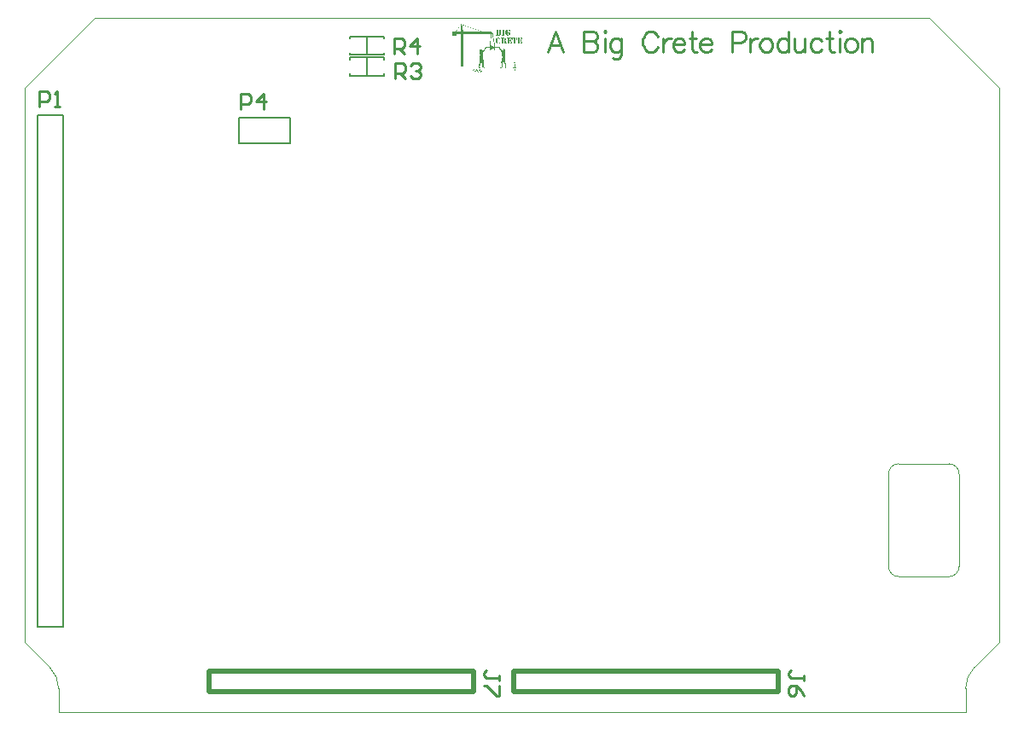
<source format=gto>
G04*
G04 #@! TF.GenerationSoftware,Altium Limited,Altium Designer,22.7.1 (60)*
G04*
G04 Layer_Color=65535*
%FSLAX44Y44*%
%MOMM*%
G71*
G04*
G04 #@! TF.SameCoordinates,F0A3B908-A9A0-482C-9906-E7527CCB9396*
G04*
G04*
G04 #@! TF.FilePolarity,Positive*
G04*
G01*
G75*
%ADD10C,0.5000*%
%ADD11C,0.1500*%
%ADD12C,0.2000*%
%ADD13C,0.2540*%
%ADD14C,0.0254*%
G36*
X434105Y738835D02*
X434115Y738785D01*
X434125Y738775D01*
X434231Y738768D01*
X434241Y738758D01*
X434238Y738702D01*
X434258Y738675D01*
X434268Y738672D01*
X434271Y738648D01*
X434268Y738632D01*
X434278Y738615D01*
X434331Y738608D01*
X434338Y738528D01*
X434371Y738515D01*
X434391Y738522D01*
X434585Y738515D01*
X434595Y738465D01*
X434605Y738455D01*
X434711Y738448D01*
X434721Y738438D01*
X434728Y738425D01*
X434808Y738418D01*
X434831Y738388D01*
X434921Y738392D01*
X434941Y738378D01*
X434948Y738365D01*
X434998Y738355D01*
X435008Y738345D01*
X435015Y738332D01*
X435121Y738325D01*
X435135Y738312D01*
X435141Y738298D01*
X435191Y738288D01*
X435201Y738278D01*
X435208Y738265D01*
X435321Y738258D01*
X435328Y738245D01*
X435345Y738228D01*
X435388Y738225D01*
X435398Y738202D01*
X435425Y738195D01*
X435451Y738202D01*
X435511Y738195D01*
X435528Y738172D01*
X435635Y738165D01*
X435648Y738152D01*
X435655Y738138D01*
X435705Y738128D01*
X435725Y738102D01*
X435831Y738095D01*
X435841Y738085D01*
X435845Y738075D01*
X435898Y738062D01*
X435911Y738042D01*
X435938Y738035D01*
X435958Y738042D01*
X436025Y738035D01*
X436045Y738008D01*
X436085Y738002D01*
X436101Y737985D01*
X436105Y737975D01*
X436218Y737968D01*
X436235Y737945D01*
X436282Y737938D01*
X436288Y737925D01*
X436305Y737908D01*
X436395Y737912D01*
X436415Y737898D01*
X436422Y737885D01*
X436471Y737875D01*
X436488Y737852D01*
X436595Y737845D01*
X436608Y737832D01*
X436615Y737818D01*
X436665Y737808D01*
X436682Y737785D01*
X436788Y737778D01*
X436802Y737765D01*
X436805Y737755D01*
X436858Y737742D01*
X436872Y737722D01*
X436898Y737715D01*
X436918Y737722D01*
X436985Y737715D01*
X437005Y737688D01*
X437112Y737682D01*
X437122Y737672D01*
X437128Y737658D01*
X437178Y737648D01*
X437198Y737622D01*
X437305Y737615D01*
X437315Y737605D01*
X437322Y737592D01*
X437372Y737582D01*
X437385Y737562D01*
X437412Y737555D01*
X437432Y737562D01*
X437492Y737555D01*
X437508Y737538D01*
X437512Y737528D01*
X437558Y737522D01*
X437568Y737512D01*
X437575Y737498D01*
X437625Y737488D01*
X437642Y737465D01*
X437692Y737455D01*
X437702Y737405D01*
X437752Y737395D01*
X437768Y737372D01*
X437818Y737362D01*
X437835Y737338D01*
X437942Y737331D01*
X437965Y737301D01*
X438012Y737295D01*
X438028Y737271D01*
X438098Y737268D01*
X438118Y737275D01*
X438142Y737258D01*
X438148Y737245D01*
X438178Y737235D01*
X438205Y737242D01*
X438232Y737235D01*
X438248Y737212D01*
X438275Y737205D01*
X438318Y737208D01*
X438335Y737191D01*
X438342Y737178D01*
X438392Y737168D01*
X438402Y737158D01*
X438408Y737145D01*
X438522Y737138D01*
X438529Y737125D01*
X438545Y737108D01*
X438588Y737105D01*
X438599Y737082D01*
X438625Y737075D01*
X438652Y737082D01*
X438712Y737075D01*
X438728Y737051D01*
X438778Y737041D01*
X438795Y737018D01*
X438868Y737011D01*
X438882Y736998D01*
X438889Y736985D01*
X438969Y736978D01*
X438992Y736948D01*
X439035Y736945D01*
X439042Y736932D01*
X439058Y736915D01*
X439125Y736921D01*
X439192Y736915D01*
X439208Y736891D01*
X439219Y736881D01*
X439229Y736878D01*
X439235Y736865D01*
X439245Y736855D01*
X439352Y736848D01*
X439362Y736838D01*
X439369Y736825D01*
X439419Y736815D01*
X439439Y736788D01*
X439535Y736792D01*
X439555Y736771D01*
X439559Y736761D01*
X439585Y736755D01*
X439612Y736761D01*
X439672Y736755D01*
X439682Y736745D01*
X439689Y736698D01*
X439829Y736692D01*
X439842Y736678D01*
X439845Y736668D01*
X439859Y736661D01*
X439875Y736645D01*
X439882Y736631D01*
X439952Y736628D01*
X439972Y736635D01*
X439995Y736625D01*
X440002Y736611D01*
X440012Y736601D01*
X440052Y736595D01*
X440069Y736578D01*
X440072Y736568D01*
X440185Y736561D01*
X440202Y736538D01*
X440252Y736528D01*
X440269Y736505D01*
X440375Y736498D01*
X440399Y736468D01*
X440445Y736461D01*
X440459Y736441D01*
X440505Y736435D01*
X440525Y736408D01*
X440632Y736401D01*
X440642Y736391D01*
X440649Y736378D01*
X440729Y736371D01*
X440752Y736341D01*
X440802Y736345D01*
X440825Y736335D01*
X440835Y736325D01*
X440842Y736311D01*
X440892Y736301D01*
X440905Y736281D01*
X440932Y736275D01*
X440952Y736281D01*
X441012Y736275D01*
X441029Y736258D01*
X441032Y736248D01*
X441079Y736241D01*
X441089Y736231D01*
X441095Y736218D01*
X441209Y736211D01*
X441232Y736181D01*
X441275Y736178D01*
X441286Y736155D01*
X441312Y736148D01*
X441389Y736151D01*
X441409Y736138D01*
X441415Y736125D01*
X441455Y736118D01*
X441469Y736111D01*
X441475Y736098D01*
X441485Y736088D01*
X441525Y736081D01*
X441542Y736065D01*
X441545Y736055D01*
X441659Y736048D01*
X441675Y736025D01*
X441722Y736018D01*
X441729Y736005D01*
X441745Y735988D01*
X441836Y735991D01*
X441856Y735978D01*
X441862Y735965D01*
X441892Y735955D01*
X441919Y735961D01*
X441945Y735955D01*
X441962Y735931D01*
X441986Y735921D01*
X442006Y735928D01*
X442039Y735921D01*
X442049Y735911D01*
X442056Y735898D01*
X442106Y735888D01*
X442122Y735865D01*
X442229Y735858D01*
X442242Y735845D01*
X442246Y735835D01*
X442299Y735821D01*
X442312Y735801D01*
X442339Y735795D01*
X442366Y735801D01*
X442392Y735795D01*
X442412Y735768D01*
X442436Y735765D01*
X442479Y735768D01*
X442502Y735745D01*
X442506Y735735D01*
X442586Y735728D01*
X442602Y735705D01*
X442682Y735698D01*
X442689Y735685D01*
X442706Y735668D01*
X442749Y735665D01*
X442759Y735641D01*
X442786Y735635D01*
X442812Y735641D01*
X442872Y735635D01*
X442892Y735608D01*
X442939Y735601D01*
X442959Y735575D01*
X443066Y735568D01*
X443082Y735545D01*
X443132Y735535D01*
X443149Y735511D01*
X443219Y735508D01*
X443239Y735515D01*
X443262Y735498D01*
X443269Y735485D01*
X443299Y735475D01*
X443326Y735481D01*
X443352Y735475D01*
X443379Y735441D01*
X443389Y735438D01*
X443396Y735425D01*
X443406Y735415D01*
X443512Y735408D01*
X443522Y735398D01*
X443529Y735385D01*
X443579Y735375D01*
X443599Y735348D01*
X443696Y735351D01*
X443716Y735331D01*
X443719Y735321D01*
X443746Y735315D01*
X443772Y735321D01*
X443833Y735315D01*
X443849Y735291D01*
X443899Y735281D01*
X443913Y735261D01*
X443916Y735258D01*
X443956Y735251D01*
X443969Y735238D01*
X443976Y735225D01*
X444089Y735218D01*
X444113Y735188D01*
X444156Y735185D01*
X444162Y735171D01*
X444173Y735161D01*
X444212Y735155D01*
X444229Y735138D01*
X444232Y735128D01*
X444346Y735121D01*
X444362Y735098D01*
X444412Y735088D01*
X444429Y735065D01*
X444536Y735058D01*
X444559Y735028D01*
X444606Y735021D01*
X444619Y735001D01*
X444646Y734995D01*
X444666Y735001D01*
X444726Y734995D01*
X444736Y734985D01*
X444743Y734971D01*
X444793Y734961D01*
X444803Y734951D01*
X444809Y734938D01*
X444916Y734931D01*
X444929Y734918D01*
X444936Y734905D01*
X444986Y734895D01*
X444996Y734885D01*
X445003Y734871D01*
X445053Y734861D01*
X445066Y734841D01*
X445093Y734835D01*
X445113Y734841D01*
X445173Y734835D01*
X445189Y734818D01*
X445193Y734808D01*
X445239Y734801D01*
X445249Y734791D01*
X445256Y734778D01*
X445369Y734771D01*
X445393Y734741D01*
X445436Y734738D01*
X445446Y734715D01*
X445473Y734708D01*
X445549Y734711D01*
X445569Y734698D01*
X445576Y734685D01*
X445616Y734678D01*
X445629Y734671D01*
X445636Y734658D01*
X445646Y734648D01*
X445753Y734641D01*
X445763Y734631D01*
X445769Y734618D01*
X445819Y734608D01*
X445839Y734581D01*
X445946Y734575D01*
X445956Y734565D01*
X445963Y734551D01*
X446013Y734541D01*
X446026Y734521D01*
X446073Y734514D01*
X446089Y734491D01*
X446196Y734484D01*
X446209Y734471D01*
X446216Y734458D01*
X446266Y734448D01*
X446283Y734425D01*
X446389Y734418D01*
X446403Y734405D01*
X446406Y734395D01*
X446460Y734381D01*
X446473Y734361D01*
X446499Y734354D01*
X446520Y734361D01*
X446586Y734354D01*
X446603Y734331D01*
X446643Y734324D01*
X446663Y734305D01*
X446666Y734295D01*
X446780Y734288D01*
X446796Y734265D01*
X446843Y734258D01*
X446850Y734245D01*
X446866Y734228D01*
X446909Y734224D01*
X446920Y734201D01*
X446946Y734194D01*
X446973Y734201D01*
X447033Y734194D01*
X447049Y734171D01*
X447099Y734161D01*
X447116Y734138D01*
X447223Y734131D01*
X447246Y734101D01*
X447293Y734094D01*
X447313Y734068D01*
X447403Y734071D01*
X447423Y734058D01*
X447430Y734044D01*
X447480Y734034D01*
X447490Y734025D01*
X447496Y734011D01*
X447603Y734005D01*
X447616Y733991D01*
X447623Y733978D01*
X447673Y733968D01*
X447683Y733958D01*
X447690Y733944D01*
X447740Y733934D01*
X447756Y733911D01*
X447826Y733908D01*
X447846Y733914D01*
X447860Y733908D01*
X447876Y733891D01*
X447880Y733881D01*
X447926Y733874D01*
X447936Y733864D01*
X447943Y733851D01*
X448050Y733844D01*
X448063Y733838D01*
X448070Y733824D01*
X448080Y733814D01*
X448120Y733808D01*
X448130Y733798D01*
X448136Y733784D01*
X448250Y733778D01*
X448273Y733748D01*
X448316Y733744D01*
X448323Y733731D01*
X448340Y733714D01*
X448406Y733721D01*
X448440Y733714D01*
X448450Y733704D01*
X448456Y733691D01*
X448506Y733681D01*
X448523Y733658D01*
X448630Y733651D01*
X448643Y733638D01*
X448650Y733624D01*
X448700Y733614D01*
X448716Y733591D01*
X448766Y733581D01*
X448780Y733561D01*
X448806Y733554D01*
X448826Y733561D01*
X448886Y733554D01*
X448896Y733544D01*
X448903Y733531D01*
X448953Y733521D01*
X448963Y733511D01*
X448970Y733498D01*
X449076Y733491D01*
X449090Y733478D01*
X449096Y733464D01*
X449146Y733454D01*
X449156Y733444D01*
X449163Y733431D01*
X449233Y733428D01*
X449253Y733434D01*
X449277Y733424D01*
X449283Y733411D01*
X449293Y733401D01*
X449333Y733394D01*
X449350Y733378D01*
X449353Y733368D01*
X449467Y733361D01*
X449483Y733338D01*
X449533Y733328D01*
X449550Y733304D01*
X449596Y733298D01*
X449607Y733274D01*
X449633Y733268D01*
X449710Y733271D01*
X449730Y733258D01*
X449737Y733244D01*
X449776Y733238D01*
X449790Y733231D01*
X449796Y733218D01*
X449807Y733208D01*
X449913Y733201D01*
X449923Y733191D01*
X449930Y733178D01*
X449980Y733168D01*
X449997Y733144D01*
X450103Y733138D01*
X450117Y733124D01*
X450123Y733111D01*
X450173Y733101D01*
X450187Y733081D01*
X450213Y733074D01*
X450233Y733081D01*
X450293Y733074D01*
X450310Y733058D01*
X450313Y733048D01*
X450360Y733041D01*
X450370Y733031D01*
X450377Y733018D01*
X450427Y733008D01*
X450443Y732984D01*
X450550Y732978D01*
X450563Y732964D01*
X450567Y732954D01*
X450620Y732941D01*
X450633Y732921D01*
X450660Y732914D01*
X450680Y732921D01*
X450747Y732914D01*
X450763Y732891D01*
X450803Y732884D01*
X450823Y732864D01*
X450827Y732854D01*
X450940Y732848D01*
X450957Y732824D01*
X451003Y732818D01*
X451010Y732804D01*
X451027Y732788D01*
X451117Y732791D01*
X451137Y732778D01*
X451143Y732764D01*
X451193Y732754D01*
X451210Y732731D01*
X451317Y732724D01*
X451330Y732711D01*
X451337Y732698D01*
X451387Y732688D01*
X451407Y732661D01*
X451453Y732654D01*
X451473Y732628D01*
X451563Y732631D01*
X451583Y732618D01*
X451590Y732604D01*
X451640Y732594D01*
X451650Y732584D01*
X451657Y732571D01*
X451763Y732564D01*
X451777Y732551D01*
X451783Y732538D01*
X451833Y732528D01*
X451843Y732518D01*
X451850Y732504D01*
X451964Y732498D01*
X451970Y732484D01*
X451987Y732468D01*
X452030Y732464D01*
X452040Y732441D01*
X452067Y732434D01*
X452094Y732441D01*
X452154Y732434D01*
X452170Y732411D01*
X452220Y732401D01*
X452237Y732378D01*
X452277Y732371D01*
X452290Y732358D01*
X452297Y732344D01*
X452410Y732338D01*
X452434Y732308D01*
X452477Y732304D01*
X452483Y732291D01*
X452500Y732274D01*
X452567Y732281D01*
X452600Y732274D01*
X452610Y732264D01*
X452617Y732251D01*
X452667Y732241D01*
X452683Y732218D01*
X452790Y732211D01*
X452804Y732198D01*
X452810Y732184D01*
X452860Y732174D01*
X452877Y732151D01*
X452947Y732148D01*
X452967Y732154D01*
X452980Y732148D01*
X452997Y732131D01*
X453000Y732121D01*
X453047Y732114D01*
X453057Y732104D01*
X453064Y732091D01*
X453170Y732084D01*
X453184Y732078D01*
X453190Y732064D01*
X453200Y732054D01*
X453240Y732048D01*
X453250Y732038D01*
X453257Y732024D01*
X453307Y732014D01*
X453317Y732004D01*
X453324Y731991D01*
X453394Y731988D01*
X453414Y731994D01*
X453437Y731984D01*
X453444Y731971D01*
X453454Y731961D01*
X453494Y731954D01*
X453510Y731937D01*
X453514Y731927D01*
X453627Y731921D01*
X453644Y731898D01*
X453694Y731888D01*
X453710Y731864D01*
X453817Y731858D01*
X453840Y731827D01*
X453887Y731821D01*
X453900Y731801D01*
X453927Y731794D01*
X453947Y731801D01*
X454007Y731794D01*
X454017Y731784D01*
X454024Y731771D01*
X454074Y731761D01*
X454084Y731751D01*
X454090Y731738D01*
X454140Y731728D01*
X454157Y731704D01*
X454264Y731697D01*
X454277Y731684D01*
X454284Y731671D01*
X454334Y731661D01*
X454347Y731641D01*
X454374Y731634D01*
X454394Y731641D01*
X454454Y731634D01*
X454470Y731618D01*
X454474Y731608D01*
X454520Y731601D01*
X454530Y731591D01*
X454537Y731578D01*
X454650Y731571D01*
X454674Y731541D01*
X454717Y731537D01*
X454727Y731514D01*
X454754Y731507D01*
X454831Y731511D01*
X454851Y731497D01*
X454857Y731484D01*
X454897Y731478D01*
X454911Y731471D01*
X454917Y731458D01*
X454927Y731448D01*
X454967Y731441D01*
X454984Y731424D01*
X454987Y731414D01*
X455101Y731407D01*
X455117Y731384D01*
X455164Y731377D01*
X455171Y731364D01*
X455187Y731348D01*
X455277Y731351D01*
X455297Y731338D01*
X455304Y731324D01*
X455354Y731314D01*
X455371Y731291D01*
X455421Y731281D01*
X455437Y731257D01*
X455487Y731247D01*
X455494Y731194D01*
X455521Y731187D01*
X455597Y731191D01*
X455617Y731177D01*
X455624Y731164D01*
X455654Y731154D01*
X455674Y731161D01*
X462285Y731157D01*
X462305Y731171D01*
X462311Y731184D01*
X462341Y731194D01*
X462361Y731187D01*
X462545Y731191D01*
X462558Y731184D01*
X462565Y731171D01*
X462581Y731154D01*
X462648Y731161D01*
X464028Y731154D01*
X464045Y731131D01*
X464055Y731121D01*
X464065Y731117D01*
X464072Y731071D01*
X464082Y731061D01*
X464095Y731054D01*
X464112Y731031D01*
X464125Y731024D01*
X464132Y731011D01*
X464148Y730994D01*
X464162Y730987D01*
X464172Y730937D01*
X464192Y730924D01*
X464198Y730911D01*
X464208Y730901D01*
X464222Y730894D01*
X464242Y730867D01*
X464255Y730861D01*
X464265Y730811D01*
X464288Y730794D01*
X464302Y730774D01*
X464315Y730767D01*
X464325Y730757D01*
X464328Y730714D01*
X464342Y730707D01*
X464418Y730631D01*
X464425Y730591D01*
X464468Y730547D01*
X464478Y730544D01*
X464492Y730491D01*
X464502Y730481D01*
X464512Y730477D01*
X464518Y730464D01*
X464528Y730454D01*
X464542Y730447D01*
X464558Y730424D01*
X464578Y730411D01*
X464585Y730364D01*
X464608Y730347D01*
X464622Y730327D01*
X464635Y730321D01*
X464645Y730311D01*
X464652Y730297D01*
X464672Y730284D01*
X464675Y730267D01*
X464672Y730244D01*
X464682Y730234D01*
X464695Y730227D01*
X464712Y730211D01*
X464715Y730201D01*
X464728Y730194D01*
X464738Y730184D01*
X464742Y730141D01*
X464755Y730134D01*
X464832Y730057D01*
X464838Y730017D01*
X464888Y729967D01*
X464898Y729964D01*
X464905Y729917D01*
X464915Y729907D01*
X464925Y729904D01*
X464932Y729891D01*
X464948Y729874D01*
X464958Y729871D01*
X464965Y729857D01*
X464975Y729847D01*
X464988Y729841D01*
X464998Y729824D01*
X464992Y729804D01*
X464998Y729791D01*
X465008Y729781D01*
X465022Y729774D01*
X465038Y729751D01*
X465058Y729737D01*
X465065Y729724D01*
X465089Y729707D01*
X465098Y729657D01*
X465122Y729641D01*
X465135Y729621D01*
X465148Y729614D01*
X465155Y729574D01*
X465162Y729561D01*
X465175Y729554D01*
X465252Y729477D01*
X465255Y729434D01*
X465279Y729424D01*
X465285Y729397D01*
X465279Y729377D01*
X465269Y729367D01*
X464935Y729361D01*
X464925Y729331D01*
X464935Y729307D01*
X464958Y729297D01*
X464965Y729270D01*
X464962Y729194D01*
X464975Y729174D01*
X464988Y729167D01*
X464998Y729137D01*
X464992Y729117D01*
X464998Y729057D01*
X465015Y729041D01*
X465025Y729037D01*
X465032Y728924D01*
X465055Y728907D01*
X465062Y728834D01*
X465075Y728820D01*
X465089Y728814D01*
X465095Y728700D01*
X465125Y728677D01*
X465122Y728620D01*
X465138Y728597D01*
X465152Y728590D01*
X465159Y728564D01*
X465152Y728537D01*
X465159Y728477D01*
X465182Y728460D01*
X465188Y728434D01*
X465185Y728390D01*
X465209Y728367D01*
X465218Y728364D01*
X465225Y728250D01*
X465248Y728234D01*
X465255Y728160D01*
X465269Y728147D01*
X465279Y728144D01*
X465285Y728117D01*
X465282Y728040D01*
X465295Y728020D01*
X465308Y728014D01*
X465318Y727984D01*
X465312Y727964D01*
X465318Y727904D01*
X465328Y727894D01*
X465342Y727887D01*
X465349Y727860D01*
X465345Y727810D01*
X465355Y727800D01*
X465368Y727794D01*
X465378Y727784D01*
X465385Y727677D01*
X465395Y727667D01*
X465409Y727660D01*
X465415Y727580D01*
X465445Y727557D01*
X465442Y727434D01*
X465455Y727414D01*
X465468Y727407D01*
X465479Y727377D01*
X465472Y727357D01*
X465479Y727230D01*
X465489Y727220D01*
X465502Y727214D01*
X465508Y727074D01*
X465522Y727060D01*
X465535Y727054D01*
X465542Y726914D01*
X465555Y726900D01*
X465569Y726894D01*
X465575Y726747D01*
X465588Y726740D01*
X465605Y726723D01*
X465602Y726567D01*
X465608Y726553D01*
X465622Y726547D01*
X465639Y726530D01*
X465632Y726463D01*
X465639Y726397D01*
X465662Y726380D01*
X465668Y726240D01*
X465682Y726227D01*
X465695Y726220D01*
X465702Y726047D01*
X465732Y726023D01*
X465738Y725883D01*
X465748Y725873D01*
X465762Y725867D01*
X465765Y725763D01*
X465759Y725743D01*
X465782Y725713D01*
X465792Y725710D01*
X465798Y725683D01*
X465792Y725657D01*
X465798Y725563D01*
X465822Y725547D01*
X465829Y725380D01*
X465835Y725367D01*
X465849Y725360D01*
X465858Y725350D01*
X465865Y725210D01*
X465889Y725193D01*
X465895Y725053D01*
X465925Y725030D01*
X465922Y724907D01*
X465935Y724887D01*
X465948Y724880D01*
X465959Y724850D01*
X465952Y724830D01*
X465959Y724703D01*
X465969Y724693D01*
X465982Y724687D01*
X465989Y724547D01*
X466009Y724527D01*
X466018Y724523D01*
X466025Y724377D01*
X466049Y724360D01*
X466055Y724220D01*
X466085Y724197D01*
X466082Y724040D01*
X466095Y724020D01*
X466109Y724013D01*
X466119Y723983D01*
X466112Y723963D01*
X466119Y723870D01*
X466129Y723860D01*
X466142Y723853D01*
X466149Y723713D01*
X466162Y723700D01*
X466175Y723693D01*
X466182Y723520D01*
X466195Y723506D01*
X466209Y723500D01*
X466215Y723360D01*
X466229Y723346D01*
X466239Y723343D01*
X466245Y723316D01*
X466242Y723206D01*
X466249Y723193D01*
X466262Y723186D01*
X466279Y723170D01*
X466272Y723103D01*
X466279Y723036D01*
X466302Y723020D01*
X466309Y722846D01*
X466339Y722823D01*
X466345Y722683D01*
X466369Y722666D01*
X466375Y722526D01*
X466389Y722513D01*
X466402Y722506D01*
X466405Y722403D01*
X466399Y722383D01*
X466422Y722353D01*
X466432Y722350D01*
X466439Y722323D01*
X466432Y722296D01*
X466439Y722176D01*
X466455Y722160D01*
X466465Y722156D01*
X466472Y722010D01*
X466495Y721993D01*
X466502Y721853D01*
X466532Y721830D01*
X466539Y721656D01*
X466562Y721640D01*
X466565Y721536D01*
X466559Y721516D01*
X466575Y721493D01*
X466589Y721486D01*
X466599Y721456D01*
X466592Y721436D01*
X466599Y721343D01*
X466609Y721333D01*
X466622Y721326D01*
X466629Y721186D01*
X466649Y721166D01*
X466659Y721163D01*
X466665Y720990D01*
X466675Y720980D01*
X466689Y720973D01*
X466695Y720860D01*
X466725Y720836D01*
X466722Y720679D01*
X466735Y720659D01*
X466749Y720653D01*
X466759Y720623D01*
X466752Y720603D01*
X466759Y720509D01*
X466769Y720499D01*
X466782Y720493D01*
X466789Y720319D01*
X466802Y720306D01*
X466815Y720299D01*
X466822Y720159D01*
X466835Y720146D01*
X466849Y720139D01*
X466855Y719999D01*
X466869Y719986D01*
X466879Y719983D01*
X466885Y719956D01*
X466882Y719846D01*
X466889Y719833D01*
X466902Y719826D01*
X466919Y719809D01*
X466912Y719743D01*
X466919Y719643D01*
X466942Y719626D01*
X466949Y719486D01*
X466979Y719463D01*
X466985Y719323D01*
X467009Y719306D01*
X467015Y719199D01*
X467045Y719176D01*
X467039Y719163D01*
X467012Y719149D01*
X467015Y719126D01*
X467045Y719109D01*
X467042Y718986D01*
X467055Y718966D01*
X467069Y718959D01*
X467079Y718929D01*
X467072Y718909D01*
X467079Y718816D01*
X467095Y718799D01*
X467105Y718796D01*
X467112Y718649D01*
X467135Y718633D01*
X467142Y718459D01*
X467172Y718436D01*
X467179Y718296D01*
X467202Y718279D01*
X467205Y718183D01*
X467189Y718166D01*
X467175Y718159D01*
X467165Y718136D01*
X467142Y718126D01*
X467132Y718096D01*
X467139Y718069D01*
X467142Y716572D01*
X467172Y716556D01*
X467165Y716536D01*
X467142Y716519D01*
X467139Y716002D01*
X467155Y715985D01*
X467382Y715992D01*
X467392Y716002D01*
X467399Y716015D01*
X467422Y716019D01*
X467442Y715985D01*
X467929Y715992D01*
X467949Y716019D01*
X467969Y716012D01*
X467985Y715989D01*
X468029Y715985D01*
X468036Y715992D01*
X468055Y715985D01*
X468089Y715992D01*
X468109Y716019D01*
X468129Y716012D01*
X468145Y715989D01*
X468176Y715985D01*
X468192Y716002D01*
X468199Y716015D01*
X468222Y716019D01*
X468242Y715985D01*
X468282Y715992D01*
X468296Y716019D01*
X468322Y716012D01*
X468339Y715989D01*
X468402Y715985D01*
X468412Y715995D01*
X468419Y716009D01*
X468429Y716019D01*
X468446Y716015D01*
X468452Y716002D01*
X468469Y715985D01*
X468479Y715982D01*
X468485Y715962D01*
X468495Y715952D01*
X468509Y715959D01*
X468519Y715969D01*
X468516Y715985D01*
X468489Y715992D01*
X468485Y716015D01*
X468495Y716025D01*
X468509Y716019D01*
X468519Y716009D01*
X468522Y715985D01*
X468602Y715992D01*
X468615Y716019D01*
X468639Y716015D01*
X468656Y715985D01*
X468669Y715992D01*
X468682Y716019D01*
X468706Y716015D01*
X468722Y715985D01*
X468796Y715992D01*
X468809Y716019D01*
X468832Y716015D01*
X468842Y715992D01*
X468869Y715985D01*
X469016Y715992D01*
X469026Y716002D01*
X469032Y716015D01*
X469049Y716019D01*
X469059Y716009D01*
X469066Y715995D01*
X469076Y715985D01*
X469092Y716002D01*
X469099Y716015D01*
X469116Y716019D01*
X469126Y716009D01*
X469132Y715995D01*
X469142Y715985D01*
X469176Y715992D01*
X469186Y716002D01*
X469192Y716015D01*
X469209Y716019D01*
X469226Y716002D01*
X469232Y715989D01*
X469262Y715985D01*
X469279Y716002D01*
X469286Y716015D01*
X469309Y716019D01*
X469322Y715992D01*
X469349Y715985D01*
X469386Y715989D01*
X469422Y715985D01*
X469439Y715995D01*
X469446Y716015D01*
X469462Y716019D01*
X469472Y716009D01*
X469479Y715995D01*
X469502Y715979D01*
X469512Y715956D01*
X469529Y715952D01*
X469539Y715962D01*
X469536Y715985D01*
X469509Y715992D01*
X469506Y716009D01*
X469522Y716025D01*
X469536Y716019D01*
X469556Y715985D01*
X469589Y715992D01*
X469599Y716002D01*
X469606Y716015D01*
X469629Y716019D01*
X469642Y715992D01*
X469669Y715985D01*
X469722Y715992D01*
X469736Y716019D01*
X469762Y716012D01*
X469779Y715989D01*
X469816Y715985D01*
X469829Y715992D01*
X469849Y715985D01*
X469882Y715992D01*
X469896Y716019D01*
X469922Y716012D01*
X469939Y715989D01*
X469976Y715985D01*
X469989Y715992D01*
X470009Y715985D01*
X470042Y715992D01*
X470056Y716019D01*
X470082Y716012D01*
X470099Y715989D01*
X470129Y715985D01*
X470146Y716002D01*
X470152Y716015D01*
X470169Y716019D01*
X470186Y716002D01*
X470192Y715989D01*
X470222Y715985D01*
X470239Y716002D01*
X470246Y716015D01*
X470269Y716019D01*
X470282Y715992D01*
X470309Y715985D01*
X470346Y715989D01*
X470382Y715985D01*
X470399Y715995D01*
X470409Y716019D01*
X470432Y716015D01*
X470442Y715992D01*
X470469Y715985D01*
X470522Y715992D01*
X470536Y716019D01*
X470563Y716012D01*
X470579Y715989D01*
X470703Y715985D01*
X470719Y715995D01*
X470729Y716019D01*
X470752Y716015D01*
X470762Y715992D01*
X470789Y715985D01*
X470826Y715989D01*
X470863Y715985D01*
X470879Y715995D01*
X470889Y716019D01*
X470913Y716015D01*
X470923Y715992D01*
X470949Y715985D01*
X470986Y715989D01*
X471022Y715985D01*
X471039Y715995D01*
X471049Y716019D01*
X471073Y716015D01*
X471082Y715992D01*
X471109Y715985D01*
X471229Y715992D01*
X471236Y716046D01*
X471266Y716062D01*
X471273Y716076D01*
X471283Y716086D01*
X471296Y716092D01*
X471299Y716109D01*
X471269Y716119D01*
X471239Y716122D01*
X471232Y716149D01*
X471236Y716172D01*
X471256Y716179D01*
X471266Y716169D01*
X471273Y716156D01*
X471289Y716146D01*
X471299Y716156D01*
X471296Y716179D01*
X471266Y716196D01*
X471259Y716209D01*
X471249Y716219D01*
X471236Y716226D01*
X471232Y716296D01*
X471239Y716316D01*
X471223Y716339D01*
X471209Y716346D01*
X471206Y716369D01*
X471232Y716382D01*
X471239Y716409D01*
X471232Y716429D01*
X471239Y716496D01*
X471256Y716499D01*
X471266Y716489D01*
X471273Y716476D01*
X471283Y716466D01*
X471296Y716472D01*
X471303Y716526D01*
X471323Y716532D01*
X471389Y716526D01*
X471399Y716476D01*
X471409Y716466D01*
X471449Y716459D01*
X471459Y716449D01*
X471463Y716439D01*
X471489Y716446D01*
X471503Y716466D01*
X471523Y716459D01*
X471539Y716436D01*
X471553Y716429D01*
X471559Y716409D01*
X471553Y716389D01*
X471569Y716372D01*
X471676Y716366D01*
X471686Y716356D01*
X471693Y716316D01*
X471703Y716306D01*
X471759Y716309D01*
X471773Y716302D01*
X471783Y716279D01*
X471809Y716286D01*
X471823Y716306D01*
X471843Y716299D01*
X471856Y716279D01*
X471903Y716272D01*
X471906Y716249D01*
X471873Y716236D01*
X471876Y716212D01*
X471893Y716209D01*
X471906Y716222D01*
X471913Y716242D01*
X471929Y716246D01*
X471939Y716236D01*
X471946Y716216D01*
X471939Y716196D01*
X471946Y716122D01*
X471969Y716106D01*
X471976Y716086D01*
X472003Y716079D01*
X472006Y716036D01*
X471999Y716022D01*
X472006Y716002D01*
X472003Y715912D01*
X472009Y715899D01*
X472033Y715889D01*
X472026Y715862D01*
X472016Y715852D01*
X472003Y715845D01*
X471999Y715816D01*
X472023Y715792D01*
X472033Y715789D01*
X472039Y715762D01*
X472029Y715739D01*
X472006Y715729D01*
X472013Y715702D01*
X472036Y715686D01*
X472039Y715662D01*
X472033Y715642D01*
X472039Y715422D01*
X472069Y715412D01*
X472096Y715406D01*
X472106Y715369D01*
X472096Y715352D01*
X472069Y715359D01*
X472056Y715379D01*
X472033Y715376D01*
X472039Y715349D01*
X472063Y715339D01*
X472083Y715312D01*
X472093Y715309D01*
X472106Y715255D01*
X472146Y715249D01*
X472166Y715236D01*
X472163Y715179D01*
X472179Y715155D01*
X472193Y715149D01*
X472199Y715122D01*
X472193Y715095D01*
X472196Y715065D01*
X472226Y715055D01*
X472233Y715035D01*
X472249Y715019D01*
X472259Y715015D01*
X472266Y715002D01*
X472283Y714992D01*
X472303Y714999D01*
X472316Y714992D01*
X472326Y714982D01*
X472333Y714935D01*
X472353Y714922D01*
X472356Y714905D01*
X472353Y714882D01*
X472369Y714865D01*
X472416Y714859D01*
X472426Y714809D01*
X472449Y714805D01*
X472456Y714832D01*
X472476Y714839D01*
X472486Y714829D01*
X472479Y714809D01*
X472456Y714799D01*
X472453Y714775D01*
X472513Y714769D01*
X472506Y714742D01*
X472486Y714729D01*
X472489Y714705D01*
X472543Y714699D01*
X472553Y714689D01*
X472556Y714679D01*
X472569Y714672D01*
X472586Y714655D01*
X472589Y714645D01*
X472603Y714639D01*
X472613Y714629D01*
X472619Y714615D01*
X472643Y714599D01*
X472649Y714552D01*
X472663Y714545D01*
X472689Y714519D01*
X472729Y714512D01*
X472739Y714502D01*
X472743Y714472D01*
X472736Y714432D01*
X472733Y714422D01*
X472753Y714389D01*
X472793Y714382D01*
X472823Y714352D01*
X472833Y714349D01*
X472839Y714295D01*
X472856Y714292D01*
X472866Y714302D01*
X472873Y714315D01*
X472883Y714325D01*
X472896Y714319D01*
X472906Y714295D01*
X472899Y714275D01*
X472906Y714235D01*
X472916Y714225D01*
X472939Y714229D01*
X472959Y714222D01*
X472966Y714209D01*
X472976Y714199D01*
X472989Y714192D01*
X472993Y714175D01*
X472983Y714165D01*
X472969Y714159D01*
X472966Y714135D01*
X472989Y714119D01*
X472996Y714079D01*
X473009Y714065D01*
X473089Y714059D01*
X473103Y714039D01*
X473153Y714035D01*
X473146Y714009D01*
X473136Y713999D01*
X473126Y713995D01*
X473130Y713972D01*
X473186Y713969D01*
X473183Y713939D01*
X473156Y713932D01*
X473153Y713915D01*
X473163Y713905D01*
X473183Y713912D01*
X473193Y713935D01*
X473216Y713939D01*
X473223Y713879D01*
X473250Y713885D01*
X473263Y713905D01*
X473283Y713899D01*
X473296Y713879D01*
X473310Y713872D01*
X473313Y713855D01*
X473303Y713845D01*
X473289Y713839D01*
X473286Y713815D01*
X473346Y713809D01*
X473343Y713779D01*
X473316Y713772D01*
X473313Y713755D01*
X473323Y713745D01*
X473343Y713752D01*
X473353Y713775D01*
X473376Y713779D01*
X473383Y713719D01*
X473410Y713725D01*
X473423Y713745D01*
X473446Y713742D01*
X473453Y713689D01*
X473463Y713679D01*
X473473Y713675D01*
X473479Y713662D01*
X473503Y713645D01*
X473513Y713622D01*
X473536Y713612D01*
X473546Y713602D01*
X473553Y713589D01*
X473566Y713582D01*
X473573Y713569D01*
X473590Y713552D01*
X473600Y713549D01*
X473606Y713535D01*
X473623Y713519D01*
X473633Y713515D01*
X473639Y713502D01*
X473663Y713485D01*
X473673Y713462D01*
X473699Y713455D01*
X473703Y713399D01*
X473730Y713405D01*
X473743Y713425D01*
X473766Y713422D01*
X473763Y713352D01*
X473776Y713332D01*
X473789Y713325D01*
X473800Y713295D01*
X473793Y713269D01*
X473796Y713239D01*
X473823Y713245D01*
X473836Y713265D01*
X473859Y713262D01*
X473866Y713208D01*
X473890Y713192D01*
X473903Y713172D01*
X473916Y713165D01*
X473926Y713155D01*
X473930Y713112D01*
X473953Y713102D01*
X473960Y713055D01*
X474010Y713005D01*
X474020Y713002D01*
X474026Y712955D01*
X474036Y712945D01*
X474046Y712942D01*
X474053Y712928D01*
X474070Y712912D01*
X474083Y712905D01*
X474093Y712855D01*
X474113Y712842D01*
X474120Y712815D01*
X474113Y712788D01*
X474116Y712758D01*
X474143Y712765D01*
X474156Y712785D01*
X474180Y712782D01*
X474186Y712755D01*
X474180Y712735D01*
X474186Y712695D01*
X474240Y712689D01*
X474246Y712675D01*
X474230Y712658D01*
X474216Y712652D01*
X474213Y712635D01*
X474223Y712625D01*
X474273Y712622D01*
X474280Y712575D01*
X474340Y712515D01*
X474346Y712475D01*
X474356Y712465D01*
X474396Y712458D01*
X474423Y712432D01*
X474433Y712428D01*
X474440Y712408D01*
X474433Y712388D01*
X474443Y712372D01*
X474496Y712365D01*
X474506Y712315D01*
X474516Y712305D01*
X474560Y712302D01*
X474570Y712278D01*
X474623Y712272D01*
X474630Y712245D01*
X474656Y712238D01*
X474676Y712212D01*
X474720Y712208D01*
X474726Y712182D01*
X474730Y712152D01*
X474756Y712145D01*
X474796Y712152D01*
X474820Y712135D01*
X474826Y712122D01*
X474856Y712112D01*
X474876Y712118D01*
X474943Y712112D01*
X474946Y712088D01*
X474893Y712082D01*
X474886Y712062D01*
X474890Y712052D01*
X474916Y712045D01*
X474936Y712052D01*
X474946Y712062D01*
X474953Y712082D01*
X474996Y712085D01*
X475006Y712075D01*
X475013Y712062D01*
X475023Y712052D01*
X475043Y712058D01*
X475060Y712082D01*
X475073Y712095D01*
X475080Y712122D01*
X475073Y712142D01*
X475080Y712168D01*
X475090Y712178D01*
X475103Y712185D01*
X475106Y712202D01*
X475096Y712212D01*
X475083Y712218D01*
X475073Y712228D01*
X475090Y712245D01*
X475103Y712252D01*
X475106Y712275D01*
X475080Y712282D01*
X475073Y712302D01*
X475083Y712312D01*
X475103Y712305D01*
X475110Y712278D01*
X475140Y712282D01*
X475146Y712308D01*
X475140Y712322D01*
X475123Y712338D01*
X475113Y712342D01*
X475106Y712362D01*
X475116Y712372D01*
X475130Y712378D01*
X475140Y712388D01*
X475146Y712522D01*
X475156Y712532D01*
X475170Y712538D01*
X475173Y712548D01*
X475156Y712565D01*
X475143Y712572D01*
X475140Y712582D01*
X475156Y712598D01*
X475170Y712605D01*
X475173Y712622D01*
X475140Y712635D01*
X475146Y712662D01*
X475156Y712665D01*
X475173Y712648D01*
X475176Y712625D01*
X475206Y712642D01*
X475200Y712682D01*
X475176Y712698D01*
X475160Y712722D01*
X475136Y712738D01*
X475133Y712755D01*
X475140Y712775D01*
X475136Y712959D01*
X475150Y712979D01*
X475170Y712985D01*
X475180Y713008D01*
X475203Y713025D01*
X475206Y713028D01*
X475190Y713045D01*
X475176Y713052D01*
X475173Y713068D01*
X475183Y713079D01*
X475233Y713082D01*
X475243Y713105D01*
X475290Y713112D01*
X475300Y713142D01*
X475306Y713168D01*
X475346Y713175D01*
X475366Y713188D01*
X475370Y713232D01*
X475393Y713242D01*
X475400Y713295D01*
X475416Y713298D01*
X475426Y713288D01*
X475433Y713275D01*
X475443Y713265D01*
X475456Y713272D01*
X475466Y713295D01*
X475460Y713315D01*
X475466Y713422D01*
X475490Y713432D01*
X475493Y713449D01*
X475483Y713458D01*
X475460Y713469D01*
X475466Y713489D01*
X475520Y713495D01*
X475526Y713509D01*
X475510Y713525D01*
X475463Y713532D01*
X475460Y713549D01*
X475470Y713559D01*
X475516Y713565D01*
X475526Y713575D01*
X475523Y713732D01*
X475536Y713745D01*
X475550Y713752D01*
X475553Y713769D01*
X475543Y713779D01*
X475530Y713785D01*
X475526Y713809D01*
X475553Y713822D01*
X475560Y713849D01*
X475553Y713875D01*
X475560Y713902D01*
X475590Y713912D01*
X475616Y713905D01*
X475680Y713909D01*
X475683Y713925D01*
X475676Y713939D01*
X475623Y713945D01*
X475620Y713962D01*
X475630Y713972D01*
X475656Y713979D01*
X475683Y713972D01*
X475713Y713975D01*
X475710Y713999D01*
X475696Y714005D01*
X475686Y714015D01*
X475690Y714039D01*
X475743Y714045D01*
X475756Y714065D01*
X475783Y714072D01*
X475810Y714065D01*
X475836Y714072D01*
X475846Y714082D01*
X475853Y714129D01*
X475890Y714132D01*
X475910Y714125D01*
X475933Y714135D01*
X475940Y714155D01*
X475930Y714165D01*
X475880Y714169D01*
X475877Y714185D01*
X475890Y714199D01*
X475937Y714192D01*
X475947Y714169D01*
X475970Y714152D01*
X475997Y714125D01*
X476023Y714132D01*
X476033Y714142D01*
X476026Y714162D01*
X476003Y714172D01*
X476000Y714189D01*
X476010Y714199D01*
X476030Y714192D01*
X476040Y714169D01*
X476067Y714162D01*
X476073Y714135D01*
X476090Y714132D01*
X476100Y714142D01*
X476096Y714165D01*
X476067Y714169D01*
X476073Y714195D01*
X476090Y714199D01*
X476100Y714189D01*
X476103Y714165D01*
X476133Y714162D01*
X476140Y714135D01*
X476150Y714125D01*
X476183Y714132D01*
X476193Y714142D01*
X476190Y714165D01*
X476133Y714169D01*
X476140Y714195D01*
X476183Y714199D01*
X476193Y714189D01*
X476197Y714165D01*
X476227Y714162D01*
X476236Y714132D01*
X476263Y714125D01*
X476316Y714139D01*
X476323Y714179D01*
X476337Y714199D01*
X476350Y714192D01*
X476360Y714182D01*
X476367Y714135D01*
X476403Y714132D01*
X476420Y714149D01*
X476427Y714162D01*
X476443Y714165D01*
X476453Y714155D01*
X476463Y714132D01*
X476700Y714129D01*
X476713Y714075D01*
X476723Y714065D01*
X476740Y714075D01*
X476747Y714129D01*
X476763Y714132D01*
X476773Y714122D01*
X476780Y714075D01*
X476790Y714065D01*
X476880Y714069D01*
X476893Y714062D01*
X476903Y714039D01*
X476930Y714045D01*
X476943Y714065D01*
X476963Y714059D01*
X476980Y714035D01*
X476993Y714022D01*
X477000Y713975D01*
X477017Y713972D01*
X477027Y713982D01*
X477033Y714029D01*
X477043Y714039D01*
X477057Y714032D01*
X477067Y714009D01*
X477060Y713989D01*
X477070Y713972D01*
X477133Y713975D01*
X477153Y713969D01*
X477147Y713942D01*
X477127Y713929D01*
X477130Y713905D01*
X477187Y713909D01*
X477237Y713905D01*
X477257Y713912D01*
X477280Y713902D01*
X477290Y713879D01*
X477343Y713872D01*
X477350Y713845D01*
X477377Y713839D01*
X477393Y713815D01*
X477490Y713719D01*
X477530Y713712D01*
X477540Y713702D01*
X477543Y713672D01*
X477540Y713629D01*
X477550Y713619D01*
X477573Y713615D01*
X477580Y713589D01*
X477620Y713555D01*
X477633Y713549D01*
X477640Y713522D01*
X477633Y713495D01*
X477640Y713482D01*
X477633Y713462D01*
X477640Y713435D01*
X477650Y713425D01*
X477667Y713422D01*
X477673Y713402D01*
X477683Y713392D01*
X477693Y713389D01*
X477700Y713362D01*
X477707Y713342D01*
X477717Y713332D01*
X477757Y713325D01*
X477767Y713315D01*
X477760Y713275D01*
X477737Y713272D01*
X477723Y713298D01*
X477700Y713295D01*
X477703Y713272D01*
X477733Y713255D01*
X477737Y713232D01*
X477763Y713225D01*
X477767Y713182D01*
X477740Y713175D01*
X477733Y713195D01*
X477730Y713232D01*
X477703Y713225D01*
X477693Y713215D01*
X477700Y713182D01*
X477710Y713172D01*
X477730Y713165D01*
X477740Y713142D01*
X477763Y713125D01*
X477767Y713055D01*
X477760Y713035D01*
X477777Y713012D01*
X477790Y713005D01*
X477800Y712975D01*
X477793Y712962D01*
X477783Y712952D01*
X477770Y712945D01*
X477767Y712922D01*
X477777Y712912D01*
X477790Y712905D01*
X477800Y712895D01*
X477793Y712862D01*
X477767Y712849D01*
X477773Y712822D01*
X477793Y712815D01*
X477790Y712792D01*
X477767Y712782D01*
X477770Y712758D01*
X477793Y712748D01*
X477790Y712725D01*
X477767Y712715D01*
X477760Y712689D01*
X477767Y712669D01*
X477760Y712648D01*
X477777Y712632D01*
X477790Y712625D01*
X477793Y712602D01*
X477783Y712592D01*
X477770Y712585D01*
X477763Y712505D01*
X477743Y712498D01*
X477733Y712508D01*
X477727Y712588D01*
X477717Y712598D01*
X477703Y712592D01*
X477693Y712562D01*
X477700Y712535D01*
X477703Y712418D01*
X477690Y712405D01*
X477670Y712398D01*
X477660Y712375D01*
X477650Y712365D01*
X477637Y712358D01*
X477630Y712312D01*
X477607Y712302D01*
X477600Y712248D01*
X477583Y712245D01*
X477573Y712255D01*
X477567Y712268D01*
X477557Y712278D01*
X477543Y712272D01*
X477540Y712182D01*
X477547Y712168D01*
X477530Y712145D01*
X477517Y712152D01*
X477507Y712162D01*
X477500Y712175D01*
X477483Y712178D01*
X477473Y712168D01*
X477477Y712105D01*
X477463Y712085D01*
X477450Y712078D01*
X477440Y712048D01*
X477447Y712022D01*
X477440Y711995D01*
X477430Y711985D01*
X477383Y711978D01*
X477380Y711815D01*
X477387Y711795D01*
X477380Y711775D01*
X477370Y711765D01*
X477347Y711768D01*
X477340Y711822D01*
X477323Y711825D01*
X477313Y711815D01*
X477317Y711772D01*
X477347Y711762D01*
X477350Y711732D01*
X477377Y711725D01*
X477387Y711715D01*
X477380Y711682D01*
X477370Y711672D01*
X477347Y711675D01*
X477343Y711732D01*
X477313Y711715D01*
X477320Y711675D01*
X477347Y711662D01*
X477353Y711642D01*
X477363Y711632D01*
X477377Y711625D01*
X477413Y711588D01*
X477417Y711578D01*
X477447Y711562D01*
X477440Y711542D01*
X477423Y711538D01*
X477413Y711548D01*
X477407Y711562D01*
X477383Y711565D01*
X477373Y711535D01*
X477397Y711505D01*
X477437Y711498D01*
X477447Y711488D01*
X477443Y711432D01*
X477450Y711418D01*
X477473Y711408D01*
X477467Y711382D01*
X477447Y711368D01*
X477453Y711348D01*
X477477Y711332D01*
X477480Y711322D01*
X477473Y711302D01*
X477530Y711245D01*
X477540Y711242D01*
X477547Y711195D01*
X477570Y711178D01*
X477583Y711158D01*
X477603Y711152D01*
X477607Y711128D01*
X477583Y711125D01*
X477573Y711135D01*
X477567Y711148D01*
X477543Y711152D01*
X477533Y711122D01*
X477557Y711092D01*
X477597Y711085D01*
X477607Y711075D01*
X477603Y711012D01*
X477617Y710998D01*
X477630Y710992D01*
X477633Y710975D01*
X477623Y710965D01*
X477610Y710958D01*
X477607Y710935D01*
X477633Y710922D01*
X477640Y710895D01*
X477633Y710868D01*
X477640Y710848D01*
X477650Y710838D01*
X477690Y710832D01*
X477700Y710822D01*
X477693Y709982D01*
X477683Y709971D01*
X477670Y709965D01*
X477667Y709955D01*
X477677Y709938D01*
X477690Y709931D01*
X477707Y709915D01*
X477700Y709881D01*
X477677Y709878D01*
X477657Y709905D01*
X477633Y709902D01*
X477637Y709838D01*
X477633Y709795D01*
X477640Y709775D01*
X477630Y709751D01*
X477617Y709745D01*
X477607Y709735D01*
X477600Y709715D01*
X477607Y709695D01*
X477600Y709675D01*
X477610Y709658D01*
X477633Y709648D01*
X477627Y709621D01*
X477607Y709608D01*
X477603Y709591D01*
X477607Y709435D01*
X477577Y709425D01*
X477570Y709451D01*
X477550Y709458D01*
X477540Y709455D01*
X477543Y709431D01*
X477573Y709421D01*
X477567Y709401D01*
X477557Y709391D01*
X477543Y709385D01*
X477540Y709308D01*
X477547Y709288D01*
X477537Y709271D01*
X477510Y709265D01*
X477503Y709298D01*
X477483Y709305D01*
X477473Y709295D01*
X477477Y709271D01*
X477507Y709261D01*
X477503Y709238D01*
X477490Y709231D01*
X477473Y709215D01*
X477477Y709191D01*
X477470Y709178D01*
X477447Y709168D01*
X477453Y709141D01*
X477473Y709128D01*
X477467Y709108D01*
X477423Y709078D01*
X477383Y709071D01*
X477380Y709055D01*
X477390Y709045D01*
X477437Y709038D01*
X477447Y709028D01*
X477440Y709015D01*
X477410Y709005D01*
X477383Y709011D01*
X477350Y709005D01*
X477347Y708995D01*
X477363Y708978D01*
X477377Y708971D01*
X477380Y708955D01*
X477370Y708945D01*
X477320Y708941D01*
X477313Y708928D01*
X477303Y708918D01*
X477290Y708911D01*
X477287Y708895D01*
X477297Y708885D01*
X477310Y708878D01*
X477313Y708855D01*
X477287Y708841D01*
X477280Y708815D01*
X477287Y708795D01*
X477283Y708745D01*
X477287Y708701D01*
X477263Y708691D01*
X477253Y708701D01*
X477243Y708725D01*
X477220Y708721D01*
X477227Y708695D01*
X477250Y708685D01*
X477260Y708661D01*
X477283Y708651D01*
X477287Y708635D01*
X477257Y708625D01*
X477250Y708658D01*
X477220Y708655D01*
X477223Y708631D01*
X477253Y708621D01*
X477257Y708598D01*
X477283Y708591D01*
X477287Y708568D01*
X477263Y708565D01*
X477253Y708575D01*
X477247Y708588D01*
X477223Y708591D01*
X477213Y708568D01*
X477220Y708548D01*
X477217Y708498D01*
X477227Y708475D01*
X477253Y708455D01*
X477247Y708441D01*
X477237Y708431D01*
X477223Y708425D01*
X477217Y708124D01*
X477213Y708115D01*
X477243Y708078D01*
X477253Y708068D01*
X477257Y708058D01*
X477287Y708041D01*
X477280Y708021D01*
X477263Y708018D01*
X477253Y708028D01*
X477247Y708041D01*
X477237Y708051D01*
X477220Y708041D01*
X477217Y708025D01*
X477220Y707988D01*
X477213Y707974D01*
X477230Y707958D01*
X477250Y707964D01*
X477263Y707984D01*
X477287Y707981D01*
X477280Y707961D01*
X477253Y707948D01*
X477257Y707924D01*
X477283Y707918D01*
X477287Y707901D01*
X477277Y707891D01*
X477253Y707895D01*
X477250Y707924D01*
X477223Y707918D01*
X477220Y707901D01*
X477230Y707891D01*
X477253Y707888D01*
X477257Y707858D01*
X477283Y707851D01*
X477287Y707808D01*
X477277Y707798D01*
X477253Y707801D01*
X477250Y707858D01*
X477223Y707851D01*
X477213Y707841D01*
X477220Y707808D01*
X477230Y707798D01*
X477253Y707794D01*
X477257Y707758D01*
X477283Y707751D01*
X477287Y707714D01*
X477277Y707704D01*
X477253Y707708D01*
X477250Y707758D01*
X477220Y707755D01*
X477213Y707728D01*
X477223Y707704D01*
X477253Y707688D01*
X477260Y707668D01*
X477283Y707651D01*
X477287Y707548D01*
X477280Y707528D01*
X477290Y707511D01*
X477303Y707505D01*
X477320Y707488D01*
X477313Y707455D01*
X477290Y707438D01*
X477287Y707421D01*
X477297Y707411D01*
X477310Y707404D01*
X477313Y707388D01*
X477303Y707378D01*
X477290Y707371D01*
X477287Y707355D01*
X477297Y707345D01*
X477310Y707338D01*
X477320Y707328D01*
X477313Y707294D01*
X477290Y707278D01*
X477287Y707254D01*
X477313Y707241D01*
X477320Y707214D01*
X477313Y707194D01*
X477320Y707101D01*
X477343Y707084D01*
X477347Y707068D01*
X477337Y707058D01*
X477300Y707061D01*
X477287Y707054D01*
X477293Y707028D01*
X477347Y707021D01*
X477340Y706994D01*
X477313Y706974D01*
X477320Y706941D01*
X477347Y706928D01*
X477343Y706904D01*
X477320Y706894D01*
X477317Y706878D01*
X477330Y706864D01*
X477377Y706858D01*
X477383Y706831D01*
X477387Y706828D01*
X477380Y706808D01*
X477387Y706554D01*
X477397Y706544D01*
X477437Y706538D01*
X477447Y706528D01*
X477443Y706371D01*
X477457Y706358D01*
X477470Y706351D01*
X477473Y706334D01*
X477463Y706324D01*
X477450Y706318D01*
X477447Y706294D01*
X477473Y706281D01*
X477480Y706254D01*
X477473Y706241D01*
X477463Y706231D01*
X477450Y706224D01*
X477447Y706201D01*
X477457Y706191D01*
X477470Y706184D01*
X477480Y706174D01*
X477473Y706108D01*
X477477Y705991D01*
X477470Y705978D01*
X477457Y705971D01*
X477447Y705961D01*
X477453Y705941D01*
X477463Y705931D01*
X477477Y705924D01*
X477480Y705894D01*
X477463Y705878D01*
X477450Y705871D01*
X477447Y705848D01*
X477473Y705834D01*
X477480Y705808D01*
X477473Y705781D01*
X477480Y705661D01*
X477490Y705651D01*
X477517Y705644D01*
X477533Y705654D01*
X477537Y705671D01*
X477523Y705684D01*
X477510Y705691D01*
X477507Y705708D01*
X477517Y705718D01*
X477537Y705711D01*
X477550Y705684D01*
X477563Y705678D01*
X477607Y705634D01*
X477603Y705578D01*
X477617Y705558D01*
X477630Y705551D01*
X477633Y705534D01*
X477623Y705524D01*
X477610Y705518D01*
X477607Y705494D01*
X477633Y705481D01*
X477637Y705464D01*
X477633Y705448D01*
X477650Y705424D01*
X477663Y705417D01*
X477673Y705387D01*
X477667Y705374D01*
X477657Y705364D01*
X477643Y705371D01*
X477633Y705381D01*
X477627Y705394D01*
X477610Y705397D01*
X477600Y705387D01*
X477607Y705368D01*
X477633Y705354D01*
X477643Y705331D01*
X477660Y705328D01*
X477690Y705331D01*
X477700Y705321D01*
X477707Y705147D01*
X477733Y705121D01*
X477740Y705081D01*
X477750Y705071D01*
X477763Y705064D01*
X477767Y704987D01*
X477760Y704967D01*
X477770Y704951D01*
X477783Y704944D01*
X477800Y704928D01*
X477793Y704894D01*
X477770Y704877D01*
X477767Y704854D01*
X477793Y704841D01*
X477800Y704814D01*
X477793Y704794D01*
X477797Y704391D01*
X477790Y704377D01*
X477767Y704367D01*
X477773Y704341D01*
X477793Y704327D01*
X477787Y704307D01*
X477760Y704287D01*
X477767Y704221D01*
X477763Y704104D01*
X477767Y704061D01*
X477743Y704051D01*
X477733Y704061D01*
X477723Y704084D01*
X477700Y704081D01*
X477707Y704054D01*
X477730Y704044D01*
X477740Y704021D01*
X477763Y704011D01*
X477767Y703994D01*
X477757Y703984D01*
X477737Y703991D01*
X477727Y704014D01*
X477710Y704017D01*
X477693Y704001D01*
X477700Y703954D01*
X477697Y703911D01*
X477703Y703884D01*
X477707Y703881D01*
X477697Y703864D01*
X477670Y703871D01*
X477657Y703891D01*
X477633Y703887D01*
X477637Y703864D01*
X477667Y703854D01*
X477673Y703834D01*
X477683Y703824D01*
X477700Y703821D01*
X477697Y703791D01*
X477677Y703797D01*
X477667Y703807D01*
X477663Y703824D01*
X477637Y703817D01*
X477633Y703781D01*
X477640Y703761D01*
X477630Y703737D01*
X477607Y703727D01*
X477613Y703701D01*
X477633Y703687D01*
X477627Y703667D01*
X477607Y703654D01*
X477603Y703637D01*
X477607Y703581D01*
X477597Y703571D01*
X477577Y703577D01*
X477567Y703627D01*
X477557Y703637D01*
X477543Y703631D01*
X477533Y703601D01*
X477547Y703547D01*
X477573Y703527D01*
X477570Y703511D01*
X477540Y703494D01*
X477537Y703417D01*
X477510Y703411D01*
X477477Y703404D01*
X477473Y703394D01*
X477490Y703377D01*
X477537Y703371D01*
X477540Y703354D01*
X477510Y703344D01*
X477477Y703337D01*
X477473Y703327D01*
X477483Y703317D01*
X477537Y703304D01*
X477543Y703231D01*
X477547Y703207D01*
X477537Y703191D01*
X477507Y703194D01*
X477510Y703257D01*
X477497Y703277D01*
X477473Y703274D01*
X477480Y703194D01*
X477507Y703187D01*
X477510Y703151D01*
X477537Y703144D01*
X477547Y703134D01*
X477540Y703101D01*
X477517Y703097D01*
X477507Y703107D01*
X477503Y703151D01*
X477477Y703144D01*
X477473Y703074D01*
X477483Y703064D01*
X477537Y703051D01*
X477540Y703034D01*
X477510Y703024D01*
X477493Y703027D01*
X477473Y703014D01*
X477480Y703001D01*
X477510Y702991D01*
X477537Y702984D01*
X477547Y702954D01*
X477537Y702937D01*
X477520Y702934D01*
X477507Y702947D01*
X477503Y702957D01*
X477483Y702964D01*
X477473Y702954D01*
X477480Y702934D01*
X477507Y702927D01*
X477500Y702901D01*
X477477Y702891D01*
X477473Y702874D01*
X477483Y702864D01*
X477503Y702871D01*
X477513Y702894D01*
X477530Y702897D01*
X477547Y702881D01*
X477540Y702834D01*
X477537Y702651D01*
X477507Y702634D01*
X477513Y702614D01*
X477540Y702594D01*
X477543Y702577D01*
X477533Y702554D01*
X477507Y702534D01*
X477513Y702521D01*
X477523Y702511D01*
X477537Y702504D01*
X477543Y702364D01*
X477547Y702347D01*
X477540Y702327D01*
X477547Y702141D01*
X477557Y702131D01*
X477567Y702127D01*
X477573Y702114D01*
X477583Y702104D01*
X477607Y702094D01*
X477603Y702070D01*
X477587Y702067D01*
X477573Y702081D01*
X477567Y702094D01*
X477550Y702097D01*
X477540Y702087D01*
X477537Y702070D01*
X477540Y702014D01*
X477533Y702007D01*
X477553Y701974D01*
X477567Y701967D01*
X477573Y701954D01*
X477583Y701944D01*
X477597Y701937D01*
X477607Y701927D01*
X477600Y701907D01*
X477583Y701904D01*
X477573Y701914D01*
X477563Y701937D01*
X477543Y701930D01*
X477533Y701920D01*
X477540Y701887D01*
X477573Y701860D01*
X477577Y701850D01*
X477607Y701834D01*
X477600Y701807D01*
X477590Y701804D01*
X477573Y701820D01*
X477567Y701834D01*
X477543Y701837D01*
X477533Y701807D01*
X477550Y701784D01*
X477563Y701777D01*
X477573Y701767D01*
X477577Y701750D01*
X477607Y701734D01*
X477600Y701687D01*
X477590Y701684D01*
X477573Y701694D01*
X477570Y701744D01*
X477543Y701737D01*
X477533Y701727D01*
X477543Y701664D01*
X477557Y701650D01*
X477600Y701647D01*
X477603Y701630D01*
X477590Y701617D01*
X477543Y701610D01*
X477540Y701507D01*
X477557Y701490D01*
X477597Y701484D01*
X477607Y701474D01*
X477600Y701460D01*
X477547Y701454D01*
X477540Y701440D01*
X477557Y701424D01*
X477570Y701417D01*
X477577Y701397D01*
X477603Y701390D01*
X477607Y701120D01*
X477600Y701100D01*
X477623Y701070D01*
X477633Y701067D01*
X477640Y701040D01*
X477630Y701017D01*
X477607Y701007D01*
X477613Y700980D01*
X477640Y700960D01*
X477633Y700894D01*
X477640Y700860D01*
X477690Y700844D01*
X477700Y700834D01*
X477707Y700807D01*
X477700Y700787D01*
X477707Y700760D01*
X477760Y700754D01*
X477763Y700737D01*
X477757Y700724D01*
X477703Y700717D01*
X477700Y700700D01*
X477710Y700690D01*
X477727Y700687D01*
X477750Y700690D01*
X477767Y700674D01*
X477770Y700630D01*
X477783Y700624D01*
X477800Y700607D01*
X477793Y700540D01*
X477800Y700474D01*
X477837Y700464D01*
X477857Y700457D01*
X477867Y700427D01*
X477860Y700407D01*
X477857Y700290D01*
X477863Y700277D01*
X477890Y700284D01*
X477900Y700334D01*
X477917Y700337D01*
X477927Y700327D01*
X477920Y700254D01*
X477910Y700244D01*
X477897Y700237D01*
X477893Y700220D01*
X477910Y700204D01*
X477923Y700197D01*
X477930Y700150D01*
X477943Y700144D01*
X477960Y700127D01*
X477953Y700094D01*
X477930Y700077D01*
X477927Y700053D01*
X477953Y700040D01*
X477957Y700023D01*
X477953Y699974D01*
X477963Y699957D01*
X478017Y699943D01*
X478020Y699827D01*
X478013Y699820D01*
X478023Y699797D01*
X478050Y699803D01*
X478063Y699824D01*
X478087Y699820D01*
X478083Y699763D01*
X478087Y699714D01*
X478080Y699694D01*
X478087Y699680D01*
X478097Y699670D01*
X478110Y699663D01*
X478113Y699640D01*
X478087Y699627D01*
X478090Y699604D01*
X478113Y699594D01*
X478120Y699567D01*
X478113Y699540D01*
X478120Y699513D01*
X478143Y699497D01*
X478163Y699477D01*
X478177Y699470D01*
X478180Y699454D01*
X478170Y699444D01*
X478157Y699437D01*
X478147Y699427D01*
X478153Y699414D01*
X478177Y699397D01*
X478183Y699337D01*
X478187Y699333D01*
X478180Y699314D01*
X478183Y699290D01*
X478213Y699274D01*
X478207Y699253D01*
X478180Y699233D01*
X478187Y699193D01*
X478220Y699187D01*
X478240Y699180D01*
X478247Y699153D01*
X478243Y699130D01*
X478223Y699123D01*
X478213Y699133D01*
X478207Y699147D01*
X478197Y699157D01*
X478183Y699150D01*
X478180Y699127D01*
X478213Y699107D01*
X478220Y699093D01*
X478243Y699077D01*
X478247Y699073D01*
X478237Y699057D01*
X478193Y699060D01*
X478180Y699053D01*
X478187Y699027D01*
X478237Y699017D01*
X478247Y699007D01*
X478243Y698917D01*
X478250Y698903D01*
X478273Y698893D01*
X478267Y698867D01*
X478243Y698850D01*
X478240Y698827D01*
X478247Y698807D01*
X478243Y698757D01*
X478250Y698743D01*
X478273Y698733D01*
X478270Y698710D01*
X478247Y698700D01*
X478250Y698677D01*
X478273Y698667D01*
X478267Y698647D01*
X478247Y698633D01*
X478253Y698613D01*
X478273Y698600D01*
X478267Y698580D01*
X478247Y698567D01*
X478253Y698547D01*
X478277Y698530D01*
X478280Y698500D01*
X478270Y698490D01*
X478257Y698483D01*
X478247Y698473D01*
X478250Y698450D01*
X478273Y698440D01*
X478280Y698413D01*
X478273Y698393D01*
X478277Y698337D01*
X478263Y698323D01*
X478250Y698317D01*
X478247Y698300D01*
X478263Y698283D01*
X478273Y698280D01*
X478280Y698267D01*
X478303Y698250D01*
X478317Y698230D01*
X478340Y698220D01*
X478333Y698193D01*
X478323Y698190D01*
X478307Y698207D01*
X478300Y698220D01*
X478283Y698223D01*
X478273Y698213D01*
X478277Y698150D01*
X478273Y698113D01*
X478283Y698103D01*
X478297Y698097D01*
X478307Y698087D01*
X478313Y698073D01*
X478323Y698063D01*
X478340Y698060D01*
X478347Y698033D01*
X478340Y698007D01*
X478343Y697970D01*
X478333Y697947D01*
X478307Y697927D01*
X478310Y697910D01*
X478340Y697893D01*
X478343Y697850D01*
X478373Y697833D01*
X478367Y697813D01*
X478340Y697793D01*
X478337Y697697D01*
X478350Y697683D01*
X478363Y697690D01*
X478373Y697700D01*
X478370Y697750D01*
X478380Y697773D01*
X478397Y697777D01*
X478407Y697767D01*
X478403Y697510D01*
X478410Y697496D01*
X478433Y697487D01*
X478427Y697460D01*
X478417Y697450D01*
X478403Y697443D01*
X478400Y697413D01*
X478424Y697390D01*
X478433Y697386D01*
X478440Y697360D01*
X478424Y697330D01*
X478410Y697323D01*
X478400Y697293D01*
X478410Y697270D01*
X478424Y697263D01*
X478440Y697246D01*
X478433Y697213D01*
X478407Y697193D01*
X478410Y697170D01*
X478433Y697160D01*
X478440Y697133D01*
X478433Y697113D01*
X478440Y696893D01*
X478450Y696883D01*
X478464Y696877D01*
X478467Y696860D01*
X478450Y696843D01*
X478437Y696836D01*
X478433Y696800D01*
X478440Y696780D01*
X478433Y696767D01*
X478424Y696757D01*
X478410Y696750D01*
X478407Y696727D01*
X478430Y696710D01*
X478440Y696700D01*
X478433Y696673D01*
X478417Y696656D01*
X478407Y696653D01*
X478413Y696626D01*
X478437Y696610D01*
X478440Y696586D01*
X478433Y696566D01*
X478440Y696406D01*
X478464Y696396D01*
X478477Y696370D01*
X478490Y696363D01*
X478500Y696353D01*
X478497Y696290D01*
X478503Y696276D01*
X478523Y696283D01*
X478544Y696303D01*
X478563Y696296D01*
X478567Y696160D01*
X478557Y696150D01*
X478503Y696143D01*
X478500Y696126D01*
X478510Y696116D01*
X478563Y696103D01*
X478567Y696033D01*
X478557Y696023D01*
X478537Y696016D01*
X478534Y695993D01*
X478567Y695980D01*
X478563Y695956D01*
X478534Y695960D01*
X478530Y695990D01*
X478500Y695980D01*
X478503Y695956D01*
X478530Y695950D01*
X478537Y695923D01*
X478563Y695916D01*
X478567Y695893D01*
X478557Y695883D01*
X478544Y695890D01*
X478534Y695900D01*
X478527Y695913D01*
X478503Y695916D01*
X478493Y695893D01*
X478500Y695873D01*
X478503Y695690D01*
X478493Y695640D01*
X478460Y695633D01*
X478440Y695626D01*
X478433Y695600D01*
X478437Y695430D01*
X478430Y695416D01*
X478407Y695406D01*
X478413Y695380D01*
X478433Y695366D01*
X478427Y695346D01*
X478407Y695333D01*
X478400Y695286D01*
X478377Y695283D01*
X478363Y695316D01*
X478340Y695313D01*
X478347Y695286D01*
X478370Y695276D01*
X478373Y695260D01*
X478363Y695250D01*
X478310Y695243D01*
X478307Y695233D01*
X478323Y695216D01*
X478337Y695210D01*
X478340Y695193D01*
X478330Y695183D01*
X478267Y695186D01*
X478247Y695180D01*
X478240Y695146D01*
X478247Y695126D01*
X478240Y695100D01*
X478230Y695090D01*
X478187Y695086D01*
X478180Y695060D01*
X478187Y695046D01*
X478170Y695023D01*
X478157Y695030D01*
X478147Y695040D01*
X478140Y695086D01*
X478123Y695090D01*
X478113Y695080D01*
X478107Y695033D01*
X478087Y695013D01*
X478080Y695000D01*
X478063Y694996D01*
X478053Y695006D01*
X478047Y695020D01*
X478023Y695023D01*
X478010Y694996D01*
X477983Y694990D01*
X477963Y694996D01*
X477870Y694990D01*
X477860Y694980D01*
X477853Y694933D01*
X477837Y694930D01*
X477823Y694956D01*
X477803Y694963D01*
X477793Y694953D01*
X477787Y694933D01*
X477330Y694930D01*
X477313Y694946D01*
X477307Y694993D01*
X477297Y694996D01*
X477287Y694986D01*
X477280Y694973D01*
X477270Y694963D01*
X477253Y694966D01*
X477237Y694996D01*
X477140Y694993D01*
X477120Y695013D01*
X477117Y695023D01*
X477070Y695030D01*
X477060Y695060D01*
X477067Y695273D01*
X477090Y695290D01*
X477093Y695300D01*
X477083Y695310D01*
X477070Y695316D01*
X477060Y695326D01*
X477067Y695340D01*
X477090Y695356D01*
X477093Y695373D01*
X477067Y695380D01*
X477060Y695400D01*
X477063Y695410D01*
X477090Y695403D01*
X477097Y695376D01*
X477123Y695383D01*
X477127Y695426D01*
X477120Y695446D01*
X477130Y695470D01*
X477143Y695476D01*
X477160Y695493D01*
X477153Y695560D01*
X477160Y695593D01*
X477170Y695603D01*
X477217Y695610D01*
X477220Y695680D01*
X477213Y695700D01*
X477230Y695730D01*
X477250Y695723D01*
X477257Y695670D01*
X477273Y695666D01*
X477287Y695673D01*
X477283Y695743D01*
X477297Y695763D01*
X477310Y695770D01*
X477320Y695800D01*
X477313Y695820D01*
X477320Y695880D01*
X477350Y695890D01*
X477377Y695896D01*
X477383Y695923D01*
X477387Y695933D01*
X477380Y695953D01*
X477387Y695980D01*
X477410Y695996D01*
X477413Y696013D01*
X477387Y696020D01*
X477380Y696040D01*
X477383Y696050D01*
X477410Y696043D01*
X477417Y696016D01*
X477443Y696023D01*
X477447Y696066D01*
X477440Y696080D01*
X477447Y696100D01*
X477443Y696223D01*
X477450Y696236D01*
X477473Y696246D01*
X477467Y696273D01*
X477443Y696290D01*
X477440Y696313D01*
X477447Y696333D01*
X477440Y696653D01*
X477413Y696660D01*
X477407Y696686D01*
X477383Y696703D01*
X477377Y696777D01*
X477363Y696783D01*
X477347Y696800D01*
X477340Y696813D01*
X477317Y696823D01*
X477313Y696840D01*
X477323Y696850D01*
X477347Y696860D01*
X477353Y696873D01*
X477363Y696883D01*
X477377Y696890D01*
X477380Y696907D01*
X477370Y696917D01*
X477357Y696923D01*
X477330Y696950D01*
X477317Y696956D01*
X477313Y697413D01*
X477320Y697433D01*
X477303Y697457D01*
X477290Y697463D01*
X477287Y697480D01*
X477297Y697490D01*
X477310Y697496D01*
X477313Y697513D01*
X477303Y697523D01*
X477290Y697530D01*
X477287Y697547D01*
X477313Y697560D01*
X477310Y697583D01*
X477287Y697593D01*
X477290Y697617D01*
X477310Y697623D01*
X477313Y697647D01*
X477287Y697660D01*
X477280Y697687D01*
X477287Y697707D01*
X477280Y697767D01*
X477270Y697777D01*
X477257Y697783D01*
X477240Y697807D01*
X477220Y697813D01*
X477227Y697840D01*
X477243Y697843D01*
X477253Y697833D01*
X477257Y697810D01*
X477283Y697817D01*
X477287Y697833D01*
X477277Y697843D01*
X477257Y697850D01*
X477240Y697873D01*
X477220Y697887D01*
X477223Y698110D01*
X477217Y698123D01*
X477187Y698133D01*
X477193Y698160D01*
X477217Y698170D01*
X477220Y698193D01*
X477197Y698197D01*
X477183Y698163D01*
X477157Y698170D01*
X477153Y698213D01*
X477160Y698220D01*
X477153Y698240D01*
X477160Y698267D01*
X477150Y698283D01*
X477127Y698293D01*
X477133Y698320D01*
X477143Y698330D01*
X477157Y698337D01*
X477160Y698367D01*
X477137Y698390D01*
X477127Y698393D01*
X477120Y698420D01*
X477127Y698447D01*
X477123Y698523D01*
X477127Y698567D01*
X477117Y698577D01*
X477093Y698573D01*
X477087Y698547D01*
X477063Y698543D01*
X477060Y698573D01*
X477093Y698593D01*
X477087Y698633D01*
X477077Y698643D01*
X477063Y698650D01*
X477060Y698727D01*
X477067Y698740D01*
X477043Y698770D01*
X477030Y698777D01*
X477027Y698787D01*
X477043Y698803D01*
X477057Y698810D01*
X477060Y698827D01*
X477050Y698837D01*
X477000Y698840D01*
X476993Y698867D01*
X476997Y698943D01*
X476990Y698957D01*
X476967Y698967D01*
X476970Y698990D01*
X476993Y699000D01*
X476987Y699027D01*
X476960Y699047D01*
X476967Y699113D01*
X476963Y699130D01*
X476967Y699173D01*
X476957Y699183D01*
X476937Y699190D01*
X476927Y699213D01*
X476917Y699223D01*
X476903Y699230D01*
X476897Y699337D01*
X476877Y699343D01*
X476843Y699350D01*
X476833Y699360D01*
X476837Y699457D01*
X476830Y699470D01*
X476817Y699477D01*
X476800Y699493D01*
X476807Y699554D01*
X476790Y699570D01*
X476743Y699577D01*
X476737Y699657D01*
X476717Y699663D01*
X476683Y699670D01*
X476673Y699680D01*
X476677Y699710D01*
X476663Y699730D01*
X476650Y699737D01*
X476640Y699753D01*
X476646Y699773D01*
X476640Y699787D01*
X476630Y699797D01*
X476600Y699793D01*
X476580Y699807D01*
X476573Y699820D01*
X476523Y699830D01*
X476513Y699840D01*
X476516Y699903D01*
X476503Y699923D01*
X476490Y699930D01*
X476480Y699980D01*
X476430Y699990D01*
X476420Y700000D01*
X476423Y700063D01*
X476410Y700083D01*
X476386Y700087D01*
X476380Y700114D01*
X476357Y700130D01*
X476353Y700160D01*
X476360Y700180D01*
X476343Y700210D01*
X476330Y700217D01*
X476320Y700247D01*
X476326Y700267D01*
X476320Y700360D01*
X476293Y700380D01*
X476287Y700394D01*
X476263Y700404D01*
X476260Y700427D01*
X476283Y700437D01*
X476293Y700427D01*
X476297Y700404D01*
X476323Y700410D01*
X476326Y700427D01*
X476316Y700437D01*
X476297Y700444D01*
X476280Y700467D01*
X476260Y700480D01*
X476267Y700520D01*
X476277Y700530D01*
X476290Y700537D01*
X476293Y700554D01*
X476283Y700564D01*
X476260Y700574D01*
X476267Y700680D01*
X476277Y700690D01*
X476290Y700697D01*
X476293Y700714D01*
X476283Y700724D01*
X476260Y700734D01*
X476263Y700884D01*
X476253Y700907D01*
X476243Y700917D01*
X476230Y700924D01*
X476220Y700974D01*
X476197Y700990D01*
X476193Y701060D01*
X476200Y701080D01*
X476193Y701094D01*
X476176Y701110D01*
X476166Y701114D01*
X476160Y701140D01*
X476166Y701160D01*
X476160Y701260D01*
X476130Y701270D01*
X476103Y701277D01*
X476096Y701384D01*
X476050Y701430D01*
X476040Y701434D01*
X476033Y701460D01*
X476036Y701570D01*
X476023Y701584D01*
X476010Y701590D01*
X476007Y701614D01*
X476030Y701630D01*
X476040Y701640D01*
X476033Y701667D01*
X476023Y701677D01*
X476010Y701684D01*
X476007Y701707D01*
X476033Y701720D01*
X476030Y701744D01*
X476007Y701754D01*
X476010Y701777D01*
X476030Y701784D01*
X476033Y701807D01*
X476007Y701820D01*
X476000Y701847D01*
X476007Y701867D01*
X476000Y702020D01*
X475973Y702047D01*
X475966Y702060D01*
X475943Y702070D01*
X475940Y702094D01*
X475963Y702097D01*
X475980Y702074D01*
X475997Y702070D01*
X476007Y702081D01*
X476000Y702121D01*
X475970Y702131D01*
X475940Y702147D01*
X475933Y702174D01*
X475950Y702197D01*
X475963Y702190D01*
X475973Y702180D01*
X475976Y702170D01*
X475997Y702164D01*
X476007Y702174D01*
X476000Y702214D01*
X475990Y702224D01*
X475976Y702231D01*
X475960Y702254D01*
X475940Y702261D01*
X475947Y702287D01*
X475963Y702290D01*
X475973Y702281D01*
X475980Y702261D01*
X475997Y702257D01*
X476007Y702267D01*
X476000Y702287D01*
X475973Y702300D01*
X475963Y702324D01*
X475940Y702334D01*
X475933Y702381D01*
X475883Y702391D01*
X475873Y702401D01*
X475877Y702497D01*
X475870Y702511D01*
X475843Y702517D01*
X475836Y702511D01*
X475813Y702527D01*
X475806Y702541D01*
X475790Y702544D01*
X475780Y702534D01*
X475773Y702521D01*
X475756Y702517D01*
X475746Y702527D01*
X475740Y702541D01*
X475723Y702544D01*
X475713Y702534D01*
X475706Y702521D01*
X475696Y702511D01*
X475630Y702517D01*
X475620Y702507D01*
X475626Y702487D01*
X475650Y702470D01*
X475653Y702460D01*
X475643Y702450D01*
X475630Y702444D01*
X475543Y702357D01*
X475530Y702350D01*
X475526Y702334D01*
X475536Y702324D01*
X475550Y702317D01*
X475553Y702294D01*
X475526Y702281D01*
X475520Y702254D01*
X475526Y702234D01*
X475523Y702070D01*
X475506Y702067D01*
X475493Y702074D01*
X475486Y702127D01*
X475470Y702131D01*
X475460Y702121D01*
X475453Y702094D01*
X475460Y702067D01*
X475463Y701990D01*
X475456Y701971D01*
X475436Y701977D01*
X475426Y701987D01*
X475423Y701997D01*
X475403Y702004D01*
X475393Y701994D01*
X475396Y701944D01*
X475393Y701920D01*
X475400Y701900D01*
X475393Y701887D01*
X475376Y701870D01*
X475366Y701867D01*
X475360Y701840D01*
X475366Y701820D01*
X475360Y701747D01*
X475350Y701744D01*
X475326Y701767D01*
X475323Y701777D01*
X475300Y701774D01*
X475296Y701750D01*
X475300Y701660D01*
X475270Y701650D01*
X475236Y701644D01*
X475233Y701634D01*
X475250Y701617D01*
X475296Y701610D01*
X475300Y701594D01*
X475290Y701584D01*
X475243Y701577D01*
X475223Y701557D01*
X475210Y701550D01*
X475206Y701534D01*
X475216Y701524D01*
X475230Y701517D01*
X475233Y701494D01*
X475206Y701480D01*
X475200Y701454D01*
X475206Y701434D01*
X475200Y701334D01*
X475140Y701327D01*
X475146Y701307D01*
X475183Y701270D01*
X475206Y701260D01*
X475200Y701234D01*
X475183Y701230D01*
X475173Y701240D01*
X475166Y701260D01*
X475150Y701264D01*
X475133Y701247D01*
X475140Y701200D01*
X475133Y701180D01*
X475123Y701170D01*
X475110Y701164D01*
X475106Y701154D01*
X475123Y701137D01*
X475136Y701130D01*
X475140Y701114D01*
X475130Y701104D01*
X475083Y701110D01*
X475073Y701094D01*
X475083Y701077D01*
X475096Y701070D01*
X475106Y701060D01*
X475103Y701044D01*
X475073Y701027D01*
X475070Y701017D01*
X475046Y701007D01*
X475053Y700980D01*
X475073Y700967D01*
X475066Y700947D01*
X475040Y700927D01*
X475046Y700867D01*
X475036Y700850D01*
X474980Y700847D01*
X474983Y700824D01*
X475013Y700807D01*
X475010Y700790D01*
X474996Y700784D01*
X474980Y700774D01*
X474976Y700764D01*
X474963Y700757D01*
X474946Y700740D01*
X474943Y700724D01*
X474923Y700717D01*
X474913Y700707D01*
X474920Y700667D01*
X474946Y700660D01*
X474950Y700630D01*
X474980Y700620D01*
X474976Y700597D01*
X474946Y700600D01*
X474943Y700630D01*
X474913Y700614D01*
X474916Y700597D01*
X474943Y700590D01*
X474953Y700567D01*
X474976Y700557D01*
X474980Y700534D01*
X474956Y700530D01*
X474943Y700557D01*
X474916Y700550D01*
X474913Y700387D01*
X474930Y700370D01*
X474970Y700364D01*
X474980Y700354D01*
X474973Y700247D01*
X474923Y700237D01*
X474913Y700227D01*
X474920Y700214D01*
X474936Y700204D01*
X474956Y700210D01*
X474980Y700200D01*
X474983Y700090D01*
X475006Y700080D01*
X475023Y700050D01*
X475046Y700040D01*
X475040Y699994D01*
X475016Y699990D01*
X475010Y700043D01*
X474980Y700040D01*
X474973Y700014D01*
X474980Y700000D01*
X474990Y699990D01*
X475013Y699987D01*
X475006Y699960D01*
X474980Y699947D01*
X474983Y699923D01*
X475010Y699930D01*
X475016Y699950D01*
X475043Y699943D01*
X475046Y699773D01*
X475040Y699753D01*
X475050Y699737D01*
X475073Y699727D01*
X475066Y699700D01*
X475056Y699690D01*
X475043Y699684D01*
X475040Y699653D01*
X475056Y699637D01*
X475070Y699630D01*
X475073Y699613D01*
X475063Y699604D01*
X475050Y699597D01*
X475046Y699574D01*
X475073Y699560D01*
X475080Y699533D01*
X475073Y699520D01*
X475063Y699510D01*
X475050Y699503D01*
X475046Y699480D01*
X475056Y699470D01*
X475070Y699464D01*
X475080Y699454D01*
X475073Y699387D01*
X475076Y699210D01*
X475073Y699140D01*
X475090Y699123D01*
X475103Y699117D01*
X475116Y699097D01*
X475140Y699087D01*
X475136Y699057D01*
X475113Y699060D01*
X475096Y699090D01*
X475073Y699080D01*
X475076Y699017D01*
X475073Y698980D01*
X475090Y698963D01*
X475103Y698957D01*
X475106Y698940D01*
X475090Y698923D01*
X475076Y698917D01*
X475073Y698820D01*
X475090Y698803D01*
X475103Y698797D01*
X475106Y698780D01*
X475090Y698763D01*
X475076Y698757D01*
X475073Y698527D01*
X475080Y698507D01*
X475073Y698487D01*
X475080Y698460D01*
X475103Y698443D01*
X475116Y698423D01*
X475140Y698413D01*
X475133Y698387D01*
X475123Y698383D01*
X475106Y698400D01*
X475100Y698413D01*
X475083Y698417D01*
X475073Y698407D01*
X475080Y698300D01*
X475103Y698283D01*
X475116Y698263D01*
X475140Y698253D01*
X475136Y698223D01*
X475113Y698227D01*
X475096Y698257D01*
X475076Y698250D01*
X475073Y698213D01*
X475080Y698193D01*
X475073Y698167D01*
X475080Y698073D01*
X475133Y698067D01*
X475140Y698047D01*
X475133Y698033D01*
X475080Y698027D01*
X475073Y698000D01*
X475080Y697980D01*
X475103Y697963D01*
X475106Y697947D01*
X475096Y697937D01*
X475083Y697930D01*
X475073Y697920D01*
X475076Y697443D01*
X475063Y697430D01*
X475050Y697423D01*
X475046Y697400D01*
X475056Y697390D01*
X475070Y697383D01*
X475080Y697373D01*
X475073Y697340D01*
X475046Y697327D01*
X475053Y697300D01*
X475073Y697287D01*
X475066Y697266D01*
X475043Y697250D01*
X475040Y697226D01*
X475046Y697206D01*
X475043Y697143D01*
X475013Y697147D01*
X475003Y697170D01*
X474980Y697167D01*
X474986Y697140D01*
X475020Y697113D01*
X475023Y697103D01*
X475036Y697096D01*
X475046Y697086D01*
X475040Y697020D01*
X475010Y697010D01*
X474983Y697003D01*
X474980Y696986D01*
X474990Y696976D01*
X475043Y696970D01*
X475046Y696960D01*
X475030Y696943D01*
X475016Y696936D01*
X475013Y696920D01*
X475036Y696903D01*
X475046Y696893D01*
X475040Y696826D01*
X475016Y696823D01*
X475006Y696873D01*
X474996Y696883D01*
X474983Y696877D01*
X474973Y696846D01*
X474990Y696816D01*
X475010Y696810D01*
X475023Y696783D01*
X475036Y696777D01*
X475046Y696767D01*
X475043Y696390D01*
X475056Y696370D01*
X475070Y696363D01*
X475080Y696333D01*
X475073Y696320D01*
X475063Y696310D01*
X475050Y696303D01*
X475046Y696280D01*
X475056Y696270D01*
X475070Y696263D01*
X475080Y696253D01*
X475073Y696226D01*
X475083Y696216D01*
X475136Y696203D01*
X475143Y696163D01*
X475156Y696143D01*
X475200Y696140D01*
X475206Y696126D01*
X475216Y696116D01*
X475230Y696110D01*
X475233Y696086D01*
X475173Y696040D01*
X475166Y696026D01*
X475140Y696013D01*
X475143Y695990D01*
X475163Y695983D01*
X475173Y695993D01*
X475176Y696016D01*
X475203Y696010D01*
X475206Y695993D01*
X475196Y695983D01*
X475176Y695976D01*
X475160Y695953D01*
X475136Y695950D01*
X475116Y695956D01*
X475083Y695950D01*
X475073Y695940D01*
X475066Y695893D01*
X475046Y695880D01*
X475040Y695826D01*
X475030Y695823D01*
X475006Y695846D01*
X475003Y695856D01*
X474980Y695853D01*
X474976Y695796D01*
X474950Y695803D01*
X474936Y695823D01*
X474916Y695816D01*
X474883Y695776D01*
X474836Y695730D01*
X474740Y695733D01*
X474726Y695720D01*
X474733Y695700D01*
X474756Y695690D01*
X474760Y695673D01*
X474750Y695663D01*
X474726Y695666D01*
X474706Y695700D01*
X474686Y695713D01*
X474680Y695726D01*
X474650Y695736D01*
X474633Y695726D01*
X474640Y695700D01*
X474663Y695683D01*
X474666Y695673D01*
X474656Y695663D01*
X474630Y695670D01*
X474616Y695696D01*
X474603Y695703D01*
X474586Y695726D01*
X474570Y695730D01*
X474563Y695670D01*
X474550Y695663D01*
X474533Y695673D01*
X474526Y695726D01*
X474510Y695730D01*
X474500Y695720D01*
X474496Y695670D01*
X474480Y695666D01*
X474466Y695680D01*
X474460Y695726D01*
X474443Y695730D01*
X474433Y695720D01*
X474426Y695666D01*
X474416Y695663D01*
X474406Y695673D01*
X474396Y695696D01*
X474376Y695690D01*
X474360Y695666D01*
X474356Y695663D01*
X474340Y695680D01*
X474333Y695693D01*
X474316Y695696D01*
X474306Y695686D01*
X474300Y695673D01*
X474290Y695663D01*
X474256Y695670D01*
X474246Y695680D01*
X474240Y695693D01*
X474216Y695696D01*
X474196Y695663D01*
X474156Y695670D01*
X474143Y695696D01*
X474116Y695690D01*
X474100Y695666D01*
X474070Y695663D01*
X474050Y695670D01*
X474026Y695660D01*
X474016Y695636D01*
X473990Y695643D01*
X473976Y695663D01*
X473956Y695656D01*
X473940Y695633D01*
X473916Y695630D01*
X473896Y695636D01*
X473776Y695630D01*
X473766Y695620D01*
X473759Y695606D01*
X473743Y695603D01*
X473726Y695620D01*
X473719Y695633D01*
X473683Y695636D01*
X473666Y695620D01*
X473670Y695603D01*
X473696Y695596D01*
X473706Y695580D01*
X473696Y695570D01*
X473670Y695576D01*
X473663Y695603D01*
X473643Y695596D01*
X473626Y695580D01*
X473623Y695570D01*
X473610Y695563D01*
X473603Y695510D01*
X473586Y695506D01*
X473573Y695513D01*
X473566Y695566D01*
X473549Y695570D01*
X473540Y695560D01*
X473533Y695506D01*
X473523Y695503D01*
X473506Y695520D01*
X473499Y695533D01*
X473483Y695536D01*
X473473Y695526D01*
X473466Y695513D01*
X473456Y695503D01*
X473416Y695496D01*
X473403Y695476D01*
X473376Y695470D01*
X473356Y695476D01*
X473289Y695470D01*
X473283Y695416D01*
X473263Y695410D01*
X473253Y695420D01*
X473246Y695433D01*
X473236Y695443D01*
X473223Y695436D01*
X473206Y695413D01*
X473066Y695406D01*
X473059Y695386D01*
X473053Y695346D01*
X473043Y695343D01*
X473026Y695360D01*
X473019Y695373D01*
X473003Y695376D01*
X472993Y695366D01*
X472986Y695353D01*
X472976Y695343D01*
X472919Y695346D01*
X472899Y695333D01*
X472893Y695320D01*
X472863Y695310D01*
X472836Y695316D01*
X472693Y695313D01*
X472679Y695326D01*
X472673Y695340D01*
X472649Y695343D01*
X472636Y695316D01*
X472609Y695323D01*
X472589Y695350D01*
X472563Y695343D01*
X472546Y695326D01*
X472543Y695316D01*
X472516Y695323D01*
X472496Y695350D01*
X472463Y695343D01*
X472446Y695320D01*
X472423Y695316D01*
X472409Y695343D01*
X472383Y695350D01*
X472356Y695343D01*
X472336Y695350D01*
X472326Y695360D01*
X472319Y695373D01*
X472303Y695376D01*
X472293Y695366D01*
X472286Y695353D01*
X472276Y695343D01*
X472263Y695350D01*
X472253Y695373D01*
X472259Y695393D01*
X472253Y695466D01*
X472243Y695476D01*
X472203Y695483D01*
X472183Y695503D01*
X472169Y695510D01*
X472166Y695526D01*
X472176Y695536D01*
X472189Y695543D01*
X472193Y695566D01*
X472166Y695580D01*
X472159Y695606D01*
X472166Y695626D01*
X472159Y695646D01*
X472183Y695670D01*
X472193Y695673D01*
X472196Y695723D01*
X472216Y695730D01*
X472226Y695720D01*
X472236Y695696D01*
X472259Y695700D01*
X472253Y695726D01*
X472229Y695736D01*
X472219Y695760D01*
X472196Y695770D01*
X472193Y695786D01*
X472203Y695796D01*
X472223Y695790D01*
X472233Y695766D01*
X472249Y695763D01*
X472266Y695780D01*
X472273Y695793D01*
X472319Y695800D01*
X472326Y695813D01*
X472336Y695823D01*
X472349Y695830D01*
X472353Y695846D01*
X472343Y695856D01*
X472329Y695863D01*
X472326Y695886D01*
X472356Y695896D01*
X472386Y695873D01*
X472389Y695863D01*
X472409Y695856D01*
X472419Y695866D01*
X472426Y695880D01*
X472436Y695890D01*
X472476Y695896D01*
X472486Y695906D01*
X472493Y695946D01*
X472503Y695956D01*
X472559Y695953D01*
X472573Y695960D01*
X472583Y695983D01*
X472609Y695976D01*
X472623Y695956D01*
X472643Y695963D01*
X472659Y695986D01*
X472683Y695990D01*
X472703Y695983D01*
X472829Y695990D01*
X472833Y696006D01*
X472823Y696016D01*
X472743Y696023D01*
X472739Y696040D01*
X472749Y696050D01*
X472776Y696056D01*
X472796Y696050D01*
X472839Y696053D01*
X472879Y696020D01*
X472889Y696016D01*
X472899Y696026D01*
X472906Y696053D01*
X472893Y696093D01*
X472909Y696116D01*
X472923Y696110D01*
X472933Y696100D01*
X472939Y696086D01*
X472959Y696073D01*
X472966Y696053D01*
X472989Y696050D01*
X472999Y696060D01*
X472993Y696073D01*
X472983Y696083D01*
X472969Y696090D01*
X472966Y696106D01*
X472976Y696116D01*
X473039Y696113D01*
X473059Y696126D01*
X473066Y696140D01*
X473096Y696150D01*
X473123Y696143D01*
X473143Y696150D01*
X473153Y696160D01*
X473159Y696173D01*
X473176Y696176D01*
X473186Y696166D01*
X473193Y696153D01*
X473203Y696143D01*
X473216Y696150D01*
X473223Y696203D01*
X473243Y696210D01*
X473326Y696206D01*
X473346Y696213D01*
X473343Y696236D01*
X473330Y696243D01*
X473313Y696260D01*
X473320Y696273D01*
X473369Y696276D01*
X473376Y696270D01*
X473396Y696276D01*
X473453Y696273D01*
X473473Y696280D01*
X473479Y696366D01*
X473496Y696370D01*
X473506Y696360D01*
X473513Y696313D01*
X473523Y696303D01*
X473536Y696310D01*
X473546Y696333D01*
X473540Y696353D01*
X473549Y696370D01*
X473600Y696373D01*
X473606Y696400D01*
X473600Y696413D01*
X473610Y696430D01*
X473623Y696436D01*
X473633Y696446D01*
X473639Y696460D01*
X473656Y696463D01*
X473666Y696453D01*
X473673Y696440D01*
X473696Y696436D01*
X473703Y696490D01*
X473723Y696496D01*
X473756Y696503D01*
X473766Y696513D01*
X473769Y696523D01*
X473793Y696533D01*
X473786Y696560D01*
X473766Y696573D01*
X473773Y696593D01*
X473800Y696613D01*
X473803Y696623D01*
X473823Y696630D01*
X473843Y696623D01*
X473859Y696633D01*
X473866Y696680D01*
X473876Y696690D01*
X473886Y696693D01*
X473896Y696717D01*
X473916Y696723D01*
X473926Y696733D01*
X473919Y696753D01*
X473896Y696763D01*
X473880Y696786D01*
X473859Y696800D01*
X473853Y696873D01*
X473829Y696890D01*
X473826Y696900D01*
X473836Y696910D01*
X473849Y696917D01*
X473859Y696926D01*
X473853Y696940D01*
X473843Y696950D01*
X473829Y696956D01*
X473816Y696976D01*
X473796Y696983D01*
X473793Y697007D01*
X473810Y697017D01*
X473826Y697000D01*
X473833Y696986D01*
X473856Y696983D01*
X473866Y697013D01*
X473836Y697050D01*
X473816Y697070D01*
X473803Y697076D01*
X473793Y697086D01*
X473800Y697100D01*
X473853Y697106D01*
X473859Y697126D01*
X473849Y697137D01*
X473803Y697143D01*
X473793Y697153D01*
X473803Y697170D01*
X473856Y697177D01*
X473859Y697193D01*
X473849Y697203D01*
X473803Y697210D01*
X473793Y697220D01*
X473800Y697287D01*
X473810Y697297D01*
X473823Y697303D01*
X473826Y697320D01*
X473816Y697330D01*
X473803Y697337D01*
X473793Y697346D01*
X473810Y697363D01*
X473823Y697370D01*
X473826Y697386D01*
X473816Y697396D01*
X473803Y697403D01*
X473793Y697413D01*
X473796Y697570D01*
X473783Y697583D01*
X473769Y697590D01*
X473766Y697613D01*
X473793Y697627D01*
X473800Y697653D01*
X473793Y697673D01*
X473800Y697693D01*
X473789Y697710D01*
X473776Y697717D01*
X473759Y697733D01*
X473766Y697767D01*
X473776Y697777D01*
X473789Y697783D01*
X473800Y697813D01*
X473793Y697827D01*
X473783Y697837D01*
X473769Y697843D01*
X473766Y697867D01*
X473793Y697880D01*
X473789Y697903D01*
X473766Y697913D01*
X473769Y697937D01*
X473789Y697943D01*
X473793Y697967D01*
X473766Y697980D01*
X473759Y698007D01*
X473766Y698027D01*
X473763Y698523D01*
X473766Y698567D01*
X473756Y698577D01*
X473736Y698570D01*
X473719Y698547D01*
X473703Y698543D01*
X473699Y698573D01*
X473733Y698593D01*
X473740Y698607D01*
X473763Y698623D01*
X473766Y698627D01*
X473750Y698643D01*
X473736Y698650D01*
X473733Y698667D01*
X473766Y698687D01*
X473759Y698700D01*
X473736Y698717D01*
X473733Y698733D01*
X473766Y698747D01*
X473759Y698767D01*
X473743Y698770D01*
X473733Y698760D01*
X473726Y698740D01*
X473709Y698737D01*
X473699Y698747D01*
X473693Y698773D01*
X473709Y698797D01*
X473759Y698807D01*
X473763Y698823D01*
X473750Y698837D01*
X473703Y698843D01*
X473699Y698860D01*
X473709Y698870D01*
X473746Y698867D01*
X473766Y698880D01*
X473759Y698893D01*
X473750Y698903D01*
X473736Y698910D01*
X473726Y698927D01*
X473733Y698947D01*
X473740Y698960D01*
X473763Y698970D01*
X473766Y699047D01*
X473756Y699057D01*
X473736Y699063D01*
X473719Y699087D01*
X473699Y699100D01*
X473703Y699117D01*
X473733Y699133D01*
X473726Y699153D01*
X473703Y699163D01*
X473696Y699270D01*
X473666Y699293D01*
X473673Y699307D01*
X473689Y699323D01*
X473699Y699327D01*
X473706Y699353D01*
X473699Y699367D01*
X473689Y699377D01*
X473670Y699370D01*
X473660Y699347D01*
X473643Y699343D01*
X473633Y699353D01*
X473639Y699373D01*
X473649Y699383D01*
X473666Y699387D01*
X473663Y699437D01*
X473636Y699444D01*
X473633Y699467D01*
X473656Y699477D01*
X473666Y699467D01*
X473670Y699437D01*
X473696Y699444D01*
X473699Y699467D01*
X473689Y699477D01*
X473670Y699483D01*
X473663Y699503D01*
X473649Y699510D01*
X473633Y699527D01*
X473636Y699710D01*
X473629Y699724D01*
X473606Y699734D01*
X473613Y699760D01*
X473633Y699767D01*
X473629Y699790D01*
X473606Y699800D01*
X473610Y699824D01*
X473633Y699834D01*
X473629Y699857D01*
X473606Y699867D01*
X473600Y699893D01*
X473606Y699913D01*
X473603Y700110D01*
X473583Y700117D01*
X473573Y700107D01*
X473566Y700087D01*
X473543Y700083D01*
X473540Y700107D01*
X473549Y700117D01*
X473569Y700124D01*
X473573Y700160D01*
X473540Y700194D01*
X473533Y700300D01*
X473509Y700310D01*
X473506Y700327D01*
X473516Y700337D01*
X473540Y700347D01*
X473536Y700370D01*
X473479Y700374D01*
X473473Y700400D01*
X473476Y700510D01*
X473463Y700530D01*
X473450Y700537D01*
X473439Y700587D01*
X473413Y700600D01*
X473416Y700624D01*
X473439Y700634D01*
X473446Y700660D01*
X473443Y700897D01*
X473450Y700910D01*
X473463Y700917D01*
X473479Y700934D01*
X473473Y700967D01*
X473450Y700984D01*
X473446Y701007D01*
X473473Y701020D01*
X473476Y701037D01*
X473473Y701060D01*
X473483Y701070D01*
X473503Y701077D01*
X473506Y701094D01*
X473496Y701104D01*
X473483Y701110D01*
X473473Y701120D01*
X473483Y701137D01*
X473506Y701147D01*
X473499Y701167D01*
X473489Y701177D01*
X473476Y701184D01*
X473473Y701220D01*
X473483Y701230D01*
X473503Y701237D01*
X473509Y701210D01*
X473523Y701197D01*
X473536Y701204D01*
X473540Y701227D01*
X473506Y701240D01*
X473513Y701260D01*
X473540Y701274D01*
X473533Y701294D01*
X473506Y701314D01*
X473513Y701327D01*
X473566Y701334D01*
X473573Y701347D01*
X473563Y701364D01*
X473540Y701374D01*
X473536Y701437D01*
X473549Y701457D01*
X473569Y701464D01*
X473579Y701487D01*
X473590Y701497D01*
X473603Y701504D01*
X473606Y701574D01*
X473600Y701594D01*
X473616Y701617D01*
X473629Y701624D01*
X473633Y701640D01*
X473623Y701650D01*
X473610Y701657D01*
X473606Y701674D01*
X473616Y701684D01*
X473629Y701690D01*
X473636Y701730D01*
X473649Y701744D01*
X473663Y701750D01*
X473666Y701767D01*
X473656Y701777D01*
X473606Y701780D01*
X473610Y701810D01*
X473663Y701817D01*
X473666Y701867D01*
X473639Y701874D01*
X473633Y701894D01*
X473639Y701907D01*
X473656Y701910D01*
X473666Y701900D01*
X473673Y701880D01*
X473696Y701877D01*
X473706Y701907D01*
X473699Y701927D01*
X473706Y701960D01*
X473716Y701971D01*
X473730Y701977D01*
X473733Y701994D01*
X473723Y702004D01*
X473709Y702010D01*
X473699Y702020D01*
X473696Y702037D01*
X473703Y702057D01*
X473716Y702064D01*
X473733Y702081D01*
X473740Y702094D01*
X473763Y702104D01*
X473766Y702121D01*
X473756Y702131D01*
X473733Y702127D01*
X473726Y702101D01*
X473709Y702097D01*
X473699Y702107D01*
X473703Y702131D01*
X473723Y702137D01*
X473733Y702147D01*
X473740Y702160D01*
X473766Y702180D01*
X473763Y702271D01*
X473769Y702284D01*
X473793Y702294D01*
X473786Y702320D01*
X473776Y702330D01*
X473763Y702337D01*
X473759Y702367D01*
X473783Y702391D01*
X473793Y702394D01*
X473800Y702421D01*
X473793Y702447D01*
X473800Y702567D01*
X473816Y702584D01*
X473826Y702587D01*
X473833Y702620D01*
X473793Y702661D01*
X473800Y702701D01*
X473816Y702704D01*
X473833Y702687D01*
X473836Y702677D01*
X473859Y702681D01*
X473866Y702861D01*
X473890Y702877D01*
X473893Y702887D01*
X473876Y702904D01*
X473863Y702911D01*
X473859Y702947D01*
X473870Y702957D01*
X473883Y702964D01*
X473893Y702974D01*
X473886Y702987D01*
X473870Y703004D01*
X473859Y703007D01*
X473866Y703047D01*
X473876Y703057D01*
X473890Y703064D01*
X473893Y703081D01*
X473859Y703101D01*
X473863Y703117D01*
X473893Y703134D01*
X473886Y703147D01*
X473876Y703157D01*
X473863Y703164D01*
X473859Y703181D01*
X473893Y703201D01*
X473896Y703277D01*
X473909Y703284D01*
X473926Y703301D01*
X473923Y703424D01*
X473936Y703444D01*
X473950Y703451D01*
X473960Y703481D01*
X473953Y703501D01*
X473960Y703567D01*
X474020Y703574D01*
X474016Y703597D01*
X473986Y703614D01*
X473990Y703631D01*
X474003Y703637D01*
X474020Y703647D01*
X474023Y703657D01*
X474036Y703664D01*
X474053Y703674D01*
X474046Y703694D01*
X474023Y703704D01*
X474020Y703721D01*
X474030Y703731D01*
X474053Y703741D01*
X474046Y703761D01*
X474013Y703787D01*
X474020Y703814D01*
X474030Y703824D01*
X474050Y703817D01*
X474060Y703794D01*
X474076Y703791D01*
X474086Y703801D01*
X474080Y703821D01*
X474053Y703834D01*
X474046Y703854D01*
X474023Y703864D01*
X474020Y703887D01*
X474043Y703891D01*
X474053Y703881D01*
X474056Y703864D01*
X474083Y703871D01*
X474086Y703907D01*
X474080Y703914D01*
X474086Y703934D01*
X474080Y703961D01*
X474086Y703974D01*
X474103Y703991D01*
X474113Y703994D01*
X474120Y704021D01*
X474113Y704041D01*
X474120Y704061D01*
X474096Y704084D01*
X474086Y704087D01*
X474093Y704114D01*
X474143Y704124D01*
X474146Y704167D01*
X474136Y704177D01*
X474116Y704184D01*
X474113Y704207D01*
X474136Y704211D01*
X474146Y704201D01*
X474156Y704177D01*
X474176Y704184D01*
X474186Y704207D01*
X474180Y704227D01*
X474183Y704364D01*
X474210Y704371D01*
X474223Y704364D01*
X474246Y704381D01*
X474240Y704394D01*
X474230Y704404D01*
X474183Y704411D01*
X474180Y704427D01*
X474190Y704437D01*
X474236Y704444D01*
X474246Y704454D01*
X474243Y704511D01*
X474250Y704524D01*
X474273Y704534D01*
X474266Y704561D01*
X474246Y704574D01*
X474253Y704594D01*
X474306Y704634D01*
X474300Y704654D01*
X474276Y704671D01*
X474273Y704681D01*
X474283Y704691D01*
X474336Y704697D01*
X474340Y704847D01*
X474333Y704861D01*
X474343Y704877D01*
X474370Y704871D01*
X474383Y704851D01*
X474406Y704854D01*
X474400Y704881D01*
X474373Y704894D01*
X474366Y704908D01*
X474356Y704918D01*
X474343Y704924D01*
X474340Y704941D01*
X474350Y704951D01*
X474393Y704948D01*
X474406Y704961D01*
X474403Y705218D01*
X474416Y705231D01*
X474430Y705238D01*
X474433Y705261D01*
X474423Y705271D01*
X474410Y705277D01*
X474400Y705287D01*
X474406Y705321D01*
X474433Y705334D01*
X474426Y705361D01*
X474406Y705374D01*
X474413Y705394D01*
X474436Y705411D01*
X474440Y705434D01*
X474433Y705454D01*
X474440Y705541D01*
X474466Y705568D01*
X474473Y705581D01*
X474496Y705591D01*
X474500Y705614D01*
X474466Y705621D01*
X474463Y705651D01*
X474436Y705658D01*
X474433Y705674D01*
X474443Y705684D01*
X474463Y705691D01*
X474490Y705724D01*
X474500Y705728D01*
X474496Y706078D01*
X474503Y706098D01*
X474530Y706091D01*
X474540Y706068D01*
X474556Y706064D01*
X474566Y706074D01*
X474560Y706094D01*
X474550Y706104D01*
X474533Y706108D01*
X474526Y706154D01*
X474500Y706168D01*
X474506Y706188D01*
X474516Y706198D01*
X474530Y706204D01*
X474543Y706224D01*
X474563Y706231D01*
X474566Y706248D01*
X474550Y706264D01*
X474533Y706268D01*
X474523Y706291D01*
X474510Y706298D01*
X474500Y706308D01*
X474493Y706381D01*
X474470Y706391D01*
X474466Y706408D01*
X474476Y706418D01*
X474500Y706428D01*
X474493Y706448D01*
X474440Y706454D01*
X474433Y706468D01*
X474443Y706484D01*
X474496Y706491D01*
X474500Y706508D01*
X474490Y706518D01*
X474466Y706528D01*
X474460Y706574D01*
X474436Y706591D01*
X474433Y706628D01*
X474443Y706638D01*
X474466Y706648D01*
X474460Y706674D01*
X474436Y706691D01*
X474433Y706788D01*
X474450Y706804D01*
X474463Y706811D01*
X474473Y706841D01*
X474456Y706864D01*
X474443Y706871D01*
X474433Y706881D01*
X474436Y707011D01*
X474423Y707024D01*
X474410Y707031D01*
X474406Y707054D01*
X474440Y707081D01*
X474433Y707108D01*
X474423Y707118D01*
X474410Y707124D01*
X474406Y707148D01*
X474433Y707161D01*
X474430Y707184D01*
X474406Y707194D01*
X474410Y707218D01*
X474430Y707224D01*
X474433Y707248D01*
X474406Y707261D01*
X474400Y707288D01*
X474406Y707308D01*
X474400Y707401D01*
X474390Y707411D01*
X474376Y707418D01*
X474370Y707505D01*
X474343Y707511D01*
X474340Y707534D01*
X474363Y707538D01*
X474373Y707528D01*
X474376Y707505D01*
X474403Y707511D01*
X474406Y707528D01*
X474390Y707544D01*
X474373Y707548D01*
X474366Y707561D01*
X474356Y707571D01*
X474343Y707578D01*
X474340Y707595D01*
X474373Y707615D01*
X474366Y707628D01*
X474356Y707638D01*
X474343Y707645D01*
X474340Y707654D01*
X474356Y707671D01*
X474370Y707678D01*
X474373Y707688D01*
X474356Y707704D01*
X474343Y707711D01*
X474336Y708171D01*
X474306Y708188D01*
X474313Y708208D01*
X474336Y708225D01*
X474346Y708241D01*
X474330Y708271D01*
X474316Y708278D01*
X474306Y708288D01*
X474313Y708301D01*
X474340Y708315D01*
X474333Y708335D01*
X474306Y708355D01*
X474313Y708368D01*
X474336Y708378D01*
X474340Y708395D01*
X474316Y708411D01*
X474296Y708431D01*
X474273Y708441D01*
X474276Y708465D01*
X474303Y708458D01*
X474316Y708438D01*
X474336Y708445D01*
X474346Y708455D01*
X474336Y708491D01*
X474283Y708505D01*
X474273Y708515D01*
X474280Y708528D01*
X474290Y708538D01*
X474316Y708531D01*
X474336Y708538D01*
X474340Y708555D01*
X474330Y708565D01*
X474316Y708571D01*
X474273Y708615D01*
X474276Y708651D01*
X474296Y708658D01*
X474306Y708648D01*
X474313Y708635D01*
X474323Y708625D01*
X474340Y708628D01*
X474336Y708658D01*
X474306Y708675D01*
X474300Y708688D01*
X474276Y708705D01*
X474273Y708708D01*
X474290Y708725D01*
X474303Y708731D01*
X474306Y708748D01*
X474296Y708758D01*
X474283Y708765D01*
X474273Y708775D01*
X474280Y708815D01*
X474303Y708818D01*
X474313Y708795D01*
X474323Y708785D01*
X474340Y708788D01*
X474336Y708818D01*
X474306Y708835D01*
X474303Y708878D01*
X474283Y708885D01*
X474273Y708895D01*
X474280Y708915D01*
X474296Y708918D01*
X474306Y708908D01*
X474313Y708888D01*
X474336Y708885D01*
X474346Y708915D01*
X474340Y708935D01*
X474343Y708971D01*
X474373Y708988D01*
X474370Y709005D01*
X474340Y709021D01*
X474343Y709038D01*
X474373Y709055D01*
X474380Y709075D01*
X474403Y709085D01*
X474406Y709121D01*
X474400Y709141D01*
X474410Y709165D01*
X474433Y709175D01*
X474426Y709201D01*
X474416Y709211D01*
X474403Y709218D01*
X474400Y709248D01*
X474423Y709271D01*
X474433Y709275D01*
X474440Y709301D01*
X474433Y709328D01*
X474440Y709415D01*
X474450Y709425D01*
X474463Y709431D01*
X474466Y709448D01*
X474456Y709458D01*
X474443Y709465D01*
X474433Y709475D01*
X474450Y709491D01*
X474463Y709498D01*
X474466Y709515D01*
X474443Y709531D01*
X474433Y709541D01*
X474440Y709555D01*
X474470Y709558D01*
X474490Y709551D01*
X474500Y709561D01*
X474493Y709581D01*
X474470Y709598D01*
X474466Y709608D01*
X474476Y709618D01*
X474500Y709628D01*
X474493Y709648D01*
X474470Y709658D01*
X474466Y709668D01*
X474483Y709685D01*
X474496Y709691D01*
X474500Y709708D01*
X474490Y709718D01*
X474440Y709721D01*
X474433Y709748D01*
X474436Y709858D01*
X474430Y709871D01*
X474416Y709878D01*
X474400Y709895D01*
X474406Y709961D01*
X474400Y710022D01*
X474383Y710038D01*
X474373Y710042D01*
X474366Y710061D01*
X474343Y710071D01*
X474340Y710095D01*
X474363Y710098D01*
X474373Y710088D01*
X474380Y710068D01*
X474390Y710065D01*
X474406Y710075D01*
X474403Y710098D01*
X474373Y710108D01*
X474363Y710132D01*
X474350Y710138D01*
X474340Y710148D01*
X474343Y710265D01*
X474326Y710288D01*
X474313Y710295D01*
X474303Y710318D01*
X474276Y710325D01*
X474273Y710348D01*
X474296Y710358D01*
X474306Y710348D01*
X474313Y710328D01*
X474336Y710325D01*
X474340Y710348D01*
X474330Y710358D01*
X474310Y710365D01*
X474303Y710385D01*
X474290Y710391D01*
X474273Y710408D01*
X474276Y710558D01*
X474263Y710578D01*
X474250Y710585D01*
X474240Y710615D01*
X474246Y710641D01*
X474240Y710661D01*
X474223Y710678D01*
X474213Y710682D01*
X474210Y710705D01*
X474183Y710712D01*
X474173Y710742D01*
X474180Y710761D01*
X474173Y710828D01*
X474163Y710838D01*
X474123Y710845D01*
X474113Y710855D01*
X474116Y710912D01*
X474103Y710932D01*
X474090Y710938D01*
X474080Y710988D01*
X474046Y711015D01*
X474043Y711025D01*
X474030Y711032D01*
X474020Y711042D01*
X474023Y711092D01*
X474013Y711115D01*
X474003Y711125D01*
X473963Y711132D01*
X473953Y711142D01*
X473946Y711182D01*
X473936Y711192D01*
X473926Y711195D01*
X473919Y711242D01*
X473893Y711262D01*
X473886Y711282D01*
X473859Y711288D01*
X473853Y711342D01*
X473826Y711362D01*
X473820Y711375D01*
X473793Y711395D01*
X473786Y711408D01*
X473766Y711422D01*
X473763Y711438D01*
X473766Y711462D01*
X473750Y711478D01*
X473719Y711475D01*
X473699Y711488D01*
X473693Y711502D01*
X473643Y711512D01*
X473633Y711522D01*
X473636Y711552D01*
X473623Y711572D01*
X473613Y711575D01*
X473606Y711588D01*
X473590Y711605D01*
X473573Y711608D01*
X473566Y711635D01*
X473523Y711638D01*
X473503Y711632D01*
X473479Y711642D01*
X473473Y711655D01*
X473456Y711672D01*
X473446Y711675D01*
X473439Y711702D01*
X473446Y711728D01*
X473439Y711762D01*
X473429Y711765D01*
X473413Y711755D01*
X473406Y711742D01*
X473396Y711732D01*
X473380Y711735D01*
X473376Y711765D01*
X473383Y711792D01*
X473386Y711808D01*
X473376Y711825D01*
X473349Y711818D01*
X473336Y711798D01*
X473313Y711802D01*
X473316Y711872D01*
X473303Y711892D01*
X473289Y711898D01*
X473279Y711948D01*
X473256Y711965D01*
X473246Y711975D01*
X473243Y711985D01*
X473229Y711992D01*
X473219Y712022D01*
X473213Y712048D01*
X473163Y712058D01*
X473153Y712068D01*
X473149Y712112D01*
X473136Y712118D01*
X473119Y712135D01*
X473116Y712145D01*
X473063Y712152D01*
X473059Y712168D01*
X473069Y712178D01*
X473083Y712185D01*
X473093Y712195D01*
X473089Y712212D01*
X473029Y712218D01*
X473026Y712235D01*
X473036Y712245D01*
X473056Y712252D01*
X473066Y712262D01*
X473056Y712278D01*
X473033Y712275D01*
X473023Y712245D01*
X472996Y712252D01*
X472989Y712305D01*
X472966Y712315D01*
X472959Y712362D01*
X472933Y712388D01*
X472929Y712398D01*
X472899Y712408D01*
X472893Y712435D01*
X472839Y712442D01*
X472829Y712465D01*
X472776Y712472D01*
X472773Y712488D01*
X472783Y712498D01*
X472796Y712505D01*
X472806Y712515D01*
X472799Y712528D01*
X472746Y712535D01*
X472733Y712588D01*
X472723Y712598D01*
X472713Y712602D01*
X472706Y712615D01*
X472696Y712625D01*
X472683Y712632D01*
X472666Y712655D01*
X472656Y712665D01*
X472646Y712669D01*
X472639Y712682D01*
X472629Y712692D01*
X472616Y712698D01*
X472606Y712748D01*
X472596Y712758D01*
X472583Y712765D01*
X472569Y712785D01*
X472553Y712788D01*
X472529Y712785D01*
X472513Y712802D01*
X472516Y712832D01*
X472503Y712852D01*
X472489Y712859D01*
X472479Y712908D01*
X472446Y712935D01*
X472443Y712945D01*
X472429Y712952D01*
X472419Y712962D01*
X472416Y713005D01*
X472363Y713018D01*
X472353Y713028D01*
X472356Y713092D01*
X472343Y713105D01*
X472329Y713112D01*
X472326Y713129D01*
X472336Y713139D01*
X472349Y713145D01*
X472353Y713168D01*
X472326Y713182D01*
X472319Y713208D01*
X472326Y713235D01*
X472319Y713255D01*
X472309Y713265D01*
X472269Y713272D01*
X472259Y713282D01*
X472253Y713389D01*
X472243Y713399D01*
X472213Y713395D01*
X472199Y713402D01*
X472193Y713415D01*
X472183Y713425D01*
X472169Y713432D01*
X472166Y713449D01*
X472176Y713458D01*
X472189Y713465D01*
X472193Y713489D01*
X472166Y713502D01*
X472159Y713529D01*
X472166Y713555D01*
X472159Y713582D01*
X472136Y713592D01*
X472126Y713615D01*
X472116Y713625D01*
X472103Y713632D01*
X472093Y713682D01*
X472066Y713689D01*
X472059Y713715D01*
X472036Y713732D01*
X472016Y713752D01*
X472006Y713755D01*
X471999Y713802D01*
X471976Y713819D01*
X471966Y713842D01*
X471943Y713852D01*
X471933Y713902D01*
X471903Y713912D01*
X471876Y713905D01*
X471849Y713912D01*
X471846Y713929D01*
X471856Y713939D01*
X471869Y713945D01*
X471873Y713969D01*
X471846Y713982D01*
X471839Y713995D01*
X471829Y714005D01*
X471783Y714012D01*
X471763Y714039D01*
X471573Y714035D01*
X471559Y714042D01*
X471553Y714055D01*
X471536Y714072D01*
X471526Y714075D01*
X471523Y714099D01*
X471526Y714115D01*
X471509Y714132D01*
X471463Y714139D01*
X471453Y714189D01*
X471443Y714199D01*
X471396Y714205D01*
X471386Y714255D01*
X471366Y714269D01*
X471363Y714319D01*
X471333Y714329D01*
X471326Y714349D01*
X471309Y714365D01*
X471299Y714369D01*
X471293Y714382D01*
X471276Y714392D01*
X471256Y714385D01*
X471242Y714392D01*
X471232Y714402D01*
X471236Y714432D01*
X471223Y714452D01*
X471209Y714459D01*
X471199Y714489D01*
X471206Y714509D01*
X471199Y714529D01*
X471216Y714545D01*
X471229Y714552D01*
X471232Y714575D01*
X471209Y714592D01*
X471199Y714602D01*
X471206Y714629D01*
X471223Y714645D01*
X471232Y714649D01*
X471226Y714675D01*
X471203Y714692D01*
X471199Y714722D01*
X471216Y714739D01*
X471229Y714745D01*
X471239Y714775D01*
X471232Y714795D01*
X471239Y714815D01*
X471223Y714832D01*
X471209Y714839D01*
X471206Y714862D01*
X471216Y714872D01*
X471229Y714879D01*
X471239Y714889D01*
X471232Y714955D01*
X471239Y715082D01*
X471249Y715092D01*
X471296Y715099D01*
X471299Y715202D01*
X471293Y715222D01*
X471309Y715252D01*
X471329Y715245D01*
X471336Y715192D01*
X471353Y715189D01*
X471366Y715195D01*
X471363Y715359D01*
X471376Y715379D01*
X471389Y715386D01*
X471399Y715415D01*
X471393Y715435D01*
X471399Y715496D01*
X471409Y715506D01*
X471423Y715512D01*
X471426Y715529D01*
X471409Y715546D01*
X471396Y715552D01*
X471383Y715572D01*
X467142Y715565D01*
X467139Y713922D01*
X467149Y713912D01*
X467162Y713905D01*
X467172Y713895D01*
X467179Y713882D01*
X467202Y713872D01*
X467205Y713849D01*
X467195Y713839D01*
X467182Y713845D01*
X467172Y713855D01*
X467165Y713869D01*
X467142Y713872D01*
X467132Y713849D01*
X467139Y713829D01*
X467132Y713048D01*
X467105Y713028D01*
X467099Y713015D01*
X466735Y713012D01*
X466725Y713022D01*
X466719Y713035D01*
X466709Y713045D01*
X466695Y713052D01*
X466685Y713082D01*
X466702Y713105D01*
X466715Y713112D01*
X466725Y713122D01*
X466719Y713322D01*
X466709Y713332D01*
X466695Y713338D01*
X466685Y713369D01*
X466709Y713399D01*
X466719Y713402D01*
X466725Y713428D01*
X466722Y713985D01*
X466729Y713999D01*
X466752Y714009D01*
X466745Y714035D01*
X466722Y714052D01*
X466719Y714075D01*
X466725Y714095D01*
X466722Y714692D01*
X466735Y714705D01*
X466749Y714712D01*
X466752Y714735D01*
X466725Y714749D01*
X466719Y714775D01*
X466725Y714795D01*
X466719Y715369D01*
X466675Y715412D01*
X466505Y715409D01*
X466499Y715396D01*
X466482Y715379D01*
X466442Y715372D01*
X466432Y715362D01*
X466429Y715352D01*
X466375Y715339D01*
X466362Y715319D01*
X466315Y715312D01*
X466305Y715302D01*
X466299Y715289D01*
X466249Y715279D01*
X466229Y715252D01*
X466215Y715245D01*
X466195Y715219D01*
X466182Y715212D01*
X466162Y715185D01*
X466105Y715189D01*
X466082Y715172D01*
X466075Y715159D01*
X466029Y715152D01*
X466018Y715142D01*
X466012Y715129D01*
X465962Y715119D01*
X465952Y715109D01*
X465945Y715095D01*
X465925Y715082D01*
X465919Y715069D01*
X465909Y715059D01*
X465862Y715052D01*
X465845Y715029D01*
X465798Y715022D01*
X465788Y714999D01*
X465742Y714992D01*
X465699Y714949D01*
X465692Y714935D01*
X465642Y714925D01*
X465632Y714915D01*
X465625Y714902D01*
X465575Y714892D01*
X465555Y714865D01*
X465508Y714859D01*
X465495Y714839D01*
X465448Y714832D01*
X465435Y714805D01*
X465388Y714799D01*
X465345Y714755D01*
X465339Y714742D01*
X465289Y714732D01*
X465279Y714722D01*
X465272Y714709D01*
X465222Y714699D01*
X465209Y714679D01*
X465162Y714672D01*
X465145Y714649D01*
X465095Y714639D01*
X465078Y714615D01*
X465042Y714579D01*
X465002Y714572D01*
X464992Y714562D01*
X464988Y714552D01*
X464935Y714539D01*
X464922Y714519D01*
X464875Y714512D01*
X464865Y714502D01*
X464858Y714489D01*
X464808Y714479D01*
X464788Y714452D01*
X464775Y714445D01*
X464755Y714419D01*
X464712Y714415D01*
X464705Y714402D01*
X464688Y714385D01*
X464648Y714379D01*
X464638Y714369D01*
X464635Y714359D01*
X464588Y714352D01*
X464578Y714342D01*
X464572Y714329D01*
X464522Y714319D01*
X464512Y714309D01*
X464505Y714295D01*
X464485Y714282D01*
X464478Y714269D01*
X464468Y714259D01*
X464422Y714252D01*
X464405Y714229D01*
X464358Y714222D01*
X464348Y714199D01*
X464302Y714192D01*
X464285Y714175D01*
X464282Y714165D01*
X464235Y714159D01*
X464225Y714149D01*
X464218Y714135D01*
X464195Y714119D01*
X464182Y714099D01*
X464135Y714092D01*
X464118Y714069D01*
X464068Y714059D01*
X464055Y714039D01*
X464008Y714032D01*
X463995Y714005D01*
X463948Y713999D01*
X463905Y713955D01*
X463898Y713942D01*
X463848Y713932D01*
X463838Y713922D01*
X463832Y713909D01*
X463782Y713899D01*
X463768Y713879D01*
X463722Y713872D01*
X463705Y713849D01*
X463655Y713839D01*
X463638Y713815D01*
X463602Y713779D01*
X463562Y713772D01*
X463552Y713762D01*
X463548Y713752D01*
X463495Y713739D01*
X463482Y713719D01*
X463435Y713712D01*
X463425Y713702D01*
X463418Y713689D01*
X463368Y713679D01*
X463352Y713655D01*
X463332Y713642D01*
X463325Y713629D01*
X463315Y713619D01*
X463271Y713615D01*
X463265Y713602D01*
X463248Y713585D01*
X463208Y713579D01*
X463198Y713569D01*
X463195Y713559D01*
X463148Y713552D01*
X463138Y713542D01*
X463131Y713529D01*
X463082Y713519D01*
X463072Y713509D01*
X463065Y713495D01*
X463045Y713482D01*
X463038Y713469D01*
X463028Y713458D01*
X462981Y713452D01*
X462962Y713425D01*
X462918Y713422D01*
X462908Y713399D01*
X462862Y713392D01*
X462845Y713375D01*
X462841Y713365D01*
X462795Y713359D01*
X462785Y713348D01*
X462778Y713335D01*
X462755Y713318D01*
X462742Y713298D01*
X462695Y713292D01*
X462678Y713269D01*
X462628Y713259D01*
X462615Y713239D01*
X462568Y713232D01*
X462555Y713205D01*
X462508Y713198D01*
X462465Y713155D01*
X462458Y713142D01*
X462408Y713132D01*
X462398Y713122D01*
X462391Y713109D01*
X462341Y713099D01*
X462328Y713079D01*
X462281Y713072D01*
X462261Y713045D01*
X462215Y713038D01*
X462195Y713012D01*
X462121Y713018D01*
X462111Y713028D01*
X462115Y715519D01*
X462101Y715539D01*
X462088Y715546D01*
X462081Y715599D01*
X462061Y715605D01*
X462045Y715589D01*
X462038Y715575D01*
X458278Y715569D01*
X458271Y715555D01*
X458288Y715539D01*
X458301Y715532D01*
X458304Y715516D01*
X458294Y715506D01*
X458244Y715502D01*
X458238Y715475D01*
X458254Y715445D01*
X458268Y715439D01*
X458278Y715409D01*
X458271Y715389D01*
X458278Y715255D01*
X458294Y715252D01*
X458304Y715262D01*
X458311Y715309D01*
X458321Y715319D01*
X458334Y715312D01*
X458344Y715282D01*
X458338Y715255D01*
X458334Y715145D01*
X458348Y715125D01*
X458368Y715119D01*
X458378Y715095D01*
X458388Y715085D01*
X458401Y715079D01*
X458404Y715042D01*
X458398Y715022D01*
X458404Y715009D01*
X458414Y714999D01*
X458428Y714992D01*
X458431Y714975D01*
X458421Y714965D01*
X458408Y714959D01*
X458404Y714935D01*
X458431Y714922D01*
X458438Y714895D01*
X458431Y714882D01*
X458421Y714872D01*
X458408Y714865D01*
X458404Y714842D01*
X458431Y714829D01*
X458428Y714805D01*
X458404Y714795D01*
X458408Y714772D01*
X458431Y714762D01*
X458438Y714735D01*
X458431Y714715D01*
X458434Y714405D01*
X458428Y714392D01*
X458414Y714385D01*
X458398Y714369D01*
X458394Y714359D01*
X458374Y714352D01*
X458354Y714359D01*
X458338Y714342D01*
X458331Y714295D01*
X458281Y714285D01*
X458271Y714275D01*
X458274Y714245D01*
X458268Y714232D01*
X458254Y714225D01*
X458228Y714199D01*
X458214Y714192D01*
X458211Y714169D01*
X458244Y714155D01*
X458241Y714132D01*
X458224Y714129D01*
X458211Y714142D01*
X458208Y714165D01*
X458181Y714159D01*
X458178Y714115D01*
X458184Y714102D01*
X458164Y714069D01*
X458124Y714062D01*
X458094Y714032D01*
X458028Y714039D01*
X457928Y714032D01*
X457921Y713979D01*
X457901Y713972D01*
X457891Y713982D01*
X457884Y713995D01*
X457874Y714005D01*
X457861Y713999D01*
X457844Y713975D01*
X457804Y713969D01*
X457791Y713955D01*
X457794Y713925D01*
X457788Y713912D01*
X457774Y713905D01*
X457757Y713889D01*
X457754Y713879D01*
X457734Y713872D01*
X457714Y713879D01*
X457697Y713862D01*
X457694Y713819D01*
X457641Y713805D01*
X457631Y713795D01*
X457627Y713719D01*
X457604Y713709D01*
X457598Y713662D01*
X457588Y713652D01*
X457541Y713645D01*
X457537Y713562D01*
X457544Y713542D01*
X457528Y713525D01*
X457508Y713519D01*
X457497Y713495D01*
X457487Y713485D01*
X457474Y713479D01*
X457467Y713432D01*
X457454Y713425D01*
X457438Y713409D01*
X457444Y713342D01*
X457438Y713302D01*
X457421Y713298D01*
X457411Y713308D01*
X457404Y713355D01*
X457394Y713365D01*
X457381Y713359D01*
X457371Y713328D01*
X457378Y713302D01*
X457371Y713242D01*
X457318Y713235D01*
X457314Y713219D01*
X457334Y713198D01*
X457344Y713195D01*
X457341Y713172D01*
X457311Y713155D01*
X457314Y713092D01*
X457294Y713072D01*
X457284Y713068D01*
X457277Y713042D01*
X457284Y713015D01*
X457281Y712952D01*
X457264Y712949D01*
X457251Y712955D01*
X457244Y713008D01*
X457228Y713012D01*
X457217Y713002D01*
X457211Y712975D01*
X457217Y712955D01*
X457221Y712898D01*
X457207Y712885D01*
X457188Y712878D01*
X457177Y712855D01*
X457168Y712845D01*
X457154Y712839D01*
X457141Y712819D01*
X457127Y712812D01*
X457117Y712762D01*
X457067Y712752D01*
X457057Y712742D01*
X457051Y712695D01*
X457001Y712685D01*
X456991Y712675D01*
X456994Y712652D01*
X456987Y712632D01*
X456974Y712625D01*
X456957Y712608D01*
X456964Y712542D01*
X456954Y712532D01*
X456934Y712538D01*
X456917Y712562D01*
X456907Y712565D01*
X456897Y712555D01*
X456891Y712535D01*
X456897Y712515D01*
X456904Y712488D01*
X456887Y712465D01*
X456874Y712472D01*
X456864Y712482D01*
X456857Y712495D01*
X456841Y712498D01*
X456831Y712488D01*
X456827Y712438D01*
X456774Y712432D01*
X456771Y712408D01*
X456804Y712395D01*
X456801Y712372D01*
X456784Y712368D01*
X456771Y712382D01*
X456764Y712402D01*
X456747Y712405D01*
X456737Y712395D01*
X456731Y712368D01*
X456744Y712335D01*
X456727Y712305D01*
X456714Y712312D01*
X456704Y712322D01*
X456697Y712335D01*
X456681Y712338D01*
X456671Y712328D01*
X456667Y712278D01*
X456644Y712268D01*
X456637Y712215D01*
X456577Y712208D01*
X456581Y712185D01*
X456611Y712168D01*
X456607Y712152D01*
X456594Y712145D01*
X456577Y712128D01*
X456574Y712118D01*
X456547Y712125D01*
X456534Y712145D01*
X456514Y712138D01*
X456511Y712102D01*
X456517Y712082D01*
X456501Y712052D01*
X456451Y712048D01*
X456454Y712025D01*
X456467Y712018D01*
X456484Y712002D01*
X456477Y711988D01*
X456424Y711982D01*
X456417Y711962D01*
X456424Y711915D01*
X456407Y711892D01*
X456387Y711898D01*
X456381Y711952D01*
X456364Y711955D01*
X456351Y711948D01*
X456354Y711845D01*
X456347Y711832D01*
X456324Y711822D01*
X456317Y711768D01*
X456301Y711765D01*
X456291Y711775D01*
X456284Y711788D01*
X456274Y711798D01*
X456261Y711792D01*
X456251Y711762D01*
X456264Y711728D01*
X456247Y711698D01*
X456224Y711702D01*
X456217Y711728D01*
X456194Y711732D01*
X456191Y711708D01*
X456224Y711695D01*
X456217Y711668D01*
X456167Y711658D01*
X456147Y711638D01*
X456101Y711632D01*
X456097Y711615D01*
X456107Y711605D01*
X456154Y711598D01*
X456164Y711588D01*
X456157Y711575D01*
X456127Y711565D01*
X456101Y711572D01*
X456041Y711565D01*
X456031Y711555D01*
X456024Y711508D01*
X455974Y711498D01*
X455961Y711478D01*
X455934Y711472D01*
X455907Y711478D01*
X455881Y711472D01*
X455871Y711462D01*
X455874Y711398D01*
X455861Y711378D01*
X455847Y711372D01*
X455841Y711318D01*
X455814Y711325D01*
X455801Y711345D01*
X455777Y711342D01*
X455774Y711318D01*
X455777Y711228D01*
X455767Y711218D01*
X455724Y711222D01*
X455711Y711208D01*
X455721Y711192D01*
X455734Y711185D01*
X455744Y711175D01*
X455737Y711155D01*
X455714Y711152D01*
X455694Y711158D01*
X455684Y711148D01*
X455677Y711115D01*
X455684Y711095D01*
X455677Y711035D01*
X455667Y711025D01*
X455621Y711018D01*
X455607Y710998D01*
X455557Y710995D01*
X455554Y710978D01*
X455561Y710965D01*
X455614Y710958D01*
X455617Y710942D01*
X455607Y710932D01*
X455591Y710928D01*
X455574Y710932D01*
X455551Y710915D01*
X455547Y710872D01*
X455534Y710865D01*
X455524Y710855D01*
X455517Y710828D01*
X455524Y710808D01*
X455517Y710782D01*
X455507Y710772D01*
X455461Y710765D01*
X455457Y710661D01*
X455464Y710641D01*
X455447Y710611D01*
X455427Y710618D01*
X455421Y710671D01*
X455404Y710675D01*
X455391Y710668D01*
X455397Y710562D01*
X455414Y710545D01*
X455424Y710542D01*
X455417Y710515D01*
X455401Y710511D01*
X455381Y710518D01*
X455367Y710511D01*
X455364Y710488D01*
X455387Y710471D01*
X455397Y710462D01*
X455391Y710428D01*
X455367Y710412D01*
X455357Y710381D01*
X455364Y710361D01*
X455357Y710201D01*
X455304Y710195D01*
X455297Y710175D01*
X455307Y710165D01*
X455354Y710158D01*
X455364Y710148D01*
X455357Y710135D01*
X455334Y710125D01*
X455314Y710132D01*
X455297Y710122D01*
X455301Y710005D01*
X455291Y709982D01*
X455280Y709971D01*
X455241Y709965D01*
X455230Y709955D01*
X455234Y709765D01*
X455227Y709751D01*
X455214Y709745D01*
X455204Y709735D01*
X455197Y709708D01*
X455204Y709688D01*
X455201Y709578D01*
X455214Y709558D01*
X455227Y709551D01*
X455230Y709535D01*
X455221Y709525D01*
X455207Y709518D01*
X455204Y709501D01*
X455214Y709491D01*
X455227Y709485D01*
X455230Y709468D01*
X455221Y709458D01*
X455207Y709451D01*
X455204Y709435D01*
X455214Y709425D01*
X455227Y709418D01*
X455237Y709408D01*
X455230Y709341D01*
X455237Y709281D01*
X455264Y709255D01*
X455271Y709241D01*
X455294Y709231D01*
X455297Y709208D01*
X455274Y709205D01*
X455257Y709228D01*
X455241Y709231D01*
X455230Y709221D01*
X455237Y709181D01*
X455287Y709165D01*
X455297Y709155D01*
X455304Y709128D01*
X455297Y709108D01*
X455304Y709081D01*
X455327Y709065D01*
X455334Y709045D01*
X455361Y709038D01*
X455364Y708928D01*
X455357Y708908D01*
X455374Y708885D01*
X455387Y708878D01*
X455391Y708855D01*
X455364Y708841D01*
X455357Y708815D01*
X455367Y708791D01*
X455381Y708785D01*
X455397Y708768D01*
X455391Y708735D01*
X455367Y708718D01*
X455364Y708701D01*
X455374Y708691D01*
X455387Y708685D01*
X455391Y708661D01*
X455357Y708641D01*
X455364Y708608D01*
X455374Y708598D01*
X455387Y708591D01*
X455391Y708568D01*
X455364Y708555D01*
X455357Y708528D01*
X455364Y708508D01*
X455361Y708391D01*
X455367Y708378D01*
X455391Y708368D01*
X455384Y708341D01*
X455354Y708311D01*
X455331Y708315D01*
X455324Y708335D01*
X455314Y708345D01*
X455301Y708338D01*
X455297Y708315D01*
X455307Y708305D01*
X455327Y708298D01*
X455344Y708275D01*
X455357Y708268D01*
X455364Y708241D01*
X455361Y707898D01*
X455341Y707891D01*
X455331Y707901D01*
X455324Y707915D01*
X455314Y707924D01*
X455301Y707918D01*
X455297Y707895D01*
X455331Y707875D01*
X455337Y707861D01*
X455361Y707844D01*
X455364Y707808D01*
X455354Y707798D01*
X455331Y707801D01*
X455324Y707821D01*
X455314Y707831D01*
X455297Y707828D01*
X455301Y707798D01*
X455327Y707791D01*
X455334Y707765D01*
X455364Y707748D01*
X455357Y707674D01*
X455334Y707671D01*
X455327Y707758D01*
X455297Y707755D01*
X455291Y707728D01*
X455297Y707708D01*
X455291Y707688D01*
X455301Y707671D01*
X455331Y707668D01*
X455324Y707635D01*
X455301Y707625D01*
X455291Y707615D01*
X455297Y707548D01*
X455301Y707331D01*
X455294Y707318D01*
X455274Y707324D01*
X455254Y707345D01*
X455230Y707341D01*
X455234Y707011D01*
X455221Y706998D01*
X455207Y706991D01*
X455204Y706968D01*
X455227Y706951D01*
X455237Y706941D01*
X455230Y706914D01*
X455214Y706898D01*
X455204Y706894D01*
X455210Y706868D01*
X455234Y706851D01*
X455237Y706821D01*
X455227Y706811D01*
X455214Y706804D01*
X455204Y706794D01*
X455210Y706774D01*
X455230Y706761D01*
X455224Y706741D01*
X455204Y706728D01*
X455207Y706711D01*
X455230Y706701D01*
X455227Y706678D01*
X455204Y706668D01*
X455210Y706648D01*
X455230Y706634D01*
X455224Y706614D01*
X455204Y706601D01*
X455210Y706581D01*
X455230Y706568D01*
X455224Y706548D01*
X455201Y706531D01*
X455197Y706508D01*
X455204Y706488D01*
X455201Y706411D01*
X455204Y706368D01*
X455194Y706358D01*
X455171Y706361D01*
X455164Y706381D01*
X455154Y706391D01*
X455140Y706384D01*
X455137Y706361D01*
X455160Y706351D01*
X455171Y706341D01*
X455174Y706324D01*
X455201Y706318D01*
X455204Y706301D01*
X455194Y706291D01*
X455174Y706298D01*
X455160Y706318D01*
X455137Y706314D01*
X455131Y706294D01*
X455137Y706274D01*
X455134Y706224D01*
X455140Y706204D01*
X455154Y706198D01*
X455171Y706181D01*
X455177Y706168D01*
X455201Y706151D01*
X455204Y706114D01*
X455194Y706104D01*
X455174Y706098D01*
X455171Y706068D01*
X455197Y706061D01*
X455204Y706041D01*
X455201Y706011D01*
X455174Y706004D01*
X455167Y706064D01*
X455140Y706058D01*
X455131Y706048D01*
X455137Y706014D01*
X455147Y706004D01*
X455160Y705998D01*
X455171Y705988D01*
X455177Y705974D01*
X455187Y705964D01*
X455201Y705958D01*
X455204Y705694D01*
X455197Y705674D01*
X455207Y705658D01*
X455230Y705648D01*
X455224Y705621D01*
X455214Y705611D01*
X455201Y705604D01*
X455197Y705574D01*
X455221Y705551D01*
X455230Y705548D01*
X455237Y705521D01*
X455230Y705494D01*
X455234Y705351D01*
X455230Y705287D01*
X455264Y705254D01*
X455271Y705241D01*
X455294Y705231D01*
X455297Y705208D01*
X455274Y705204D01*
X455264Y705214D01*
X455257Y705234D01*
X455247Y705238D01*
X455230Y705228D01*
X455234Y705204D01*
X455264Y705194D01*
X455274Y705171D01*
X455287Y705164D01*
X455297Y705154D01*
X455304Y705127D01*
X455297Y705107D01*
X455304Y704954D01*
X455327Y704938D01*
X455334Y704918D01*
X455364Y704901D01*
X455357Y704861D01*
X455331Y704847D01*
X455324Y704821D01*
X455301Y704811D01*
X455297Y704788D01*
X455321Y704784D01*
X455334Y704818D01*
X455361Y704811D01*
X455364Y704734D01*
X455357Y704714D01*
X455374Y704691D01*
X455387Y704684D01*
X455397Y704654D01*
X455391Y704634D01*
X455394Y704617D01*
X455391Y704574D01*
X455401Y704564D01*
X455424Y704561D01*
X455431Y704534D01*
X455454Y704517D01*
X455457Y704387D01*
X455451Y704367D01*
X455467Y704337D01*
X455487Y704331D01*
X455497Y704307D01*
X455521Y704291D01*
X455524Y704221D01*
X455517Y704201D01*
X455534Y704177D01*
X455547Y704171D01*
X455557Y704141D01*
X455551Y704121D01*
X455557Y704061D01*
X455581Y704044D01*
X455597Y704021D01*
X455621Y704004D01*
X455624Y703974D01*
X455617Y703954D01*
X455624Y703901D01*
X455634Y703891D01*
X455644Y703887D01*
X455654Y703864D01*
X455674Y703857D01*
X455684Y703847D01*
X455677Y703827D01*
X455661Y703824D01*
X455651Y703834D01*
X455641Y703857D01*
X455621Y703851D01*
X455611Y703841D01*
X455617Y703807D01*
X455627Y703797D01*
X455641Y703791D01*
X455651Y703781D01*
X455657Y703767D01*
X455681Y703751D01*
X455684Y703647D01*
X455677Y703627D01*
X455701Y703597D01*
X455711Y703594D01*
X455717Y703567D01*
X455707Y703544D01*
X455684Y703534D01*
X455691Y703507D01*
X455714Y703491D01*
X455727Y703477D01*
X455741Y703471D01*
X455751Y703447D01*
X455774Y703437D01*
X455784Y703407D01*
X455777Y703381D01*
X455774Y703251D01*
X455784Y703227D01*
X455804Y703214D01*
X455814Y703191D01*
X455844Y703174D01*
X455837Y703127D01*
X455827Y703124D01*
X455811Y703134D01*
X455807Y703184D01*
X455781Y703177D01*
X455771Y703167D01*
X455781Y703104D01*
X455794Y703091D01*
X455837Y703087D01*
X455841Y703071D01*
X455827Y703057D01*
X455781Y703051D01*
X455774Y702971D01*
X455771Y702954D01*
X455781Y702937D01*
X455811Y702927D01*
X455804Y702901D01*
X455781Y702891D01*
X455777Y702867D01*
X455801Y702864D01*
X455814Y702897D01*
X455841Y702891D01*
X455844Y702847D01*
X455837Y702841D01*
X455844Y702821D01*
X455841Y702691D01*
X455854Y702677D01*
X455867Y702671D01*
X455871Y702654D01*
X455861Y702644D01*
X455847Y702637D01*
X455844Y702614D01*
X455871Y702600D01*
X455877Y702574D01*
X455871Y702561D01*
X455861Y702551D01*
X455847Y702544D01*
X455844Y702521D01*
X455854Y702511D01*
X455867Y702504D01*
X455877Y702494D01*
X455871Y702427D01*
X455874Y702297D01*
X455904Y702287D01*
X455897Y702261D01*
X455874Y702251D01*
X455871Y702234D01*
X455881Y702224D01*
X455901Y702231D01*
X455911Y702254D01*
X455927Y702257D01*
X455944Y702241D01*
X455937Y702194D01*
X455944Y702107D01*
X455974Y702097D01*
X455997Y702094D01*
X456004Y702067D01*
X456011Y701914D01*
X456031Y701900D01*
X456027Y701877D01*
X456004Y701867D01*
X456007Y701844D01*
X456031Y701834D01*
X456037Y701807D01*
X456031Y701780D01*
X456037Y701660D01*
X456061Y701644D01*
X456077Y701620D01*
X456097Y701614D01*
X456104Y701587D01*
X456097Y701567D01*
X456104Y701434D01*
X456114Y701424D01*
X456157Y701420D01*
X456164Y701394D01*
X456157Y701374D01*
X456147Y701364D01*
X456134Y701357D01*
X456131Y701340D01*
X456147Y701324D01*
X456161Y701317D01*
X456164Y701280D01*
X456157Y701260D01*
X456181Y701230D01*
X456191Y701227D01*
X456197Y701200D01*
X456187Y701177D01*
X456164Y701167D01*
X456171Y701140D01*
X456194Y701124D01*
X456197Y701100D01*
X456191Y701080D01*
X456194Y700964D01*
X456191Y700927D01*
X456201Y700917D01*
X456224Y700920D01*
X456231Y700940D01*
X456241Y700950D01*
X456257Y700947D01*
X456254Y700917D01*
X456227Y700910D01*
X456224Y700887D01*
X456251Y700880D01*
X456257Y700860D01*
X456247Y700850D01*
X456224Y700854D01*
X456221Y700884D01*
X456194Y700877D01*
X456191Y700860D01*
X456201Y700850D01*
X456224Y700847D01*
X456227Y700817D01*
X456254Y700810D01*
X456264Y700800D01*
X456257Y700767D01*
X456247Y700757D01*
X456227Y700764D01*
X456221Y700817D01*
X456194Y700810D01*
X456191Y700767D01*
X456201Y700757D01*
X456221Y700750D01*
X456231Y700727D01*
X456241Y700717D01*
X456254Y700710D01*
X456257Y700640D01*
X456241Y700624D01*
X456197Y700620D01*
X456191Y700594D01*
X456194Y700484D01*
X456187Y700470D01*
X456174Y700464D01*
X456164Y700454D01*
X456157Y700427D01*
X456164Y700407D01*
X456161Y700277D01*
X456144Y700274D01*
X456131Y700287D01*
X456124Y700334D01*
X456101Y700337D01*
X456091Y700300D01*
X456097Y700280D01*
X456104Y700254D01*
X456131Y700227D01*
X456134Y700217D01*
X456164Y700200D01*
X456157Y700180D01*
X456141Y700177D01*
X456131Y700187D01*
X456124Y700200D01*
X456114Y700210D01*
X456097Y700200D01*
X456091Y700180D01*
X456097Y700160D01*
X456094Y700090D01*
X456064Y700074D01*
X456071Y700053D01*
X456094Y700037D01*
X456104Y700007D01*
X456094Y699990D01*
X456064Y699974D01*
X456057Y699960D01*
X456031Y699933D01*
X456034Y699717D01*
X456027Y699704D01*
X456004Y699694D01*
X456007Y699670D01*
X456031Y699660D01*
X456027Y699637D01*
X456004Y699627D01*
X456011Y699607D01*
X456031Y699594D01*
X456027Y699570D01*
X456004Y699560D01*
X455997Y699533D01*
X456004Y699513D01*
X456001Y699464D01*
X456014Y699444D01*
X456027Y699437D01*
X456031Y699414D01*
X456004Y699400D01*
X455997Y699373D01*
X456004Y699347D01*
X455997Y699320D01*
X455981Y699317D01*
X455971Y699327D01*
X455964Y699340D01*
X455954Y699350D01*
X455941Y699343D01*
X455937Y699320D01*
X455947Y699310D01*
X455967Y699304D01*
X455981Y699283D01*
X455994Y699277D01*
X456004Y699267D01*
X455997Y699253D01*
X455944Y699247D01*
X455931Y699213D01*
X455941Y699190D01*
X455967Y699197D01*
X455981Y699217D01*
X456004Y699213D01*
X456001Y699190D01*
X455971Y699180D01*
X455974Y699157D01*
X456004Y699140D01*
X455997Y699120D01*
X455981Y699117D01*
X455971Y699127D01*
X455964Y699147D01*
X455941Y699150D01*
X455931Y699127D01*
X455937Y699107D01*
X455931Y698713D01*
X455907Y698697D01*
X455904Y698687D01*
X455921Y698670D01*
X455934Y698663D01*
X455941Y698557D01*
X455944Y698553D01*
X455937Y698533D01*
X455934Y698457D01*
X455907Y698450D01*
X455877Y698447D01*
X455874Y698430D01*
X455887Y698417D01*
X455934Y698410D01*
X455944Y698373D01*
X455927Y698357D01*
X455907Y698363D01*
X455894Y698383D01*
X455871Y698380D01*
X455877Y698360D01*
X455904Y698347D01*
X455901Y698323D01*
X455874Y698317D01*
X455871Y698300D01*
X455881Y698290D01*
X455901Y698297D01*
X455914Y698317D01*
X455937Y698313D01*
X455944Y698293D01*
X455937Y698273D01*
X455944Y698213D01*
X455927Y698197D01*
X455907Y698190D01*
X455904Y698167D01*
X455914Y698157D01*
X455937Y698153D01*
X455944Y698127D01*
X455934Y698103D01*
X455904Y698107D01*
X455901Y698157D01*
X455874Y698150D01*
X455871Y698113D01*
X455881Y698103D01*
X455901Y698097D01*
X455911Y698073D01*
X455921Y698063D01*
X455937Y698060D01*
X455941Y698043D01*
X455934Y698030D01*
X455914Y698037D01*
X455904Y698047D01*
X455897Y698060D01*
X455881Y698063D01*
X455871Y698053D01*
X455877Y698013D01*
X455887Y698003D01*
X455901Y697997D01*
X455904Y697980D01*
X455887Y697963D01*
X455874Y697957D01*
X455871Y697713D01*
X455877Y697707D01*
X455861Y697683D01*
X455847Y697677D01*
X455844Y697653D01*
X455871Y697640D01*
X455877Y697613D01*
X455871Y697600D01*
X455861Y697590D01*
X455847Y697583D01*
X455844Y697560D01*
X455854Y697550D01*
X455867Y697543D01*
X455877Y697533D01*
X455871Y697500D01*
X455877Y697480D01*
X455867Y697463D01*
X455844Y697453D01*
X455847Y697430D01*
X455871Y697420D01*
X455867Y697396D01*
X455844Y697386D01*
X455851Y697367D01*
X455871Y697353D01*
X455867Y697330D01*
X455844Y697320D01*
X455837Y697293D01*
X455844Y697280D01*
X455854Y697270D01*
X455867Y697263D01*
X455871Y697240D01*
X455861Y697230D01*
X455847Y697223D01*
X455837Y697213D01*
X455844Y697153D01*
X455837Y697133D01*
X455844Y697120D01*
X455854Y697110D01*
X455867Y697103D01*
X455871Y697080D01*
X455861Y697070D01*
X455847Y697063D01*
X455837Y697053D01*
X455844Y696986D01*
X455841Y696970D01*
X455844Y696926D01*
X455834Y696917D01*
X455814Y696923D01*
X455804Y696933D01*
X455801Y696943D01*
X455777Y696940D01*
X455771Y696913D01*
X455781Y696890D01*
X455834Y696877D01*
X455844Y696867D01*
X455837Y696853D01*
X455827Y696843D01*
X455794Y696850D01*
X455777Y696840D01*
X455781Y696757D01*
X455807Y696763D01*
X455824Y696786D01*
X455827Y696790D01*
X455844Y696780D01*
X455841Y696710D01*
X455854Y696690D01*
X455867Y696683D01*
X455877Y696653D01*
X455871Y696626D01*
X455877Y696600D01*
X455894Y696596D01*
X455904Y696607D01*
X455911Y696620D01*
X455934Y696623D01*
X455951Y696600D01*
X455991Y696593D01*
X456004Y696580D01*
X456011Y696533D01*
X456031Y696520D01*
X456034Y696503D01*
X456031Y696480D01*
X456047Y696463D01*
X456077Y696466D01*
X456091Y696460D01*
X456101Y696436D01*
X456127Y696443D01*
X456141Y696463D01*
X456161Y696456D01*
X456174Y696436D01*
X456187Y696430D01*
X456191Y696413D01*
X456181Y696403D01*
X456167Y696396D01*
X456164Y696373D01*
X456207Y696370D01*
X456214Y696376D01*
X456234Y696370D01*
X456314Y696363D01*
X456324Y696353D01*
X456331Y696313D01*
X456341Y696303D01*
X456397Y696306D01*
X456417Y696293D01*
X456424Y696280D01*
X456441Y696270D01*
X456461Y696276D01*
X456507Y696270D01*
X456517Y696240D01*
X456524Y696213D01*
X456627Y696210D01*
X456647Y696216D01*
X456671Y696206D01*
X456664Y696180D01*
X456584Y696173D01*
X456577Y696153D01*
X456587Y696143D01*
X456784Y696146D01*
X456797Y696140D01*
X456804Y696126D01*
X456821Y696110D01*
X456887Y696116D01*
X456987Y696110D01*
X456991Y696093D01*
X456981Y696083D01*
X456934Y696076D01*
X456931Y696053D01*
X456961Y696043D01*
X456987Y696050D01*
X456994Y696043D01*
X457031Y696073D01*
X457041Y696083D01*
X457054Y696076D01*
X457074Y696050D01*
X457117Y696046D01*
X457124Y696026D01*
X457114Y696016D01*
X457094Y696010D01*
X457091Y695986D01*
X457114Y695983D01*
X457127Y696016D01*
X457154Y696010D01*
X457174Y695983D01*
X457214Y695976D01*
X457228Y695956D01*
X457254Y695950D01*
X457267Y695956D01*
X457277Y695966D01*
X457284Y695980D01*
X457308Y695983D01*
X457318Y695973D01*
X457311Y695906D01*
X457327Y695890D01*
X457368Y695883D01*
X457378Y695873D01*
X457384Y695833D01*
X457394Y695823D01*
X457434Y695816D01*
X457461Y695790D01*
X457471Y695786D01*
X457477Y695740D01*
X457501Y695723D01*
X457514Y695696D01*
X457534Y695690D01*
X457544Y695680D01*
X457537Y695640D01*
X457514Y695636D01*
X457504Y695646D01*
X457501Y695696D01*
X457474Y695690D01*
X457471Y695620D01*
X457477Y695600D01*
X457461Y695570D01*
X457448Y695563D01*
X457438Y695533D01*
X457444Y695513D01*
X457438Y695480D01*
X457357Y695473D01*
X457334Y695443D01*
X457321Y695436D01*
X457308Y695410D01*
X457287Y695403D01*
X457267Y695410D01*
X456967Y695403D01*
X456957Y695380D01*
X456941Y695376D01*
X456931Y695386D01*
X456924Y695400D01*
X456914Y695410D01*
X456897Y695406D01*
X456891Y695346D01*
X456881Y695343D01*
X456864Y695360D01*
X456857Y695373D01*
X456841Y695376D01*
X456827Y695350D01*
X456811Y695346D01*
X456797Y695360D01*
X456801Y695396D01*
X456787Y695410D01*
X456714Y695416D01*
X456704Y695453D01*
X456701Y695470D01*
X456674Y695476D01*
X456497Y695473D01*
X456477Y695493D01*
X456474Y695503D01*
X456447Y695510D01*
X456427Y695503D01*
X456327Y695510D01*
X456317Y695560D01*
X456307Y695570D01*
X456234Y695576D01*
X456224Y695586D01*
X456217Y695600D01*
X456167Y695610D01*
X456157Y695620D01*
X456151Y695633D01*
X456081Y695636D01*
X456061Y695630D01*
X456037Y695640D01*
X456031Y695653D01*
X456021Y695663D01*
X455994Y695670D01*
X455974Y695663D01*
X455947Y695670D01*
X455931Y695693D01*
X455911Y695706D01*
X455901Y695730D01*
X455871Y695726D01*
X455877Y695706D01*
X455887Y695696D01*
X455901Y695690D01*
X455904Y695680D01*
X455894Y695663D01*
X455854Y695670D01*
X455844Y695680D01*
X455837Y695693D01*
X455814Y695703D01*
X455804Y695726D01*
X455787Y695736D01*
X455767Y695730D01*
X455557Y695726D01*
X455531Y695733D01*
X455517Y695746D01*
X455514Y695790D01*
X455487Y695796D01*
X455467Y695790D01*
X455457Y695733D01*
X455434Y695730D01*
X455424Y695760D01*
X455421Y695790D01*
X455404Y695793D01*
X455391Y695780D01*
X455387Y695730D01*
X455367Y695736D01*
X455350Y695786D01*
X455341Y695796D01*
X455304Y695793D01*
X455307Y695763D01*
X455321Y695756D01*
X455331Y695746D01*
X455327Y695730D01*
X455297Y695733D01*
X455291Y695753D01*
X455280Y695763D01*
X455267Y695770D01*
X455247Y695796D01*
X454870Y695793D01*
X454851Y695806D01*
X454844Y695820D01*
X454814Y695830D01*
X454787Y695823D01*
X454761Y695830D01*
X454751Y695840D01*
X454744Y695886D01*
X454694Y695896D01*
X454677Y695920D01*
X454657Y695933D01*
X454650Y695946D01*
X454641Y695956D01*
X454577Y695953D01*
X454564Y695960D01*
X454557Y695993D01*
X454564Y696013D01*
X454557Y696040D01*
X454547Y696050D01*
X454534Y696056D01*
X454514Y696083D01*
X454501Y696090D01*
X454491Y696140D01*
X454480Y696150D01*
X454467Y696156D01*
X454460Y696170D01*
X454447Y696176D01*
X454430Y696193D01*
X454437Y696206D01*
X454527Y696210D01*
X454540Y696203D01*
X454564Y696220D01*
X454557Y696233D01*
X454547Y696243D01*
X454534Y696250D01*
X454530Y696266D01*
X454540Y696276D01*
X454590Y696280D01*
X454597Y696326D01*
X454607Y696336D01*
X454621Y696343D01*
X454624Y696360D01*
X454614Y696370D01*
X454600Y696376D01*
X454590Y696386D01*
X454594Y696490D01*
X454621Y696496D01*
X454627Y696443D01*
X454647Y696436D01*
X454657Y696440D01*
X454664Y696466D01*
X454657Y696486D01*
X454647Y696496D01*
X454624Y696500D01*
X454617Y696526D01*
X454594Y696536D01*
X454590Y696560D01*
X454614Y696563D01*
X454624Y696553D01*
X454631Y696533D01*
X454641Y696530D01*
X454657Y696540D01*
X454664Y696560D01*
X454657Y696580D01*
X454650Y697260D01*
X454600Y697270D01*
X454590Y697280D01*
X454597Y697293D01*
X454607Y697303D01*
X454647Y697297D01*
X454657Y697307D01*
X454650Y697327D01*
X454627Y697343D01*
X454590Y697380D01*
X454594Y697790D01*
X454587Y697803D01*
X454564Y697813D01*
X454571Y697840D01*
X454590Y697853D01*
X454597Y697880D01*
X454590Y697893D01*
X454597Y697913D01*
X454580Y697937D01*
X454567Y697943D01*
X454564Y697960D01*
X454574Y697970D01*
X454587Y697977D01*
X454590Y697993D01*
X454580Y698003D01*
X454567Y698010D01*
X454564Y698027D01*
X454590Y698040D01*
X454587Y698063D01*
X454564Y698073D01*
X454571Y698093D01*
X454590Y698107D01*
X454584Y698127D01*
X454564Y698140D01*
X454571Y698160D01*
X454590Y698173D01*
X454584Y698193D01*
X454561Y698210D01*
X454557Y698240D01*
X454567Y698250D01*
X454580Y698257D01*
X454590Y698267D01*
X454587Y698290D01*
X454564Y698300D01*
X454557Y698327D01*
X454564Y698340D01*
X454574Y698350D01*
X454587Y698357D01*
X454590Y698380D01*
X454564Y698393D01*
X454567Y698417D01*
X454587Y698423D01*
X454590Y698447D01*
X454564Y698460D01*
X454557Y698487D01*
X454564Y698500D01*
X454574Y698510D01*
X454587Y698517D01*
X454590Y698540D01*
X454564Y698553D01*
X454567Y698577D01*
X454587Y698583D01*
X454590Y698607D01*
X454564Y698620D01*
X454557Y698647D01*
X454567Y698670D01*
X454580Y698677D01*
X454597Y698693D01*
X454590Y698727D01*
X454567Y698743D01*
X454564Y698767D01*
X454590Y698780D01*
X454597Y698807D01*
X454590Y698820D01*
X454580Y698830D01*
X454567Y698837D01*
X454564Y698860D01*
X454574Y698870D01*
X454587Y698877D01*
X454597Y698887D01*
X454590Y698920D01*
X454564Y698933D01*
X454571Y698960D01*
X454590Y698967D01*
X454587Y698990D01*
X454564Y699000D01*
X454567Y699023D01*
X454590Y699033D01*
X454584Y699053D01*
X454564Y699067D01*
X454571Y699087D01*
X454590Y699100D01*
X454584Y699120D01*
X454564Y699133D01*
X454557Y699160D01*
X454564Y699173D01*
X454557Y699193D01*
X454574Y699217D01*
X454587Y699223D01*
X454590Y699240D01*
X454580Y699250D01*
X454567Y699257D01*
X454564Y699274D01*
X454574Y699283D01*
X454587Y699290D01*
X454590Y699307D01*
X454564Y699320D01*
X454571Y699347D01*
X454594Y699363D01*
X454597Y699387D01*
X454590Y699407D01*
X454597Y699627D01*
X454607Y699637D01*
X454621Y699643D01*
X454624Y699687D01*
X454614Y699697D01*
X454594Y699704D01*
X454590Y699720D01*
X454600Y699730D01*
X454624Y699740D01*
X454627Y699770D01*
X454614Y699790D01*
X454600Y699797D01*
X454590Y699807D01*
X454597Y699820D01*
X454647Y699830D01*
X454657Y699840D01*
X454664Y699980D01*
X454687Y699997D01*
X454691Y700007D01*
X454674Y700023D01*
X454660Y700030D01*
X454654Y700083D01*
X454650Y700094D01*
X454660Y700110D01*
X454687Y700104D01*
X454694Y700083D01*
X454714Y700077D01*
X454724Y700087D01*
X454717Y700107D01*
X454707Y700117D01*
X454691Y700120D01*
X454684Y700140D01*
X454657Y700154D01*
X454664Y700180D01*
X454674Y700184D01*
X454691Y700167D01*
X454694Y700150D01*
X454720Y700157D01*
X454724Y700194D01*
X454714Y700204D01*
X454701Y700210D01*
X454691Y700220D01*
X454697Y700240D01*
X454720Y700257D01*
X454724Y700420D01*
X454717Y700440D01*
X454724Y700454D01*
X454740Y700470D01*
X454751Y700474D01*
X454757Y700500D01*
X454740Y700530D01*
X454727Y700537D01*
X454717Y700567D01*
X454724Y700580D01*
X454734Y700590D01*
X454747Y700597D01*
X454751Y700620D01*
X454740Y700630D01*
X454727Y700637D01*
X454717Y700647D01*
X454724Y700714D01*
X454717Y700807D01*
X454707Y700817D01*
X454694Y700824D01*
X454684Y700847D01*
X454660Y700857D01*
X454650Y700880D01*
X454657Y700900D01*
X454654Y700937D01*
X454641Y700944D01*
X454624Y700960D01*
X454621Y700977D01*
X454594Y700984D01*
X454590Y701027D01*
X454597Y701034D01*
X454590Y701054D01*
X454597Y701080D01*
X454590Y701094D01*
X454574Y701110D01*
X454564Y701114D01*
X454557Y701140D01*
X454564Y701167D01*
X454557Y701260D01*
X454530Y701274D01*
X454524Y701320D01*
X454514Y701330D01*
X454501Y701337D01*
X454494Y701417D01*
X454480Y701424D01*
X454464Y701440D01*
X454457Y701454D01*
X454434Y701464D01*
X454430Y701480D01*
X454440Y701490D01*
X454464Y701487D01*
X454470Y701460D01*
X454487Y701457D01*
X454497Y701467D01*
X454491Y701487D01*
X454464Y701494D01*
X454470Y701520D01*
X454494Y701530D01*
X454497Y701554D01*
X454474Y701557D01*
X454454Y701524D01*
X454434Y701530D01*
X454424Y701580D01*
X454404Y701594D01*
X454410Y701614D01*
X454430Y701627D01*
X454427Y701650D01*
X454404Y701660D01*
X454397Y701687D01*
X454404Y701707D01*
X454400Y701724D01*
X454404Y701767D01*
X454394Y701777D01*
X454370Y701780D01*
X454364Y701807D01*
X454340Y701824D01*
X454334Y701897D01*
X454314Y701904D01*
X454280Y701910D01*
X454270Y701920D01*
X454274Y701950D01*
X454267Y701964D01*
X454244Y701974D01*
X454250Y702001D01*
X454270Y702014D01*
X454264Y702034D01*
X454240Y702050D01*
X454234Y702064D01*
X454214Y702070D01*
X454194Y702064D01*
X454177Y702081D01*
X454170Y702187D01*
X454147Y702204D01*
X454144Y702214D01*
X454160Y702231D01*
X454174Y702237D01*
X454184Y702267D01*
X454174Y702284D01*
X454147Y702277D01*
X454134Y702257D01*
X454110Y702261D01*
X454117Y702287D01*
X454144Y702294D01*
X454140Y702324D01*
X454114Y702330D01*
X454110Y702347D01*
X454134Y702357D01*
X454144Y702347D01*
X454147Y702324D01*
X454177Y702327D01*
X454170Y702354D01*
X454147Y702364D01*
X454140Y702384D01*
X454117Y702394D01*
X454104Y702447D01*
X454084Y702460D01*
X454080Y702477D01*
X454084Y702501D01*
X454067Y702517D01*
X454037Y702514D01*
X454017Y702527D01*
X454010Y702541D01*
X453960Y702551D01*
X453950Y702574D01*
X453934Y702577D01*
X453924Y702567D01*
X453917Y702554D01*
X453907Y702544D01*
X453890Y702554D01*
X453880Y702577D01*
X453857Y702574D01*
X453854Y702517D01*
X453827Y702524D01*
X453814Y702544D01*
X453790Y702541D01*
X453784Y702487D01*
X453764Y702474D01*
X453757Y702447D01*
X453764Y702427D01*
X453757Y702354D01*
X453747Y702350D01*
X453724Y702374D01*
X453720Y702384D01*
X453697Y702381D01*
X453690Y702354D01*
X453720Y702317D01*
X453730Y702307D01*
X453734Y702297D01*
X453764Y702281D01*
X453757Y702261D01*
X453740Y702257D01*
X453730Y702267D01*
X453724Y702281D01*
X453714Y702290D01*
X453697Y702281D01*
X453690Y702261D01*
X453697Y702241D01*
X453704Y702200D01*
X453727Y702190D01*
X453730Y702174D01*
X453720Y702164D01*
X453697Y702154D01*
X453704Y702134D01*
X453727Y702117D01*
X453734Y702104D01*
X453754Y702097D01*
X453764Y702087D01*
X453757Y702067D01*
X453740Y702064D01*
X453730Y702074D01*
X453724Y702094D01*
X453707Y702097D01*
X453697Y702087D01*
X453694Y702070D01*
X453700Y701984D01*
X453704Y701960D01*
X453694Y701944D01*
X453664Y701947D01*
X453660Y701997D01*
X453644Y702001D01*
X453630Y701994D01*
X453637Y701947D01*
X453647Y701937D01*
X453660Y701930D01*
X453677Y701907D01*
X453697Y701894D01*
X453690Y701874D01*
X453674Y701870D01*
X453654Y701877D01*
X453634Y701870D01*
X453630Y701860D01*
X453654Y701837D01*
X453664Y701834D01*
X453657Y701814D01*
X453647Y701804D01*
X453634Y701797D01*
X453630Y701567D01*
X453637Y701547D01*
X453614Y701517D01*
X453604Y701514D01*
X453597Y701487D01*
X453604Y701474D01*
X453620Y701457D01*
X453630Y701454D01*
X453624Y701427D01*
X453600Y701410D01*
X453587Y701397D01*
X453574Y701390D01*
X453570Y701374D01*
X453580Y701364D01*
X453594Y701357D01*
X453604Y701347D01*
X453597Y701334D01*
X453537Y701327D01*
X453544Y701307D01*
X453554Y701297D01*
X453567Y701290D01*
X453570Y701274D01*
X453560Y701264D01*
X453540Y701257D01*
X453534Y701204D01*
X453514Y701210D01*
X453487Y701237D01*
X453470Y701227D01*
X453477Y701180D01*
X453500Y701164D01*
X453504Y701147D01*
X453494Y701137D01*
X453480Y701130D01*
X453470Y701120D01*
X453474Y701030D01*
X453467Y701017D01*
X453444Y701007D01*
X453450Y700980D01*
X453470Y700967D01*
X453464Y700947D01*
X453444Y700934D01*
X453440Y700917D01*
X453444Y700800D01*
X453434Y700790D01*
X453410Y700794D01*
X453404Y700840D01*
X453380Y700844D01*
X453370Y700814D01*
X453380Y700790D01*
X453410Y700774D01*
X453417Y700760D01*
X453427Y700750D01*
X453437Y700747D01*
X453444Y700720D01*
X453437Y700600D01*
X453420Y700597D01*
X453410Y700607D01*
X453404Y700620D01*
X453380Y700624D01*
X453377Y700600D01*
X453387Y700590D01*
X453407Y700584D01*
X453424Y700560D01*
X453444Y700547D01*
X453440Y700470D01*
X453424Y700467D01*
X453410Y700474D01*
X453404Y700527D01*
X453380Y700530D01*
X453370Y700494D01*
X453377Y700467D01*
X453380Y700290D01*
X453374Y700277D01*
X453347Y700284D01*
X453334Y700304D01*
X453314Y700297D01*
X453310Y700254D01*
X453317Y700240D01*
X453310Y700220D01*
X453314Y700163D01*
X453307Y700150D01*
X453294Y700144D01*
X453277Y700127D01*
X453284Y700060D01*
X453274Y700050D01*
X453250Y700060D01*
X453244Y700074D01*
X453234Y700083D01*
X453220Y700077D01*
X453210Y700060D01*
X453217Y700040D01*
X453210Y699994D01*
X453200Y699984D01*
X453190Y699980D01*
X453184Y699967D01*
X453167Y699950D01*
X453154Y699943D01*
X453144Y699893D01*
X453090Y699887D01*
X453094Y699864D01*
X453107Y699857D01*
X453124Y699840D01*
X453117Y699827D01*
X453064Y699820D01*
X453047Y699797D01*
X453030Y699793D01*
X453007Y699797D01*
X452990Y699780D01*
X452994Y699750D01*
X452980Y699730D01*
X452967Y699724D01*
X452957Y699694D01*
X452964Y699667D01*
X452960Y699637D01*
X452934Y699643D01*
X452920Y699663D01*
X452897Y699660D01*
X452900Y699523D01*
X452887Y699503D01*
X452874Y699510D01*
X452864Y699520D01*
X452857Y699567D01*
X452840Y699570D01*
X452830Y699560D01*
X452834Y699430D01*
X452820Y699410D01*
X452807Y699404D01*
X452797Y699373D01*
X452804Y699353D01*
X452797Y699327D01*
X452787Y699317D01*
X452774Y699310D01*
X452770Y699293D01*
X452780Y699283D01*
X452794Y699277D01*
X452804Y699267D01*
X452797Y699253D01*
X452744Y699247D01*
X452730Y699207D01*
X452737Y699187D01*
X452730Y699160D01*
X452707Y699150D01*
X452704Y699140D01*
X452714Y699123D01*
X452737Y699113D01*
X452734Y699090D01*
X452674Y699083D01*
X452670Y699073D01*
X452687Y699057D01*
X452700Y699050D01*
X452704Y699033D01*
X452694Y699023D01*
X452680Y699017D01*
X452670Y699007D01*
X452674Y698883D01*
X452667Y698870D01*
X452654Y698863D01*
X452644Y698853D01*
X452637Y698827D01*
X452644Y698807D01*
X452637Y698680D01*
X452580Y698670D01*
X452577Y698653D01*
X452587Y698643D01*
X452600Y698637D01*
X452610Y698627D01*
X452603Y698613D01*
X452580Y698597D01*
X452570Y698567D01*
X452577Y698547D01*
X452570Y698520D01*
X452547Y698510D01*
X452543Y698500D01*
X452554Y698483D01*
X452577Y698473D01*
X452570Y698453D01*
X452520Y698443D01*
X452510Y698433D01*
X452514Y698243D01*
X452500Y698230D01*
X452487Y698223D01*
X452483Y698200D01*
X452510Y698187D01*
X452507Y698163D01*
X452483Y698153D01*
X452477Y698127D01*
X452483Y698107D01*
X452480Y697963D01*
X452483Y697920D01*
X452467Y697903D01*
X452450Y697907D01*
X452444Y697933D01*
X452434Y697943D01*
X452420Y697937D01*
X452417Y697913D01*
X452450Y697900D01*
X452444Y697880D01*
X452434Y697870D01*
X452420Y697863D01*
X452417Y697700D01*
X452424Y697680D01*
X452413Y697657D01*
X452387Y697650D01*
X452380Y697737D01*
X452360Y697743D01*
X452350Y697733D01*
X452354Y697657D01*
X452383Y697647D01*
X452390Y697620D01*
X452413Y697610D01*
X452417Y697587D01*
X452393Y697583D01*
X452380Y697617D01*
X452354Y697610D01*
X452350Y697573D01*
X452357Y697553D01*
X452350Y697527D01*
X452354Y697057D01*
X452340Y697043D01*
X452327Y697037D01*
X452323Y697020D01*
X452333Y697010D01*
X452347Y697003D01*
X452350Y696986D01*
X452340Y696976D01*
X452327Y696970D01*
X452323Y696953D01*
X452350Y696940D01*
X452343Y696913D01*
X452320Y696897D01*
X452317Y696873D01*
X452323Y696853D01*
X452317Y696760D01*
X452263Y696753D01*
X452257Y696733D01*
X452267Y696723D01*
X452280Y696717D01*
X452290Y696706D01*
X452284Y696693D01*
X452257Y696673D01*
X452253Y696650D01*
X452257Y696573D01*
X452224Y696553D01*
X452230Y696533D01*
X452253Y696516D01*
X452260Y696463D01*
X452263Y696453D01*
X452247Y696436D01*
X452227Y696443D01*
X452217Y696466D01*
X452200Y696470D01*
X452190Y696460D01*
X452193Y696436D01*
X452227Y696416D01*
X452240Y696396D01*
X452253Y696390D01*
X452260Y696350D01*
X452263Y696326D01*
X452253Y696310D01*
X452227Y696303D01*
X452220Y696276D01*
X452200Y696270D01*
X452190Y696260D01*
X452197Y696240D01*
X452207Y696236D01*
X452224Y696246D01*
X452230Y696266D01*
X452253Y696270D01*
X452263Y696246D01*
X452257Y696226D01*
X452253Y696130D01*
X452260Y696116D01*
X452287Y696110D01*
X452297Y696086D01*
X452307Y696076D01*
X452320Y696070D01*
X452327Y695996D01*
X452357Y695966D01*
X452350Y695900D01*
X452357Y695833D01*
X452367Y695823D01*
X452413Y695816D01*
X452427Y695796D01*
X452477Y695793D01*
X452480Y695776D01*
X452473Y695763D01*
X452420Y695756D01*
X452417Y695740D01*
X452427Y695730D01*
X452444Y695726D01*
X452467Y695730D01*
X452483Y695713D01*
X452487Y695670D01*
X452510Y695660D01*
X452517Y695613D01*
X452577Y695553D01*
X452580Y695530D01*
X452574Y695450D01*
X452570Y695433D01*
X452580Y695410D01*
X452600Y695416D01*
X452610Y695426D01*
X452613Y695470D01*
X452630Y695473D01*
X452644Y695466D01*
X452637Y695386D01*
X452613Y695370D01*
X452610Y695353D01*
X452620Y695343D01*
X452634Y695336D01*
X452644Y695326D01*
X452640Y695136D01*
X452654Y695123D01*
X452667Y695116D01*
X452670Y695093D01*
X452644Y695086D01*
X452530Y695093D01*
X452517Y695086D01*
X452500Y695056D01*
X452487Y695050D01*
X452477Y695040D01*
X452470Y695026D01*
X452460Y695023D01*
X452450Y695033D01*
X452440Y695056D01*
X452420Y695050D01*
X452410Y695040D01*
X452403Y695026D01*
X452300Y695023D01*
X452280Y695030D01*
X452263Y695020D01*
X452253Y694996D01*
X452227Y695003D01*
X452214Y695023D01*
X452193Y695016D01*
X452177Y694993D01*
X452154Y694990D01*
X452133Y694996D01*
X451957Y694993D01*
X451944Y695000D01*
X451934Y695023D01*
X451907Y695016D01*
X451894Y694996D01*
X451874Y695003D01*
X451853Y695030D01*
X451787Y695023D01*
X451720Y695030D01*
X451710Y695040D01*
X451703Y695086D01*
X451563Y695093D01*
X451550Y695106D01*
X451543Y695146D01*
X451523Y695166D01*
X451517Y695180D01*
X451500Y695183D01*
X451490Y695173D01*
X451483Y695160D01*
X451460Y695156D01*
X451453Y695216D01*
X451427Y695210D01*
X451417Y695186D01*
X451400Y695183D01*
X451390Y695193D01*
X451397Y695213D01*
X451420Y695223D01*
X451423Y695246D01*
X451363Y695253D01*
X451370Y695280D01*
X451390Y695293D01*
X451383Y695313D01*
X451357Y695333D01*
X451353Y695343D01*
X451307Y695350D01*
X451297Y695360D01*
X451300Y695456D01*
X451293Y695470D01*
X451263Y695486D01*
X451257Y695500D01*
X451230Y695526D01*
X451233Y695650D01*
X451220Y695663D01*
X451207Y695670D01*
X451203Y695686D01*
X451213Y695696D01*
X451227Y695703D01*
X451230Y695720D01*
X451220Y695730D01*
X451207Y695736D01*
X451203Y695753D01*
X451213Y695763D01*
X451227Y695770D01*
X451230Y695786D01*
X451220Y695796D01*
X451207Y695803D01*
X451197Y695813D01*
X451203Y695880D01*
X451200Y696450D01*
X451220Y696470D01*
X451230Y696473D01*
X451237Y696500D01*
X451230Y696526D01*
X451237Y696613D01*
X451247Y696623D01*
X451260Y696630D01*
X451263Y696646D01*
X451247Y696663D01*
X451233Y696670D01*
X451230Y696706D01*
X451240Y696717D01*
X451263Y696713D01*
X451273Y696690D01*
X451290Y696686D01*
X451297Y696706D01*
X451293Y696717D01*
X451263Y696733D01*
X451260Y696750D01*
X451230Y696767D01*
X451237Y696786D01*
X451260Y696790D01*
X451267Y696757D01*
X451297Y696760D01*
X451290Y696786D01*
X451263Y696793D01*
X451260Y696843D01*
X451247Y696850D01*
X451230Y696867D01*
X451237Y697126D01*
X451247Y697137D01*
X451260Y697143D01*
X451263Y697160D01*
X451253Y697170D01*
X451240Y697177D01*
X451230Y697187D01*
X451237Y697260D01*
X451260Y697263D01*
X451270Y697240D01*
X451280Y697230D01*
X451293Y697236D01*
X451297Y697260D01*
X451263Y697273D01*
X451270Y697300D01*
X451297Y697307D01*
X451303Y697333D01*
X451290Y697386D01*
X451267Y697403D01*
X451253Y697423D01*
X451233Y697430D01*
X451230Y697453D01*
X451240Y697463D01*
X451253Y697457D01*
X451263Y697447D01*
X451270Y697433D01*
X451293Y697430D01*
X451303Y697460D01*
X451280Y697490D01*
X451267Y697496D01*
X451263Y697513D01*
X451273Y697523D01*
X451297Y697533D01*
X451293Y697763D01*
X451307Y697777D01*
X451327Y697770D01*
X451337Y697747D01*
X451353Y697743D01*
X451363Y697753D01*
X451357Y697773D01*
X451333Y697783D01*
X451323Y697807D01*
X451300Y697817D01*
X451297Y697840D01*
X451320Y697843D01*
X451340Y697810D01*
X451363Y697820D01*
X451360Y697877D01*
X451363Y697987D01*
X451357Y698007D01*
X451363Y698020D01*
X451373Y698030D01*
X451387Y698037D01*
X451390Y698060D01*
X451363Y698073D01*
X451370Y698093D01*
X451390Y698107D01*
X451383Y698127D01*
X451363Y698140D01*
X451370Y698160D01*
X451390Y698173D01*
X451397Y698200D01*
X451390Y698220D01*
X451397Y698347D01*
X451423Y698360D01*
X451420Y698383D01*
X451407Y698390D01*
X451390Y698407D01*
X451397Y698473D01*
X451407Y698483D01*
X451420Y698490D01*
X451423Y698540D01*
X451397Y698547D01*
X451390Y698567D01*
X451393Y698577D01*
X451420Y698583D01*
X451427Y698543D01*
X451453Y698550D01*
X451457Y698573D01*
X451423Y698587D01*
X451420Y698637D01*
X451393Y698643D01*
X451390Y698667D01*
X451420Y698677D01*
X451427Y698637D01*
X451453Y698643D01*
X451457Y698667D01*
X451423Y698680D01*
X451420Y698703D01*
X451390Y698720D01*
X451397Y698740D01*
X451407Y698743D01*
X451423Y698727D01*
X451430Y698713D01*
X451447Y698710D01*
X451463Y698727D01*
X451457Y698753D01*
X451440Y698770D01*
X451427Y698777D01*
X451423Y698787D01*
X451433Y698803D01*
X451457Y698813D01*
X451460Y698843D01*
X451453Y699057D01*
X451463Y699080D01*
X451473Y699090D01*
X451487Y699097D01*
X451490Y699107D01*
X451480Y699123D01*
X451467Y699130D01*
X451450Y699147D01*
X451457Y699173D01*
X451467Y699183D01*
X451487Y699177D01*
X451497Y699153D01*
X451513Y699150D01*
X451523Y699160D01*
X451517Y699180D01*
X451490Y699193D01*
X451483Y699213D01*
X451460Y699223D01*
X451457Y699247D01*
X451480Y699250D01*
X451490Y699240D01*
X451493Y699223D01*
X451520Y699230D01*
X451523Y699267D01*
X451517Y699280D01*
X451523Y699300D01*
X451520Y699490D01*
X451540Y699510D01*
X451550Y699513D01*
X451557Y699540D01*
X451550Y699567D01*
X451557Y699627D01*
X451567Y699637D01*
X451580Y699643D01*
X451583Y699687D01*
X451573Y699697D01*
X451553Y699704D01*
X451550Y699727D01*
X451573Y699730D01*
X451583Y699720D01*
X451593Y699697D01*
X451613Y699704D01*
X451623Y699727D01*
X451617Y699747D01*
X451613Y699810D01*
X451627Y699824D01*
X451647Y699817D01*
X451657Y699793D01*
X451673Y699790D01*
X451683Y699800D01*
X451677Y699820D01*
X451650Y699834D01*
X451643Y699854D01*
X451620Y699864D01*
X451617Y699887D01*
X451640Y699890D01*
X451650Y699880D01*
X451653Y699864D01*
X451680Y699870D01*
X451683Y699907D01*
X451677Y699920D01*
X451683Y699940D01*
X451680Y699997D01*
X451693Y700017D01*
X451707Y700023D01*
X451717Y700053D01*
X451710Y700074D01*
X451717Y700140D01*
X451767Y700150D01*
X451777Y700160D01*
X451773Y700324D01*
X451787Y700337D01*
X451807Y700330D01*
X451817Y700307D01*
X451833Y700304D01*
X451843Y700314D01*
X451837Y700334D01*
X451813Y700344D01*
X451803Y700367D01*
X451780Y700377D01*
X451777Y700400D01*
X451800Y700404D01*
X451820Y700370D01*
X451843Y700380D01*
X451840Y700430D01*
X451843Y700454D01*
X451837Y700474D01*
X451853Y700497D01*
X451867Y700504D01*
X451870Y700520D01*
X451860Y700530D01*
X451847Y700537D01*
X451843Y700554D01*
X451853Y700564D01*
X451867Y700570D01*
X451877Y700620D01*
X451900Y700624D01*
X451910Y700600D01*
X451920Y700590D01*
X451934Y700597D01*
X451937Y700620D01*
X451927Y700630D01*
X451907Y700637D01*
X451903Y700674D01*
X451920Y700690D01*
X451934Y700697D01*
X451937Y700754D01*
X451930Y700760D01*
X451940Y700784D01*
X451967Y700777D01*
X451980Y700757D01*
X452004Y700760D01*
X452000Y700830D01*
X452007Y700844D01*
X452030Y700854D01*
X452024Y700880D01*
X452004Y700894D01*
X452010Y700914D01*
X452034Y700930D01*
X452047Y700944D01*
X452060Y700950D01*
X452063Y700974D01*
X452030Y700994D01*
X452037Y701067D01*
X452047Y701077D01*
X452060Y701084D01*
X452070Y701094D01*
X452074Y701104D01*
X452087Y701110D01*
X452097Y701120D01*
X452100Y701150D01*
X452097Y701254D01*
X452107Y701264D01*
X452120Y701270D01*
X452130Y701280D01*
X452123Y701294D01*
X452113Y701304D01*
X452100Y701310D01*
X452094Y701390D01*
X452090Y701407D01*
X452107Y701424D01*
X452127Y701417D01*
X452137Y701394D01*
X452154Y701390D01*
X452164Y701400D01*
X452157Y701420D01*
X452130Y701434D01*
X452123Y701454D01*
X452100Y701464D01*
X452097Y701487D01*
X452113Y701490D01*
X452130Y701474D01*
X452133Y701464D01*
X452160Y701470D01*
X452164Y701507D01*
X452154Y701517D01*
X452100Y701530D01*
X452097Y701547D01*
X452107Y701557D01*
X452160Y701564D01*
X452164Y701574D01*
X452154Y701584D01*
X452140Y701590D01*
X452113Y701617D01*
X452100Y701624D01*
X452097Y701647D01*
X452127Y701657D01*
X452133Y701624D01*
X452147Y701617D01*
X452164Y701627D01*
X452157Y701647D01*
X452130Y701660D01*
X452127Y701710D01*
X452100Y701717D01*
X452097Y701740D01*
X452127Y701750D01*
X452133Y701710D01*
X452160Y701717D01*
X452164Y701734D01*
X452154Y701744D01*
X452133Y701750D01*
X452130Y701774D01*
X452140Y701784D01*
X452160Y701790D01*
X452164Y701894D01*
X452154Y701904D01*
X452130Y701900D01*
X452123Y701880D01*
X452107Y701870D01*
X452097Y701880D01*
X452100Y701904D01*
X452130Y701914D01*
X452137Y701941D01*
X452160Y701950D01*
X452164Y701987D01*
X452154Y701997D01*
X452133Y702004D01*
X452127Y702030D01*
X452097Y702040D01*
X452100Y702070D01*
X452120Y702064D01*
X452130Y702054D01*
X452133Y702037D01*
X452160Y702044D01*
X452164Y702081D01*
X452147Y702097D01*
X452133Y702104D01*
X452120Y702124D01*
X452097Y702134D01*
X452100Y702164D01*
X452123Y702160D01*
X452140Y702131D01*
X452164Y702141D01*
X452160Y702197D01*
X452164Y702854D01*
X452157Y702874D01*
X452174Y702897D01*
X452187Y702904D01*
X452190Y702927D01*
X452164Y702941D01*
X452157Y702967D01*
X452164Y702987D01*
X452160Y703037D01*
X452174Y703057D01*
X452187Y703064D01*
X452190Y703081D01*
X452180Y703091D01*
X452167Y703097D01*
X452164Y703114D01*
X452174Y703124D01*
X452187Y703131D01*
X452190Y703147D01*
X452164Y703161D01*
X452167Y703184D01*
X452190Y703194D01*
X452183Y703221D01*
X452160Y703237D01*
X452157Y703261D01*
X452180Y703284D01*
X452190Y703287D01*
X452183Y703314D01*
X452157Y703334D01*
X452164Y703367D01*
X452187Y703384D01*
X452190Y703407D01*
X452164Y703421D01*
X452157Y703447D01*
X452164Y703467D01*
X452157Y703594D01*
X452147Y703604D01*
X452133Y703611D01*
X452120Y703631D01*
X452107Y703637D01*
X452097Y703647D01*
X452094Y703657D01*
X452080Y703664D01*
X452063Y703681D01*
X452070Y703694D01*
X452097Y703707D01*
X452090Y703727D01*
X452067Y703744D01*
X452030Y703781D01*
X452034Y703837D01*
X452020Y703857D01*
X452007Y703864D01*
X452004Y703881D01*
X452014Y703891D01*
X452027Y703897D01*
X452030Y703914D01*
X452014Y703931D01*
X452000Y703937D01*
X451970Y703967D01*
X451964Y703981D01*
X451937Y703994D01*
X451930Y704021D01*
X451940Y704044D01*
X451970Y704041D01*
X451973Y703991D01*
X452000Y703997D01*
X452004Y704041D01*
X451970Y704061D01*
X451964Y704074D01*
X451954Y704084D01*
X451940Y704091D01*
X451937Y704107D01*
X451970Y704127D01*
X451964Y704141D01*
X451954Y704151D01*
X451940Y704157D01*
X451934Y704297D01*
X451913Y704304D01*
X451880Y704311D01*
X451870Y704321D01*
X451877Y704334D01*
X451887Y704344D01*
X451913Y704337D01*
X451934Y704344D01*
X451937Y704361D01*
X451920Y704377D01*
X451907Y704384D01*
X451903Y704421D01*
X451913Y704431D01*
X451934Y704437D01*
X451937Y704461D01*
X451927Y704471D01*
X451913Y704464D01*
X451903Y704454D01*
X451900Y704437D01*
X451874Y704444D01*
X451870Y704481D01*
X451910Y704521D01*
X451903Y704547D01*
X451870Y704581D01*
X451877Y704648D01*
X451887Y704657D01*
X451900Y704664D01*
X451903Y704681D01*
X451887Y704697D01*
X451874Y704704D01*
X451870Y704734D01*
X451880Y704751D01*
X451894Y704758D01*
X451903Y704768D01*
X451910Y704794D01*
X451894Y704818D01*
X451880Y704824D01*
X451870Y704834D01*
X451877Y704908D01*
X451900Y704911D01*
X451910Y704887D01*
X451920Y704877D01*
X451934Y704884D01*
X451937Y704908D01*
X451903Y704928D01*
X451900Y704944D01*
X451874Y704951D01*
X451870Y704974D01*
X451880Y704984D01*
X451903Y704974D01*
X451910Y704954D01*
X451934Y704951D01*
X451944Y704974D01*
X451937Y704994D01*
X451934Y705117D01*
X451940Y705137D01*
X451964Y705134D01*
X451970Y705121D01*
X451987Y705104D01*
X452004Y705114D01*
X451997Y705161D01*
X451973Y705178D01*
X451970Y705194D01*
X451980Y705204D01*
X451993Y705211D01*
X452004Y705221D01*
X452000Y705311D01*
X452007Y705324D01*
X452030Y705334D01*
X452024Y705361D01*
X452004Y705374D01*
X452010Y705394D01*
X452034Y705411D01*
X452047Y705424D01*
X452060Y705431D01*
X452063Y705448D01*
X452053Y705458D01*
X452040Y705464D01*
X452030Y705474D01*
X452047Y705491D01*
X452060Y705498D01*
X452063Y705514D01*
X452040Y705531D01*
X452030Y705541D01*
X452040Y705558D01*
X452094Y705564D01*
X452100Y705678D01*
X452113Y705684D01*
X452130Y705674D01*
X452137Y705661D01*
X452154Y705644D01*
X452187Y705651D01*
X452190Y705674D01*
X452167Y705691D01*
X452164Y705708D01*
X452174Y705718D01*
X452187Y705724D01*
X452197Y705734D01*
X452190Y705794D01*
X452200Y705804D01*
X452214Y705811D01*
X452224Y705821D01*
X452217Y705841D01*
X452190Y705861D01*
X452197Y705901D01*
X452214Y705904D01*
X452224Y705894D01*
X452230Y705881D01*
X452240Y705871D01*
X452257Y705874D01*
X452253Y705904D01*
X452224Y705921D01*
X452217Y705934D01*
X452193Y705951D01*
X452190Y705954D01*
X452207Y705971D01*
X452220Y705978D01*
X452224Y705994D01*
X452214Y706004D01*
X452200Y706011D01*
X452190Y706021D01*
X452193Y706071D01*
X452190Y706308D01*
X452200Y706318D01*
X452224Y706314D01*
X452234Y706291D01*
X452257Y706294D01*
X452250Y706321D01*
X452227Y706331D01*
X452220Y706351D01*
X452190Y706368D01*
X452197Y706388D01*
X452214Y706391D01*
X452224Y706381D01*
X452230Y706361D01*
X452247Y706358D01*
X452263Y706374D01*
X452257Y706421D01*
X452263Y706508D01*
X452273Y706518D01*
X452287Y706524D01*
X452290Y706561D01*
X452273Y706578D01*
X452260Y706584D01*
X452257Y706601D01*
X452267Y706611D01*
X452317Y706614D01*
X452323Y706641D01*
X452320Y706878D01*
X452333Y706898D01*
X452347Y706904D01*
X452357Y706934D01*
X452350Y706954D01*
X452357Y707174D01*
X452367Y707184D01*
X452380Y707191D01*
X452383Y707208D01*
X452374Y707218D01*
X452360Y707224D01*
X452350Y707234D01*
X452367Y707251D01*
X452380Y707258D01*
X452383Y707274D01*
X452374Y707284D01*
X452360Y707291D01*
X452350Y707301D01*
X452367Y707318D01*
X452380Y707324D01*
X452383Y707368D01*
X452374Y707378D01*
X452354Y707384D01*
X452350Y707401D01*
X452360Y707411D01*
X452383Y707408D01*
X452387Y707378D01*
X452417Y707381D01*
X452413Y707411D01*
X452380Y707431D01*
X452350Y707461D01*
X452367Y707478D01*
X452403Y707475D01*
X452417Y707488D01*
X452424Y707694D01*
X452447Y707711D01*
X452450Y707748D01*
X452434Y707765D01*
X452420Y707771D01*
X452410Y707841D01*
X452427Y707858D01*
X452450Y707855D01*
X452457Y707801D01*
X452473Y707798D01*
X452483Y707808D01*
X452480Y707851D01*
X452450Y707861D01*
X452447Y707891D01*
X452420Y707898D01*
X452417Y707921D01*
X452444Y707928D01*
X452450Y707948D01*
X452447Y707984D01*
X452420Y707991D01*
X452417Y708008D01*
X452427Y708018D01*
X452450Y708015D01*
X452453Y707984D01*
X452480Y707991D01*
X452483Y708008D01*
X452473Y708018D01*
X452450Y708021D01*
X452447Y708051D01*
X452420Y708058D01*
X452417Y708081D01*
X452450Y708094D01*
X452457Y708108D01*
X452467Y708118D01*
X452480Y708124D01*
X452483Y708135D01*
X452473Y708145D01*
X452460Y708151D01*
X452434Y708178D01*
X452420Y708185D01*
X452417Y708208D01*
X452440Y708211D01*
X452453Y708185D01*
X452480Y708191D01*
X452483Y708255D01*
X452450Y708288D01*
X452444Y708301D01*
X452420Y708311D01*
X452417Y708335D01*
X452427Y708345D01*
X452440Y708338D01*
X452450Y708328D01*
X452457Y708315D01*
X452473Y708311D01*
X452483Y708321D01*
X452477Y708361D01*
X452453Y708378D01*
X452450Y708395D01*
X452460Y708405D01*
X452473Y708411D01*
X452483Y708421D01*
X452477Y708488D01*
X452467Y708498D01*
X452453Y708505D01*
X452440Y708525D01*
X452417Y708535D01*
X452420Y708565D01*
X452444Y708561D01*
X452453Y708538D01*
X452470Y708535D01*
X452483Y708541D01*
X452477Y708581D01*
X452467Y708591D01*
X452457Y708595D01*
X452440Y708625D01*
X452420Y708631D01*
X452417Y708655D01*
X452440Y708658D01*
X452450Y708648D01*
X452457Y708628D01*
X452467Y708625D01*
X452483Y708635D01*
X452480Y708658D01*
X452450Y708668D01*
X452440Y708691D01*
X452427Y708698D01*
X452417Y708708D01*
X452420Y708851D01*
X452410Y708875D01*
X452333Y708951D01*
X452323Y708955D01*
X452317Y708981D01*
X452323Y709008D01*
X452320Y709038D01*
X452290Y709048D01*
X452284Y709068D01*
X452267Y709085D01*
X452257Y709088D01*
X452253Y709098D01*
X452240Y709105D01*
X452224Y709115D01*
X452230Y709135D01*
X452257Y709148D01*
X452253Y709171D01*
X452197Y709175D01*
X452190Y709201D01*
X452197Y709208D01*
X452187Y709231D01*
X452174Y709238D01*
X452157Y709255D01*
X452164Y709321D01*
X452157Y709381D01*
X452140Y709398D01*
X452130Y709401D01*
X452123Y709421D01*
X452100Y709431D01*
X452097Y709455D01*
X452120Y709458D01*
X452130Y709448D01*
X452137Y709428D01*
X452147Y709425D01*
X452164Y709435D01*
X452160Y709458D01*
X452130Y709468D01*
X452120Y709491D01*
X452107Y709498D01*
X452097Y709508D01*
X452094Y709611D01*
X452080Y709618D01*
X452063Y709635D01*
X452060Y709645D01*
X452030Y709661D01*
X452037Y709681D01*
X452053Y709685D01*
X452063Y709675D01*
X452070Y709661D01*
X452080Y709651D01*
X452094Y709658D01*
X452104Y709681D01*
X452097Y709701D01*
X452104Y709761D01*
X452087Y709778D01*
X452074Y709785D01*
X452063Y709795D01*
X452057Y709808D01*
X452047Y709818D01*
X452034Y709825D01*
X452030Y709861D01*
X452037Y709881D01*
X452030Y709895D01*
X452014Y709911D01*
X452004Y709915D01*
X451997Y709941D01*
X452004Y709968D01*
X452000Y710818D01*
X452007Y710832D01*
X452020Y710838D01*
X452030Y710848D01*
X452037Y710888D01*
X452047Y710898D01*
X452060Y710905D01*
X452063Y710922D01*
X452053Y710932D01*
X452040Y710938D01*
X452030Y710948D01*
X452037Y710962D01*
X452090Y710968D01*
X452097Y710988D01*
X452104Y711082D01*
X452113Y711092D01*
X452127Y711098D01*
X452130Y711122D01*
X452097Y711128D01*
X452100Y711158D01*
X452123Y711155D01*
X452133Y711125D01*
X452160Y711132D01*
X452164Y711175D01*
X452157Y711182D01*
X452164Y711202D01*
X452157Y711228D01*
X452174Y711252D01*
X452187Y711258D01*
X452197Y711288D01*
X452190Y711315D01*
X452197Y711335D01*
X452207Y711345D01*
X452220Y711352D01*
X452224Y711375D01*
X452190Y711388D01*
X452193Y711412D01*
X452220Y711405D01*
X452227Y711378D01*
X452253Y711385D01*
X452263Y711408D01*
X452257Y711428D01*
X452253Y711518D01*
X452260Y711538D01*
X452284Y711535D01*
X452290Y711522D01*
X452307Y711505D01*
X452320Y711512D01*
X452323Y711562D01*
X452317Y711568D01*
X452323Y711588D01*
X452320Y711712D01*
X452327Y711725D01*
X452350Y711735D01*
X452343Y711762D01*
X452323Y711775D01*
X452317Y711802D01*
X452323Y711822D01*
X452320Y711932D01*
X452323Y711982D01*
X452300Y711985D01*
X452290Y711975D01*
X452284Y711962D01*
X452260Y711958D01*
X452253Y711985D01*
X452257Y712042D01*
X452227Y712052D01*
X452200Y712058D01*
X452190Y712068D01*
X452183Y712142D01*
X452174Y712152D01*
X452164Y712155D01*
X452157Y712182D01*
X452164Y712208D01*
X452157Y712235D01*
X452147Y712245D01*
X452100Y712252D01*
X452090Y712302D01*
X452040Y712312D01*
X452030Y712322D01*
X452034Y712385D01*
X452020Y712405D01*
X452007Y712412D01*
X452000Y712452D01*
X451987Y712465D01*
X451973Y712472D01*
X451970Y712488D01*
X451980Y712498D01*
X451993Y712505D01*
X452004Y712515D01*
X451997Y712528D01*
X451973Y712545D01*
X451954Y712565D01*
X451940Y712572D01*
X451930Y712622D01*
X451903Y712635D01*
X451910Y712655D01*
X451920Y712665D01*
X451934Y712672D01*
X451937Y712742D01*
X451927Y712752D01*
X451880Y712758D01*
X451870Y712768D01*
X451880Y712792D01*
X451930Y712788D01*
X451937Y712809D01*
X451927Y712819D01*
X451913Y712825D01*
X451903Y712835D01*
X451897Y712849D01*
X451874Y712859D01*
X451870Y712935D01*
X451880Y712945D01*
X451903Y712942D01*
X451910Y712922D01*
X451934Y712918D01*
X451937Y712942D01*
X451913Y712952D01*
X451903Y712962D01*
X451900Y712979D01*
X451874Y712985D01*
X451870Y713008D01*
X451894Y713012D01*
X451903Y713002D01*
X451910Y712989D01*
X451934Y712985D01*
X451944Y713008D01*
X451937Y713028D01*
X451934Y713152D01*
X451940Y713165D01*
X451960Y713172D01*
X451970Y713162D01*
X451977Y713142D01*
X452000Y713139D01*
X452004Y713162D01*
X451993Y713172D01*
X451970Y713175D01*
X451977Y713202D01*
X452000Y713212D01*
X452004Y713229D01*
X451993Y713239D01*
X451980Y713232D01*
X451970Y713222D01*
X451964Y713208D01*
X451947Y713205D01*
X451930Y713222D01*
X451937Y713255D01*
X451947Y713265D01*
X451993Y713272D01*
X452004Y713282D01*
X451997Y713295D01*
X451964Y713302D01*
X451940Y713312D01*
X451930Y713342D01*
X451947Y713365D01*
X451960Y713359D01*
X451987Y713332D01*
X452000Y713338D01*
X452007Y713392D01*
X452020Y713399D01*
X452037Y713415D01*
X452030Y713482D01*
X452037Y713502D01*
X452030Y713522D01*
X452037Y713549D01*
X452047Y713559D01*
X452063Y713555D01*
X452070Y713529D01*
X452080Y713519D01*
X452094Y713525D01*
X452104Y713535D01*
X452094Y713552D01*
X452063Y713562D01*
X452070Y713582D01*
X452080Y713592D01*
X452117Y713589D01*
X452130Y713602D01*
X452137Y713649D01*
X452190Y713655D01*
X452183Y713682D01*
X452164Y713695D01*
X452170Y713715D01*
X452190Y713729D01*
X452197Y713742D01*
X452214Y713745D01*
X452224Y713735D01*
X452230Y713722D01*
X452253Y713719D01*
X452263Y713749D01*
X452250Y713789D01*
X452267Y713812D01*
X452284Y713809D01*
X452300Y713779D01*
X452320Y713785D01*
X452333Y713812D01*
X452347Y713819D01*
X452357Y713835D01*
X452350Y713855D01*
X452357Y713869D01*
X452367Y713879D01*
X452397Y713875D01*
X452410Y713882D01*
X452420Y713905D01*
X452447Y713899D01*
X452460Y713879D01*
X452480Y713885D01*
X452500Y713912D01*
X452527Y713905D01*
X452574Y713912D01*
X452577Y713929D01*
X452567Y713939D01*
X452520Y713945D01*
X452510Y713955D01*
X452517Y713969D01*
X452547Y713979D01*
X452574Y713972D01*
X452667Y713979D01*
X452677Y714029D01*
X452687Y714039D01*
X452727Y714045D01*
X452737Y714055D01*
X452740Y714065D01*
X452767Y714059D01*
X452780Y714039D01*
X452800Y714045D01*
X452817Y714069D01*
X452840Y714072D01*
X452860Y714065D01*
X452970Y714069D01*
X453014Y714065D01*
X453024Y714075D01*
X453017Y714095D01*
X452990Y714109D01*
X452994Y714132D01*
X453024Y714129D01*
X453040Y714099D01*
X453054Y714092D01*
X453064Y714082D01*
X453070Y714069D01*
X453140Y714065D01*
X453150Y714075D01*
X453144Y714095D01*
X453094Y714105D01*
X453090Y714129D01*
X453127Y714139D01*
X453154Y714132D01*
X453274Y714139D01*
X453290Y714162D01*
X453300Y714165D01*
X453317Y714149D01*
X453324Y714135D01*
X453394Y714132D01*
X453404Y714142D01*
X453410Y714155D01*
X453434Y714172D01*
X453447Y714199D01*
X453470Y714195D01*
X453464Y714169D01*
X453444Y714155D01*
X453450Y714135D01*
X453460Y714125D01*
X453487Y714132D01*
X453517Y714129D01*
X453537Y714142D01*
X453530Y714155D01*
X453520Y714165D01*
X453510Y714169D01*
X453504Y714189D01*
X453514Y714199D01*
X453534Y714192D01*
X453547Y714165D01*
X453560Y714159D01*
X453577Y714142D01*
X453580Y714132D01*
X453657Y714135D01*
X453667Y714159D01*
X453687Y714165D01*
X453697Y714155D01*
X453704Y714142D01*
X453714Y714132D01*
X453740Y714125D01*
X453760Y714132D01*
X453787Y714125D01*
X453804Y714102D01*
X453824Y714095D01*
X453830Y714069D01*
X453874Y714065D01*
X453894Y714072D01*
X453917Y714062D01*
X453927Y714039D01*
X453980Y714032D01*
X453984Y714015D01*
X453974Y714005D01*
X453960Y713999D01*
X453950Y713989D01*
X453957Y713975D01*
X454010Y713969D01*
X454024Y713915D01*
X454034Y713905D01*
X454074Y713899D01*
X454100Y713872D01*
X454110Y713869D01*
X454117Y713842D01*
X454110Y713815D01*
X454117Y713755D01*
X454154Y713745D01*
X454177Y713735D01*
X454184Y713709D01*
X454177Y713695D01*
X454167Y713685D01*
X454154Y713692D01*
X454127Y713719D01*
X454114Y713712D01*
X454110Y713695D01*
X454127Y713679D01*
X454144Y713675D01*
X454154Y713652D01*
X454167Y713645D01*
X454177Y713635D01*
X454174Y713479D01*
X454180Y713465D01*
X454207Y713472D01*
X454220Y713492D01*
X454240Y713485D01*
X454244Y713469D01*
X454234Y713458D01*
X454210Y713455D01*
X454204Y713435D01*
X454194Y713425D01*
X454177Y713422D01*
X454180Y713399D01*
X454207Y713405D01*
X454214Y713425D01*
X454240Y713419D01*
X454244Y713315D01*
X454237Y713295D01*
X454247Y713272D01*
X454260Y713265D01*
X454287Y713239D01*
X454327Y713232D01*
X454337Y713222D01*
X454344Y713182D01*
X454354Y713172D01*
X454400Y713165D01*
X454404Y713155D01*
X454387Y713139D01*
X454340Y713132D01*
X454337Y713115D01*
X454347Y713105D01*
X454410Y713109D01*
X454434Y713092D01*
X454447Y713079D01*
X454487Y713072D01*
X454497Y713062D01*
X454494Y712965D01*
X454501Y712952D01*
X454530Y712942D01*
X454534Y712918D01*
X454547Y712912D01*
X454564Y712895D01*
X454557Y712762D01*
X454504Y712755D01*
X454497Y712735D01*
X454507Y712725D01*
X454520Y712719D01*
X454530Y712709D01*
X454524Y712695D01*
X454501Y712679D01*
X454497Y712575D01*
X454527Y712565D01*
X454561Y712552D01*
X454564Y712515D01*
X454554Y712505D01*
X454530Y712508D01*
X454524Y712522D01*
X454514Y712532D01*
X454497Y712528D01*
X454504Y712502D01*
X454527Y712485D01*
X454540Y712465D01*
X454554Y712458D01*
X454564Y712448D01*
X454561Y712265D01*
X454577Y712242D01*
X454590Y712235D01*
X454597Y712208D01*
X454587Y712185D01*
X454564Y712175D01*
X454571Y712148D01*
X454594Y712132D01*
X454607Y712118D01*
X454654Y712112D01*
X454657Y712102D01*
X454647Y712085D01*
X454600Y712078D01*
X454590Y712068D01*
X454597Y712055D01*
X454627Y712045D01*
X454680Y712058D01*
X454691Y712088D01*
X454697Y712115D01*
X454707Y712118D01*
X454724Y712102D01*
X454730Y712055D01*
X454767Y712045D01*
X454784Y712055D01*
X454777Y712075D01*
X454757Y712095D01*
X454764Y712115D01*
X454800Y712118D01*
X454821Y712112D01*
X454844Y712122D01*
X454854Y712145D01*
X454877Y712142D01*
X454887Y712118D01*
X454914Y712125D01*
X454917Y712148D01*
X454911Y712168D01*
X454917Y712208D01*
X454934Y712212D01*
X454944Y712202D01*
X454950Y712155D01*
X454961Y712145D01*
X454974Y712152D01*
X454984Y712175D01*
X454977Y712195D01*
X454987Y712212D01*
X455037Y712215D01*
X455044Y712242D01*
X455047Y712272D01*
X455074Y712278D01*
X455117Y712275D01*
X455137Y712288D01*
X455140Y712338D01*
X455164Y712335D01*
X455171Y712322D01*
X455187Y712305D01*
X455201Y712312D01*
X455207Y712365D01*
X455230Y712375D01*
X455224Y712402D01*
X455204Y712415D01*
X455210Y712435D01*
X455247Y712438D01*
X455267Y712432D01*
X455297Y712448D01*
X455304Y712495D01*
X455354Y712505D01*
X455364Y712515D01*
X455367Y712525D01*
X455391Y712535D01*
X455384Y712562D01*
X455364Y712575D01*
X455371Y712595D01*
X455394Y712612D01*
X455401Y712625D01*
X455421Y712632D01*
X455441Y712625D01*
X455457Y712635D01*
X455461Y712685D01*
X455514Y712698D01*
X455524Y712709D01*
X455531Y712748D01*
X455557Y712775D01*
X455551Y712842D01*
X455554Y712912D01*
X455571Y712915D01*
X455584Y712908D01*
X455591Y712855D01*
X455607Y712852D01*
X455617Y712862D01*
X455624Y712888D01*
X455617Y712915D01*
X455624Y712942D01*
X455674Y712952D01*
X455684Y712962D01*
X455681Y712992D01*
X455687Y713005D01*
X455711Y713015D01*
X455704Y713042D01*
X455684Y713055D01*
X455691Y713075D01*
X455714Y713092D01*
X455721Y713105D01*
X455744Y713109D01*
X455761Y713105D01*
X455777Y713122D01*
X455774Y713219D01*
X455787Y713239D01*
X455801Y713232D01*
X455811Y713222D01*
X455817Y713175D01*
X455834Y713172D01*
X455844Y713182D01*
X455841Y713245D01*
X455857Y713269D01*
X455871Y713275D01*
X455877Y713322D01*
X455901Y713338D01*
X455904Y713362D01*
X455877Y713369D01*
X455871Y713389D01*
X455881Y713399D01*
X455901Y713392D01*
X455907Y713365D01*
X455937Y713369D01*
X455941Y713425D01*
X455967Y713419D01*
X455981Y713399D01*
X456001Y713405D01*
X456014Y713425D01*
X456027Y713432D01*
X456031Y713449D01*
X456021Y713458D01*
X456007Y713465D01*
X456004Y713489D01*
X456064Y713495D01*
X456057Y713522D01*
X456034Y713532D01*
X456031Y713549D01*
X456041Y713559D01*
X456061Y713552D01*
X456071Y713529D01*
X456094Y713525D01*
X456101Y713585D01*
X456127Y713579D01*
X456141Y713559D01*
X456164Y713562D01*
X456161Y713632D01*
X456174Y713652D01*
X456237Y713649D01*
X456257Y713662D01*
X456254Y713679D01*
X456227Y713685D01*
X456197Y713689D01*
X456194Y713705D01*
X456201Y713719D01*
X456271Y713715D01*
X456291Y713729D01*
X456297Y713742D01*
X456351Y713749D01*
X456344Y713775D01*
X456324Y713789D01*
X456327Y713812D01*
X456351Y713822D01*
X456357Y713875D01*
X456367Y713879D01*
X456391Y713855D01*
X456394Y713845D01*
X456417Y713849D01*
X456421Y713905D01*
X456447Y713899D01*
X456461Y713879D01*
X456484Y713882D01*
X456481Y713952D01*
X456494Y713972D01*
X456557Y713969D01*
X456577Y713982D01*
X456571Y714002D01*
X456517Y714009D01*
X456511Y714029D01*
X456521Y714039D01*
X456574Y714045D01*
X456587Y714065D01*
X456614Y714072D01*
X456641Y714065D01*
X456667Y714072D01*
X456671Y714089D01*
X456661Y714099D01*
X456647Y714105D01*
X456644Y714129D01*
X456671Y714142D01*
X456677Y714162D01*
X456671Y714182D01*
X456687Y714199D01*
X456717Y714195D01*
X456737Y714209D01*
X456744Y714222D01*
X456797Y714229D01*
X456804Y714242D01*
X456781Y714265D01*
X456771Y714269D01*
X456774Y714292D01*
X456827Y714299D01*
X456837Y714329D01*
X456831Y714355D01*
X456834Y714385D01*
X456861Y714379D01*
X456874Y714359D01*
X456897Y714362D01*
X456894Y714425D01*
X456904Y714449D01*
X456944Y714455D01*
X456964Y714469D01*
X456967Y714512D01*
X456981Y714519D01*
X457007Y714545D01*
X457047Y714552D01*
X457057Y714562D01*
X457061Y714592D01*
X457057Y714635D01*
X457067Y714645D01*
X457088Y714639D01*
X457097Y714615D01*
X457107Y714605D01*
X457124Y714615D01*
X457121Y714639D01*
X457091Y714649D01*
X457097Y714675D01*
X457151Y714682D01*
X457158Y714715D01*
X457151Y714735D01*
X457158Y714769D01*
X457174Y714772D01*
X457184Y714762D01*
X457191Y714749D01*
X457201Y714739D01*
X457214Y714745D01*
X457217Y714789D01*
X457211Y714802D01*
X457231Y714835D01*
X457271Y714842D01*
X457301Y714872D01*
X457311Y714875D01*
X457318Y714902D01*
X457311Y714929D01*
X457318Y714962D01*
X457327Y714965D01*
X457344Y714955D01*
X457351Y714942D01*
X457361Y714932D01*
X457378Y714935D01*
X457381Y714992D01*
X457407Y714999D01*
X457438Y715002D01*
X457444Y715029D01*
X457438Y715069D01*
X457454Y715092D01*
X457467Y715099D01*
X457477Y715129D01*
X457471Y715155D01*
X457477Y715182D01*
X457534Y715192D01*
X457544Y715242D01*
X457554Y715252D01*
X457567Y715259D01*
X457571Y715269D01*
X457554Y715285D01*
X457541Y715292D01*
X457537Y715309D01*
X457547Y715319D01*
X457598Y715322D01*
X457604Y715349D01*
X457598Y715389D01*
X457607Y715406D01*
X457631Y715415D01*
X457627Y715439D01*
X457604Y715449D01*
X457607Y715472D01*
X457631Y715482D01*
X457627Y715506D01*
X457604Y715516D01*
X457611Y715536D01*
X457631Y715549D01*
X457624Y715569D01*
X457604Y715582D01*
X457611Y715602D01*
X457631Y715615D01*
X457627Y715632D01*
X457604Y715642D01*
X457611Y715669D01*
X457634Y715686D01*
X457637Y715709D01*
X457631Y715729D01*
X457637Y715975D01*
X457648Y715985D01*
X457687Y715992D01*
X457697Y716002D01*
X457701Y716146D01*
X457728Y716139D01*
X457741Y716119D01*
X457761Y716125D01*
X457764Y716162D01*
X457747Y716179D01*
X457734Y716186D01*
X457731Y716209D01*
X457791Y716216D01*
X457784Y716236D01*
X457764Y716256D01*
X457767Y716279D01*
X457824Y716276D01*
X457848Y716286D01*
X457858Y716296D01*
X457861Y716306D01*
X457888Y716299D01*
X457901Y716279D01*
X457921Y716286D01*
X457941Y716312D01*
X457988Y716306D01*
X457994Y716312D01*
X458014Y716306D01*
X458044Y716309D01*
X458051Y716336D01*
X458024Y716342D01*
X458018Y716362D01*
X458021Y716372D01*
X458048Y716366D01*
X458054Y716339D01*
X458074Y716346D01*
X458111Y716382D01*
X458104Y716402D01*
X458081Y716412D01*
X458078Y716429D01*
X458088Y716439D01*
X458108Y716432D01*
X458121Y716406D01*
X458141Y716399D01*
X458151Y716376D01*
X458174Y716372D01*
X458178Y716396D01*
X458168Y716406D01*
X458151Y716409D01*
X458158Y716436D01*
X458178Y716456D01*
X458181Y716466D01*
X458208Y716459D01*
X458221Y716439D01*
X458241Y716446D01*
X458244Y716482D01*
X458238Y716502D01*
X458254Y716532D01*
X458331Y716529D01*
X458344Y716476D01*
X458354Y716466D01*
X458394Y716459D01*
X458438Y716416D01*
X458431Y716382D01*
X458404Y716369D01*
X458411Y716342D01*
X458421Y716332D01*
X458434Y716326D01*
X458438Y716296D01*
X458421Y716279D01*
X458408Y716272D01*
X458404Y716256D01*
X458414Y716246D01*
X458428Y716239D01*
X458431Y716216D01*
X458404Y716202D01*
X458398Y716176D01*
X458404Y716156D01*
X458401Y716012D01*
X458408Y715992D01*
X458434Y715985D01*
X462031Y715989D01*
X462068Y715985D01*
X462085Y716002D01*
X462081Y716019D01*
X462055Y716025D01*
X462045Y716036D01*
X462051Y716049D01*
X462075Y716052D01*
X462088Y716019D01*
X462108Y716025D01*
X462118Y716036D01*
X462111Y716122D01*
X462115Y716192D01*
X462108Y716206D01*
X462085Y716216D01*
X462091Y716242D01*
X462111Y716256D01*
X462118Y716282D01*
X462111Y716302D01*
X462115Y716579D01*
X462101Y716592D01*
X462088Y716599D01*
X462085Y716622D01*
X462095Y716632D01*
X462108Y716639D01*
X462118Y716649D01*
X462111Y716716D01*
X462115Y716832D01*
X462108Y716846D01*
X462085Y716856D01*
X462091Y716882D01*
X462111Y716896D01*
X462118Y716922D01*
X462111Y716942D01*
X462115Y717346D01*
X462108Y717359D01*
X462085Y717369D01*
X462091Y717396D01*
X462115Y717412D01*
X462118Y717436D01*
X462111Y717456D01*
X462115Y717732D01*
X462101Y717746D01*
X462088Y717752D01*
X462085Y717776D01*
X462111Y717789D01*
X462118Y717816D01*
X462111Y717836D01*
X462115Y717986D01*
X462108Y717999D01*
X462085Y718009D01*
X462091Y718036D01*
X462115Y718053D01*
X462118Y718076D01*
X462111Y718096D01*
X462115Y718339D01*
X462101Y718353D01*
X462088Y718359D01*
X462085Y718382D01*
X462095Y718392D01*
X462168Y718386D01*
X462178Y718396D01*
X462171Y718416D01*
X462148Y718432D01*
X462145Y718443D01*
X462155Y718453D01*
X462168Y718459D01*
X462178Y718469D01*
X462181Y718572D01*
X462211Y718589D01*
X462208Y718606D01*
X462178Y718623D01*
X462181Y718639D01*
X462211Y718656D01*
X462205Y718669D01*
X462195Y718679D01*
X462181Y718686D01*
X462178Y718703D01*
X462188Y718712D01*
X462208Y718719D01*
X462211Y718756D01*
X462201Y718766D01*
X462188Y718773D01*
X462178Y718783D01*
X462185Y718803D01*
X462211Y718823D01*
X462218Y718896D01*
X462245Y718916D01*
X462241Y719173D01*
X462261Y719193D01*
X462271Y719196D01*
X462278Y719223D01*
X462271Y719249D01*
X462278Y719529D01*
X462288Y719539D01*
X462301Y719546D01*
X462305Y719563D01*
X462295Y719573D01*
X462281Y719579D01*
X462271Y719589D01*
X462288Y719606D01*
X462301Y719613D01*
X462305Y719629D01*
X462271Y719649D01*
X462278Y719663D01*
X462288Y719673D01*
X462301Y719679D01*
X462305Y719749D01*
X462288Y719766D01*
X462275Y719773D01*
X462271Y719783D01*
X462288Y719799D01*
X462301Y719806D01*
X462311Y719816D01*
X462315Y719826D01*
X462328Y719833D01*
X462338Y719843D01*
X462345Y720143D01*
X462368Y720153D01*
X462371Y720169D01*
X462361Y720179D01*
X462338Y720189D01*
X462345Y720209D01*
X462368Y720226D01*
X462375Y720426D01*
X462405Y720456D01*
X462398Y720489D01*
X462388Y720499D01*
X462375Y720506D01*
X462371Y720523D01*
X462388Y720539D01*
X462401Y720546D01*
X462405Y720683D01*
X462398Y720703D01*
X462415Y720726D01*
X462428Y720733D01*
X462438Y720763D01*
X462431Y720783D01*
X462438Y721036D01*
X462465Y721049D01*
X462462Y721073D01*
X462431Y721089D01*
X462438Y721103D01*
X462448Y721113D01*
X462462Y721120D01*
X462471Y721136D01*
X462465Y721156D01*
X462471Y721323D01*
X462481Y721333D01*
X462495Y721339D01*
X462501Y721646D01*
X462515Y721653D01*
X462532Y721670D01*
X462538Y721970D01*
X462565Y721990D01*
X462561Y722240D01*
X462575Y722260D01*
X462588Y722266D01*
X462598Y722296D01*
X462592Y722316D01*
X462598Y722570D01*
X462608Y722580D01*
X462621Y722586D01*
X462625Y722603D01*
X462615Y722613D01*
X462602Y722620D01*
X462592Y722630D01*
X462602Y722646D01*
X462625Y722656D01*
X462631Y722676D01*
X462625Y722696D01*
X462631Y722863D01*
X462658Y722883D01*
X462665Y723183D01*
X462688Y723200D01*
X462695Y723466D01*
X462708Y723480D01*
X462718Y723483D01*
X462725Y723510D01*
X462721Y723780D01*
X462728Y723793D01*
X462742Y723800D01*
X462758Y723817D01*
X462752Y723883D01*
X462758Y724077D01*
X462768Y724087D01*
X462781Y724093D01*
X462788Y724393D01*
X462802Y724407D01*
X462815Y724413D01*
X462822Y724713D01*
X462835Y724727D01*
X462845Y724730D01*
X462851Y724757D01*
X462858Y725010D01*
X462882Y725027D01*
X462885Y725290D01*
X462878Y725310D01*
X462895Y725333D01*
X462908Y725340D01*
X462918Y725370D01*
X462911Y725390D01*
X462918Y725610D01*
X462935Y725627D01*
X462945Y725630D01*
X462952Y725937D01*
X462978Y725957D01*
X462985Y726224D01*
X463008Y726240D01*
X463015Y726540D01*
X463028Y726553D01*
X463041Y726560D01*
X463045Y726824D01*
X463038Y726844D01*
X463045Y726857D01*
X463061Y726874D01*
X463072Y726877D01*
X463078Y726904D01*
X463072Y726930D01*
X463078Y727150D01*
X463102Y727167D01*
X463108Y727467D01*
X463121Y727480D01*
X463135Y727487D01*
X463142Y727727D01*
X463155Y727734D01*
X463172Y727750D01*
X463178Y727984D01*
X463188Y727994D01*
X463201Y728000D01*
X463205Y728204D01*
X463198Y728224D01*
X463215Y728247D01*
X463228Y728254D01*
X463238Y728284D01*
X463232Y728304D01*
X463238Y728490D01*
X463255Y728507D01*
X463265Y728510D01*
X463271Y728751D01*
X463282Y728761D01*
X463295Y728767D01*
X463302Y729007D01*
X463315Y729014D01*
X463332Y729031D01*
X463338Y729264D01*
X463348Y729274D01*
X463362Y729280D01*
X463365Y729351D01*
X463348Y729367D01*
X436132Y729361D01*
X436125Y696443D01*
X436091Y696430D01*
X436072Y696436D01*
X433074Y696433D01*
X433054Y696446D01*
X433061Y701967D01*
X433111Y701977D01*
X433121Y701987D01*
X433114Y702027D01*
X433091Y702037D01*
X433071Y702030D01*
X433054Y702047D01*
X433048Y729331D01*
X429004Y729334D01*
X428987Y729317D01*
X428991Y727207D01*
X428984Y727194D01*
X428957Y727187D01*
X424550Y727194D01*
X424540Y727204D01*
X424547Y731151D01*
X424557Y731161D01*
X426414Y731157D01*
X426434Y731177D01*
X426437Y731187D01*
X426490Y731194D01*
X426497Y731247D01*
X426517Y731254D01*
X426554Y731257D01*
X426560Y731284D01*
X426554Y731291D01*
X426564Y731314D01*
X426577Y731321D01*
X426594Y731338D01*
X426597Y731348D01*
X426620Y731351D01*
X426637Y731348D01*
X426654Y731357D01*
X426660Y731411D01*
X426714Y731417D01*
X426720Y731444D01*
X426714Y731451D01*
X426724Y731474D01*
X426737Y731481D01*
X426754Y731497D01*
X426757Y731507D01*
X426780Y731511D01*
X426797Y731507D01*
X426814Y731517D01*
X426820Y731571D01*
X426874Y731578D01*
X426880Y731604D01*
X426874Y731611D01*
X426884Y731634D01*
X426897Y731641D01*
X426914Y731657D01*
X426917Y731667D01*
X426940Y731671D01*
X426957Y731667D01*
X426974Y731677D01*
X426980Y731731D01*
X427034Y731738D01*
X427040Y731764D01*
X427034Y731771D01*
X427044Y731794D01*
X427057Y731801D01*
X427074Y731817D01*
X427077Y731827D01*
X427100Y731831D01*
X427117Y731827D01*
X427134Y731837D01*
X427140Y731891D01*
X427194Y731898D01*
X427200Y731924D01*
X427194Y731931D01*
X427204Y731954D01*
X427217Y731961D01*
X427234Y731977D01*
X427237Y731988D01*
X427260Y731991D01*
X427277Y731988D01*
X427294Y731998D01*
X427300Y732051D01*
X427354Y732057D01*
X427360Y732084D01*
X427354Y732091D01*
X427364Y732114D01*
X427377Y732121D01*
X427394Y732138D01*
X427397Y732148D01*
X427420Y732151D01*
X427437Y732148D01*
X427454Y732158D01*
X427460Y732211D01*
X427514Y732218D01*
X427520Y732244D01*
X427514Y732251D01*
X427524Y732274D01*
X427537Y732281D01*
X427554Y732298D01*
X427557Y732308D01*
X427580Y732311D01*
X427597Y732308D01*
X427614Y732318D01*
X427620Y732371D01*
X427674Y732378D01*
X427680Y732404D01*
X427674Y732411D01*
X427684Y732434D01*
X427697Y732441D01*
X427714Y732458D01*
X427717Y732468D01*
X427740Y732471D01*
X427757Y732468D01*
X427774Y732478D01*
X427780Y732531D01*
X427834Y732538D01*
X427840Y732564D01*
X427834Y732571D01*
X427844Y732594D01*
X427857Y732601D01*
X427874Y732618D01*
X427877Y732628D01*
X427901Y732631D01*
X427917Y732628D01*
X427934Y732638D01*
X427940Y732691D01*
X427994Y732698D01*
X428000Y732724D01*
X427994Y732731D01*
X428004Y732754D01*
X428017Y732761D01*
X428034Y732778D01*
X428037Y732788D01*
X428060Y732791D01*
X428077Y732788D01*
X428094Y732798D01*
X428101Y732851D01*
X428154Y732858D01*
X428161Y732884D01*
X428154Y732891D01*
X428164Y732914D01*
X428177Y732921D01*
X428194Y732938D01*
X428197Y732948D01*
X428220Y732951D01*
X428237Y732948D01*
X428254Y732958D01*
X428260Y733011D01*
X428314Y733018D01*
X428321Y733044D01*
X428314Y733051D01*
X428324Y733074D01*
X428337Y733081D01*
X428354Y733098D01*
X428357Y733108D01*
X428381Y733111D01*
X428397Y733108D01*
X428414Y733118D01*
X428420Y733171D01*
X428474Y733178D01*
X428480Y733204D01*
X428474Y733211D01*
X428484Y733234D01*
X428497Y733241D01*
X428514Y733258D01*
X428517Y733268D01*
X428540Y733271D01*
X428557Y733268D01*
X428574Y733278D01*
X428581Y733331D01*
X428634Y733338D01*
X428641Y733364D01*
X428634Y733371D01*
X428644Y733394D01*
X428657Y733401D01*
X428674Y733418D01*
X428677Y733428D01*
X428701Y733431D01*
X428717Y733428D01*
X428734Y733438D01*
X428741Y733491D01*
X428794Y733498D01*
X428801Y733524D01*
X428794Y733531D01*
X428804Y733554D01*
X428817Y733561D01*
X428834Y733578D01*
X428837Y733588D01*
X428861Y733591D01*
X428877Y733588D01*
X428894Y733598D01*
X428901Y733651D01*
X428954Y733658D01*
X428961Y733684D01*
X428954Y733691D01*
X428964Y733714D01*
X428977Y733721D01*
X428994Y733738D01*
X428997Y733748D01*
X429021Y733751D01*
X429037Y733748D01*
X429054Y733758D01*
X429061Y733811D01*
X429114Y733818D01*
X429121Y733844D01*
X429114Y733851D01*
X429124Y733874D01*
X429137Y733881D01*
X429154Y733898D01*
X429157Y733908D01*
X429181Y733911D01*
X429197Y733908D01*
X429214Y733918D01*
X429221Y733971D01*
X429274Y733978D01*
X429281Y734005D01*
X429274Y734011D01*
X429284Y734034D01*
X429297Y734041D01*
X429314Y734058D01*
X429317Y734068D01*
X429341Y734071D01*
X429357Y734068D01*
X429374Y734078D01*
X429381Y734131D01*
X429431Y734141D01*
X429441Y734151D01*
X429437Y734214D01*
X429457Y734234D01*
X429467Y734238D01*
X429474Y734285D01*
X429484Y734295D01*
X429531Y734301D01*
X429541Y734351D01*
X429551Y734361D01*
X429574Y734358D01*
X429594Y734364D01*
X429601Y734378D01*
X429617Y734395D01*
X429627Y734398D01*
X429631Y734421D01*
X429627Y734438D01*
X429644Y734454D01*
X429691Y734461D01*
X429701Y734511D01*
X429711Y734521D01*
X429734Y734518D01*
X429754Y734525D01*
X429761Y734538D01*
X429777Y734555D01*
X429787Y734558D01*
X429791Y734581D01*
X429787Y734598D01*
X429804Y734614D01*
X429851Y734621D01*
X429861Y734671D01*
X429871Y734681D01*
X429894Y734678D01*
X429914Y734685D01*
X429921Y734698D01*
X429937Y734715D01*
X429947Y734718D01*
X429951Y734741D01*
X429947Y734758D01*
X429964Y734775D01*
X430011Y734781D01*
X430021Y734831D01*
X430031Y734841D01*
X430054Y734838D01*
X430074Y734845D01*
X430081Y734858D01*
X430097Y734875D01*
X430107Y734878D01*
X430111Y734901D01*
X430107Y734918D01*
X430124Y734935D01*
X430171Y734941D01*
X430181Y734991D01*
X430191Y735001D01*
X430234Y735005D01*
X430241Y735031D01*
X430234Y735071D01*
X430251Y735095D01*
X430264Y735101D01*
X430274Y735118D01*
X430267Y735138D01*
X430274Y735151D01*
X430284Y735161D01*
X430314Y735158D01*
X430334Y735171D01*
X430341Y735185D01*
X430357Y735195D01*
X430377Y735188D01*
X430391Y735195D01*
X430401Y735205D01*
X430397Y735235D01*
X430411Y735255D01*
X430424Y735261D01*
X430434Y735278D01*
X430427Y735298D01*
X430434Y735311D01*
X430444Y735321D01*
X430474Y735318D01*
X430494Y735331D01*
X430501Y735345D01*
X430518Y735355D01*
X430537Y735348D01*
X430551Y735355D01*
X430561Y735365D01*
X430558Y735395D01*
X430571Y735415D01*
X430584Y735421D01*
X430594Y735438D01*
X430588Y735458D01*
X430594Y735471D01*
X430604Y735481D01*
X430634Y735478D01*
X430654Y735491D01*
X430661Y735505D01*
X430677Y735515D01*
X430698Y735508D01*
X430711Y735515D01*
X430721Y735525D01*
X430718Y735555D01*
X430731Y735575D01*
X430744Y735581D01*
X430754Y735598D01*
X430747Y735618D01*
X430754Y735631D01*
X430764Y735641D01*
X430794Y735638D01*
X430814Y735651D01*
X430821Y735665D01*
X430838Y735675D01*
X430858Y735668D01*
X430871Y735675D01*
X430881Y735685D01*
X430877Y735715D01*
X430891Y735735D01*
X430904Y735741D01*
X430914Y735758D01*
X430908Y735778D01*
X430914Y735791D01*
X430924Y735801D01*
X430954Y735798D01*
X430974Y735811D01*
X430981Y735825D01*
X430998Y735835D01*
X431017Y735828D01*
X431031Y735835D01*
X431041Y735845D01*
X431037Y735875D01*
X431051Y735895D01*
X431064Y735901D01*
X431074Y735918D01*
X431068Y735938D01*
X431074Y735951D01*
X431084Y735961D01*
X431114Y735958D01*
X431134Y735971D01*
X431141Y735985D01*
X431157Y735995D01*
X431177Y735988D01*
X431191Y735995D01*
X431201Y736005D01*
X431198Y736035D01*
X431211Y736055D01*
X431224Y736061D01*
X431234Y736078D01*
X431227Y736098D01*
X431234Y736111D01*
X431244Y736121D01*
X431274Y736118D01*
X431294Y736131D01*
X431301Y736145D01*
X431318Y736155D01*
X431338Y736148D01*
X431351Y736155D01*
X431361Y736165D01*
X431358Y736195D01*
X431371Y736215D01*
X431384Y736221D01*
X431394Y736238D01*
X431388Y736258D01*
X431394Y736271D01*
X431404Y736281D01*
X431434Y736278D01*
X431454Y736291D01*
X431461Y736305D01*
X431478Y736315D01*
X431498Y736308D01*
X431511Y736315D01*
X431521Y736325D01*
X431518Y736355D01*
X431531Y736375D01*
X431544Y736381D01*
X431554Y736398D01*
X431548Y736418D01*
X431554Y736431D01*
X431564Y736441D01*
X431594Y736438D01*
X431614Y736451D01*
X431621Y736465D01*
X431638Y736475D01*
X431658Y736468D01*
X431671Y736475D01*
X431681Y736485D01*
X431678Y736515D01*
X431691Y736535D01*
X431704Y736541D01*
X431714Y736558D01*
X431708Y736578D01*
X431714Y736591D01*
X431724Y736601D01*
X431754Y736598D01*
X431774Y736611D01*
X431781Y736625D01*
X431798Y736635D01*
X431818Y736628D01*
X431831Y736635D01*
X431841Y736645D01*
X431838Y736675D01*
X431851Y736695D01*
X431864Y736701D01*
X431874Y736718D01*
X431868Y736738D01*
X431874Y736751D01*
X431884Y736761D01*
X431914Y736758D01*
X431934Y736771D01*
X431941Y736785D01*
X431958Y736795D01*
X431978Y736788D01*
X431991Y736795D01*
X432001Y736805D01*
X431998Y736901D01*
X432004Y736915D01*
X432018Y736921D01*
X432034Y736938D01*
X432038Y736948D01*
X432061Y736952D01*
X432078Y736948D01*
X432094Y736958D01*
X432101Y737011D01*
X432154Y737018D01*
X432161Y737045D01*
X432154Y737051D01*
X432164Y737075D01*
X432178Y737082D01*
X432194Y737098D01*
X432198Y737108D01*
X432221Y737112D01*
X432238Y737108D01*
X432254Y737118D01*
X432261Y737171D01*
X432314Y737178D01*
X432321Y737205D01*
X432314Y737212D01*
X432324Y737235D01*
X432338Y737242D01*
X432354Y737258D01*
X432358Y737268D01*
X432381Y737271D01*
X432398Y737268D01*
X432414Y737278D01*
X432421Y737331D01*
X432474Y737338D01*
X432481Y737365D01*
X432474Y737372D01*
X432484Y737395D01*
X432498Y737402D01*
X432514Y737418D01*
X432518Y737428D01*
X432541Y737431D01*
X432558Y737428D01*
X432574Y737438D01*
X432581Y737492D01*
X432634Y737498D01*
X432641Y737525D01*
X432634Y737532D01*
X432644Y737555D01*
X432658Y737562D01*
X432674Y737578D01*
X432678Y737588D01*
X432701Y737592D01*
X432718Y737588D01*
X432734Y737598D01*
X432741Y737652D01*
X432794Y737658D01*
X432801Y737685D01*
X432794Y737692D01*
X432804Y737715D01*
X432818Y737722D01*
X432834Y737738D01*
X432838Y737748D01*
X432861Y737752D01*
X432878Y737748D01*
X432894Y737758D01*
X432901Y737812D01*
X432954Y737818D01*
X432961Y737845D01*
X432954Y737852D01*
X432964Y737875D01*
X432978Y737882D01*
X432994Y737898D01*
X432998Y737908D01*
X433044Y737915D01*
X433054Y737925D01*
X433061Y738832D01*
X433071Y738842D01*
X434105Y738835D01*
D02*
G37*
G36*
X480454Y733524D02*
X480450Y733494D01*
X480430D01*
X480427Y733498D01*
X480420Y733518D01*
X480430Y733528D01*
X480454Y733524D01*
D02*
G37*
G36*
X482181Y733518D02*
X482184Y733494D01*
X482211Y733488D01*
X482227Y733464D01*
X482247Y733444D01*
X482241Y733418D01*
X482247Y733404D01*
X482271Y733394D01*
X482291Y733361D01*
X482304Y733354D01*
X482314Y733338D01*
X482307Y733318D01*
X482314Y733251D01*
X482324Y733241D01*
X482337Y733234D01*
X482341Y733218D01*
X482324Y733201D01*
X482314Y733198D01*
X482307Y733171D01*
X482311Y733074D01*
X482307Y732984D01*
X482314Y732964D01*
X482307Y732918D01*
X482314Y732831D01*
X482341Y732811D01*
X482334Y732791D01*
X482307Y732771D01*
X482314Y732611D01*
X482331Y732594D01*
X482341Y732591D01*
X482334Y732571D01*
X482324Y732561D01*
X482311Y732554D01*
X482307Y732531D01*
X482314Y732511D01*
X482307Y732484D01*
X482311Y732354D01*
X482307Y732324D01*
X482317Y732314D01*
X482341Y732304D01*
X482337Y732281D01*
X482307Y732264D01*
X482311Y732214D01*
X482307Y732078D01*
X482324Y732054D01*
X482337Y732048D01*
X482341Y732031D01*
X482331Y732021D01*
X482287Y732024D01*
X482274Y732011D01*
X482281Y731998D01*
X482291Y731988D01*
X482304Y731981D01*
X482324Y731961D01*
X482337Y731954D01*
X482341Y731937D01*
X482324Y731921D01*
X482311Y731914D01*
X482307Y731891D01*
X482314Y731871D01*
X482307Y731824D01*
X482311Y731807D01*
X482341Y731791D01*
X482334Y731771D01*
X482324Y731761D01*
X482314Y731758D01*
X482307Y731731D01*
X482314Y731677D01*
X482341Y731664D01*
X482334Y731644D01*
X482307Y731618D01*
X482311Y731541D01*
X482307Y731464D01*
X482324Y731448D01*
X482337Y731441D01*
X482341Y731424D01*
X482331Y731414D01*
X482284Y731421D01*
X482271Y731448D01*
X482244Y731441D01*
X482241Y731431D01*
X482257Y731414D01*
X482271Y731407D01*
X482287Y731384D01*
X482311Y731367D01*
X482314Y731357D01*
X482304Y731348D01*
X482281Y731351D01*
X482271Y731381D01*
X482251Y731374D01*
X482214Y731338D01*
X482207Y731291D01*
X482124Y731287D01*
X482111Y731294D01*
X482087Y731277D01*
X482091Y731254D01*
X482144Y731247D01*
X482147Y731231D01*
X482137Y731221D01*
X482111Y731214D01*
X482087Y731231D01*
X482084Y731254D01*
X482057Y731247D01*
X482047Y731224D01*
X482024Y731221D01*
X482020Y731244D01*
X482031Y731254D01*
X482047Y731257D01*
X482044Y731287D01*
X481931Y731294D01*
X481924Y731334D01*
X481917Y731348D01*
X481891Y731354D01*
X481841Y731351D01*
X481827Y731364D01*
X481820Y731444D01*
X481771Y731454D01*
X481760Y731484D01*
X481767Y731504D01*
X481760Y731664D01*
X481737Y731681D01*
X481730Y731794D01*
X481717Y731801D01*
X481701Y731784D01*
X481694Y731771D01*
X481670Y731768D01*
X481667Y731817D01*
X481674Y731837D01*
X481667Y731904D01*
X481674Y731944D01*
X481657Y731961D01*
X481644Y731954D01*
X481624Y731927D01*
X481604Y731934D01*
X481600Y731964D01*
X481607Y731984D01*
X481600Y732044D01*
X481590Y732054D01*
X481577Y732061D01*
X481564Y732081D01*
X481517Y732087D01*
X481507Y732097D01*
X481514Y732118D01*
X481567Y732124D01*
X481574Y732138D01*
X481557Y732154D01*
X481544Y732161D01*
X481514Y732191D01*
X481507Y732204D01*
X481497Y732214D01*
X481480Y732211D01*
X481470Y732181D01*
X481444Y732188D01*
X481441Y732198D01*
X481457Y732214D01*
X481474Y732218D01*
X481470Y732248D01*
X481421Y732244D01*
X481414Y732264D01*
X481417Y732274D01*
X481441Y732284D01*
X481444Y732301D01*
X481431Y732314D01*
X481417Y732321D01*
X481397Y732341D01*
X481357Y732348D01*
X481347Y732358D01*
X481354Y732404D01*
X481371Y732408D01*
X481381Y732398D01*
X481387Y732378D01*
X481410Y732374D01*
X481414Y732398D01*
X481404Y732408D01*
X481384Y732414D01*
X481374Y732464D01*
X481324Y732474D01*
X481307Y732498D01*
X481254Y732504D01*
Y732518D01*
Y732524D01*
X481264Y732534D01*
X481277Y732541D01*
X481287Y732551D01*
X481237Y732601D01*
X481220Y732604D01*
X481214Y732624D01*
X481187Y732651D01*
X481184Y732661D01*
X481161Y732658D01*
X481144Y732628D01*
X481130Y732634D01*
X481120Y732644D01*
X481127Y732731D01*
X481117Y732754D01*
X481104Y732761D01*
X481087Y732778D01*
X481084Y732788D01*
X481057Y732794D01*
X481037Y732801D01*
X481027Y732811D01*
X481024Y732821D01*
X481000Y732818D01*
X480984Y732788D01*
X480970Y732794D01*
X480960Y732804D01*
X480954Y732818D01*
X480934Y732831D01*
X480940Y732851D01*
X480964Y732868D01*
X480967Y732878D01*
X480957Y732888D01*
X480827Y732884D01*
X480807Y732898D01*
X480800Y732924D01*
X480797Y732948D01*
X480750Y732954D01*
X480740Y732964D01*
X480734Y732978D01*
X480654Y732984D01*
X480637Y733014D01*
X480617Y733008D01*
X480607Y732998D01*
X480600Y732984D01*
X480564Y732981D01*
X480554Y732991D01*
X480544Y733014D01*
X480524Y733008D01*
X480514Y732998D01*
X480507Y732984D01*
X480490Y732981D01*
X480480Y732991D01*
X480484Y733034D01*
X480470Y733048D01*
X480427Y733051D01*
X480420Y733064D01*
X480404Y733081D01*
X480394Y733084D01*
X480377Y733114D01*
X480357Y733108D01*
X480354Y733091D01*
X480364Y733081D01*
X480387Y733071D01*
X480380Y733051D01*
X480370Y733041D01*
X480300Y733051D01*
X480294Y733064D01*
X480284Y733074D01*
X480260Y733071D01*
X480254Y733051D01*
X480244Y733041D01*
X480230Y733048D01*
X480227Y733071D01*
X480260Y733084D01*
X480264Y733108D01*
X480290Y733114D01*
X480294Y733138D01*
X480284Y733148D01*
X480270Y733141D01*
X480260Y733131D01*
X480254Y733118D01*
X480237Y733114D01*
X480227Y733124D01*
X480224Y733141D01*
X480234Y733164D01*
X480257Y733181D01*
X480260Y733198D01*
X480250Y733208D01*
X480237Y733214D01*
X480227Y733224D01*
X480224Y733248D01*
X480237Y733268D01*
X480257Y733261D01*
X480277Y733234D01*
X480290Y733241D01*
X480294Y733264D01*
X480260Y733284D01*
X480254Y733298D01*
X480244Y733308D01*
X480230Y733314D01*
X480227Y733384D01*
X480237Y733394D01*
X480257Y733388D01*
X480274Y733364D01*
X480284Y733361D01*
X480294Y733371D01*
X480287Y733398D01*
X480264Y733408D01*
X480247Y733431D01*
X480227Y733444D01*
X480234Y733524D01*
X480250Y733528D01*
X480260Y733518D01*
X480267Y733471D01*
X480277Y733461D01*
X480290Y733468D01*
X480300Y733518D01*
X480310Y733528D01*
X480377Y733521D01*
X480387Y733511D01*
X480394Y733471D01*
X480404Y733461D01*
X480444Y733454D01*
X480454Y733444D01*
X480460Y733431D01*
X480470Y733428D01*
X480487Y733444D01*
X480494Y733458D01*
X480580Y733464D01*
X480584Y733468D01*
X480614Y733444D01*
X480620Y733431D01*
X480630Y733428D01*
X480647Y733444D01*
X480654Y733458D01*
X480764Y733461D01*
X480780Y733438D01*
X480820Y733431D01*
X480834Y733418D01*
X480840Y733404D01*
X480857Y733401D01*
X480867Y733411D01*
X480874Y733424D01*
X480890Y733428D01*
X480900Y733418D01*
X480907Y733404D01*
X480924Y733401D01*
X480934Y733411D01*
X480940Y733424D01*
X480957Y733428D01*
X480967Y733418D01*
X480974Y733371D01*
X481004Y733361D01*
X481067Y733371D01*
X481087Y733364D01*
X481084Y733334D01*
X481037Y733328D01*
X481027Y733318D01*
X481034Y733304D01*
X481064Y733294D01*
X481087Y733304D01*
X481104Y733334D01*
X481117Y733341D01*
X481127Y733351D01*
X481134Y733364D01*
X481144Y733368D01*
X481154Y733358D01*
X481161Y733304D01*
X481177Y733301D01*
X481194Y733318D01*
X481187Y733351D01*
X481197Y733368D01*
X481217Y733361D01*
X481234Y733338D01*
X481254Y733318D01*
X481247Y733284D01*
X481264Y733268D01*
X481277Y733274D01*
X481294Y733298D01*
X481311Y733301D01*
X481320Y733291D01*
X481327Y733271D01*
X481351Y733268D01*
X481371Y733274D01*
X481404Y733268D01*
X481421Y733244D01*
X481457Y733208D01*
X481537Y733201D01*
X481547Y733178D01*
X481571Y733161D01*
X481584Y733141D01*
X481600Y733144D01*
X481607Y733164D01*
X481600Y733184D01*
X481604Y733201D01*
X481624Y733208D01*
X481641Y733198D01*
X481637Y733154D01*
X481644Y733141D01*
X481664Y733148D01*
X481684Y733174D01*
X481697Y733181D01*
X481707Y733204D01*
X481737Y733208D01*
X481750Y733201D01*
X481767Y733218D01*
X481760Y733231D01*
X481737Y733248D01*
X481734Y733264D01*
X481757Y733281D01*
X481767Y733291D01*
X481771Y733301D01*
X481791Y733294D01*
X481800Y733284D01*
X481807Y733271D01*
X481817Y733268D01*
X481834Y733284D01*
X481827Y733311D01*
X481834Y733331D01*
X481857Y733334D01*
X481864Y733308D01*
X481884Y733301D01*
X481894Y733304D01*
X481887Y733331D01*
X481861Y733338D01*
X481867Y733364D01*
X481891Y733381D01*
X481897Y733421D01*
X481911Y733434D01*
X481924Y733441D01*
X481927Y733464D01*
X481921Y733484D01*
X481927Y733518D01*
X481937Y733528D01*
X481950Y733521D01*
X481961Y733471D01*
X481971Y733461D01*
X481987Y733464D01*
X481994Y733491D01*
X482001Y733524D01*
X482171Y733528D01*
X482181Y733518D01*
D02*
G37*
G36*
X479870Y733521D02*
X479874Y733498D01*
X479847Y733491D01*
X479840Y733471D01*
X479850Y733461D01*
X479870Y733468D01*
X479884Y733494D01*
X479904Y733488D01*
X479914Y733478D01*
X479907Y733438D01*
X479914Y733418D01*
X479907Y733404D01*
X479884Y733401D01*
X479870Y733428D01*
X479844Y733421D01*
X479840Y733411D01*
X479857Y733394D01*
X479874Y733391D01*
X479884Y733368D01*
X479897Y733361D01*
X479907Y733351D01*
X479910Y733281D01*
X479890Y733274D01*
X479880Y733278D01*
X479870Y733301D01*
X479854Y733304D01*
X479840Y733291D01*
X479847Y733278D01*
X479857Y733268D01*
X479870Y733261D01*
X479880Y733251D01*
X479887Y733238D01*
X479910Y733221D01*
X479914Y733191D01*
X479904Y733181D01*
X479877Y733188D01*
X479864Y733208D01*
X479844Y733201D01*
X479840Y733184D01*
X479850Y733174D01*
X479874Y733164D01*
X479880Y733151D01*
X479890Y733141D01*
X479904Y733134D01*
X479907Y733118D01*
X479880Y733104D01*
X479870Y733081D01*
X479850Y733074D01*
X479840Y733064D01*
X479844Y733028D01*
X479830Y733014D01*
X479817Y733008D01*
X479797Y732981D01*
X479757Y732988D01*
X479740Y733011D01*
X479724Y733014D01*
X479714Y733004D01*
X479707Y732951D01*
X479657Y732941D01*
X479650Y732894D01*
X479597Y732881D01*
X479587Y732871D01*
X479590Y732674D01*
X479577Y732661D01*
X479564Y732668D01*
X479554Y732678D01*
X479547Y732724D01*
X479537Y732728D01*
X479520Y732711D01*
X479524Y732634D01*
X479520Y732618D01*
X479537Y732601D01*
X479550Y732594D01*
X479554Y732571D01*
X479527Y732558D01*
X479520Y732531D01*
X479527Y732511D01*
X479520Y732491D01*
X479527Y732404D01*
X479524Y732301D01*
X479527Y732258D01*
X479520Y732238D01*
X479530Y732221D01*
X479554Y732211D01*
X479547Y732184D01*
X479527Y732171D01*
X479530Y732154D01*
X479554Y732144D01*
X479547Y732118D01*
X479524Y732101D01*
X479520Y732078D01*
X479530Y732061D01*
X479554Y732051D01*
X479547Y732024D01*
X479537Y732014D01*
X479524Y732008D01*
X479520Y731977D01*
X479537Y731961D01*
X479550Y731954D01*
X479554Y731931D01*
X479527Y731917D01*
X479520Y731891D01*
X479527Y731871D01*
X479520Y731851D01*
X479527Y731777D01*
X479520Y731758D01*
X479527Y731671D01*
X479524Y731568D01*
X479527Y731458D01*
X479520Y731438D01*
X479527Y731364D01*
X479520Y731344D01*
X479527Y731264D01*
X479520Y731244D01*
X479527Y731157D01*
X479524Y731054D01*
X479527Y730977D01*
X479520Y730957D01*
X479524Y730907D01*
X479520Y730891D01*
X479537Y730874D01*
X479550Y730867D01*
X479554Y730844D01*
X479544Y730834D01*
X479530Y730827D01*
X479520Y730817D01*
X479527Y730784D01*
X479554Y730771D01*
X479547Y730744D01*
X479527Y730731D01*
X479520Y730711D01*
X479527Y730691D01*
X479520Y730664D01*
X479524Y730621D01*
X479520Y730577D01*
X479527Y730557D01*
X479524Y730507D01*
X479537Y730487D01*
X479550Y730481D01*
X479554Y730457D01*
X479527Y730444D01*
X479520Y730417D01*
X479527Y730397D01*
X479520Y730377D01*
X479537Y730361D01*
X479550Y730354D01*
X479554Y730331D01*
X479520Y730304D01*
X479524Y730207D01*
X479520Y730164D01*
X479527Y730144D01*
X479524Y730001D01*
X479527Y729984D01*
X479520Y729964D01*
X479530Y729947D01*
X479554Y729937D01*
X479550Y729914D01*
X479527Y729904D01*
X479530Y729881D01*
X479554Y729871D01*
X479550Y729847D01*
X479527Y729837D01*
X479520Y729811D01*
X479527Y729791D01*
X479520Y729771D01*
X479527Y729724D01*
X479520Y729704D01*
X479527Y729617D01*
X479520Y729577D01*
X479537Y729561D01*
X479550Y729554D01*
X479567Y729531D01*
X479590Y729514D01*
X479594Y729504D01*
X479577Y729487D01*
X479560Y729497D01*
X479550Y729521D01*
X479524Y729514D01*
X479520Y729484D01*
X479527Y729464D01*
X479520Y729397D01*
X479527Y729371D01*
X479524Y729260D01*
X479527Y729184D01*
X479520Y729164D01*
X479527Y729090D01*
X479520Y729071D01*
X479537Y729047D01*
X479550Y729041D01*
X479554Y729024D01*
X479544Y729014D01*
X479530Y729007D01*
X479527Y728990D01*
X479537Y728980D01*
X479550Y728974D01*
X479554Y728957D01*
X479544Y728947D01*
X479530Y728941D01*
X479520Y728931D01*
X479527Y728804D01*
X479520Y728784D01*
X479527Y728677D01*
X479520Y728651D01*
X479527Y728577D01*
X479520Y728557D01*
X479530Y728540D01*
X479554Y728530D01*
X479547Y728504D01*
X479527Y728490D01*
X479530Y728474D01*
X479554Y728464D01*
X479547Y728437D01*
X479524Y728420D01*
X479520Y728404D01*
X479527Y728384D01*
X479520Y728364D01*
X479524Y728314D01*
X479520Y728270D01*
X479537Y728247D01*
X479577Y728240D01*
X479587Y728230D01*
X479594Y728190D01*
X479604Y728180D01*
X479617Y728174D01*
X479634Y728150D01*
X479644Y728147D01*
X479664Y728154D01*
X479677Y728147D01*
X479687Y728137D01*
X479680Y728124D01*
X479657Y728107D01*
X479654Y728090D01*
X479677Y728074D01*
X479687Y728024D01*
X479704Y728020D01*
X479714Y728030D01*
X479720Y728077D01*
X479730Y728087D01*
X479744Y728080D01*
X479754Y728070D01*
X479760Y728024D01*
X479840Y728017D01*
X479847Y727990D01*
X479840Y727937D01*
X479830Y727927D01*
X479817Y727920D01*
X479814Y727904D01*
X479824Y727894D01*
X479837Y727887D01*
X479847Y727877D01*
X479830Y727860D01*
X479817Y727854D01*
X479814Y727837D01*
X479824Y727827D01*
X479837Y727820D01*
X479847Y727810D01*
X479840Y727777D01*
X479830Y727767D01*
X479817Y727760D01*
X479814Y727744D01*
X479830Y727727D01*
X479844Y727720D01*
X479847Y727690D01*
X479830Y727674D01*
X479817Y727667D01*
X479814Y727650D01*
X479824Y727640D01*
X479837Y727634D01*
X479847Y727624D01*
X479837Y727607D01*
X479814Y727597D01*
X479820Y727577D01*
X479844Y727560D01*
X479847Y727557D01*
X479844Y727554D01*
X479840Y727550D01*
X479837Y727540D01*
X479814Y727530D01*
X479807Y727517D01*
X479797Y727507D01*
X479724Y727514D01*
X479710Y727540D01*
X479687Y727537D01*
X479677Y727514D01*
X479650Y727507D01*
X479597Y727514D01*
X479584Y727540D01*
X479560Y727537D01*
X479544Y727507D01*
X479530Y727514D01*
X479520Y727524D01*
X479514Y727537D01*
X479477Y727574D01*
X479434Y727577D01*
X479427Y727604D01*
X479404Y727607D01*
X479394Y727597D01*
X479400Y727584D01*
X479410Y727574D01*
X479424Y727567D01*
X479427Y727550D01*
X479417Y727540D01*
X479370Y727547D01*
X479360Y727584D01*
X479353Y727604D01*
X479340Y727610D01*
X479334Y727624D01*
X479317Y727640D01*
X479307Y727644D01*
X479290Y727674D01*
X479270Y727667D01*
X479267Y727650D01*
X479277Y727640D01*
X479290Y727634D01*
X479300Y727624D01*
X479283Y727600D01*
X479250Y727607D01*
X479200Y727657D01*
X479197Y727667D01*
X479150Y727674D01*
X479130Y727700D01*
X479110Y727694D01*
X479090Y727667D01*
X479050Y727674D01*
X479037Y727700D01*
X478957Y727707D01*
X478947Y727717D01*
X478940Y727764D01*
X478930Y727767D01*
X478913Y727750D01*
X478907Y727737D01*
X478890Y727734D01*
X478880Y727744D01*
X478884Y727787D01*
X478853Y727810D01*
X478850Y727860D01*
X478824Y727854D01*
X478807Y727830D01*
X478797Y727827D01*
X478787Y727837D01*
X478777Y727860D01*
X478730Y727854D01*
X478720Y727830D01*
X478697Y727827D01*
X478687Y727844D01*
X478697Y727860D01*
X478723Y727867D01*
X478727Y727877D01*
X478717Y727894D01*
X478703Y727900D01*
X478677Y727927D01*
X478667Y727930D01*
X478660Y727944D01*
X478643Y727960D01*
X478633Y727964D01*
X478627Y727977D01*
X478617Y727987D01*
X478590Y727994D01*
X478570Y727987D01*
X478544Y727994D01*
X478527Y728010D01*
X478523Y728020D01*
X478477Y728027D01*
X478467Y728037D01*
X478460Y728084D01*
X478407Y728090D01*
X478400Y728144D01*
X478377Y728160D01*
X478307Y728230D01*
X478313Y728264D01*
X478297Y728280D01*
X478280Y728270D01*
X478273Y728257D01*
X478263Y728247D01*
X478243Y728254D01*
X478240Y728277D01*
X478247Y728290D01*
X478237Y728307D01*
X478223Y728314D01*
X478207Y728330D01*
X478203Y728340D01*
X478157Y728347D01*
X478147Y728357D01*
X478140Y728404D01*
X478090Y728414D01*
X478080Y728444D01*
X478087Y728464D01*
X478080Y728490D01*
X478053Y728517D01*
X478047Y728557D01*
X478037Y728567D01*
X478027Y728570D01*
X478020Y728584D01*
X478003Y728600D01*
X477993Y728604D01*
X477987Y728617D01*
X477970Y728634D01*
X477960Y728637D01*
X477953Y728651D01*
X477943Y728660D01*
X477930Y728667D01*
X477920Y728717D01*
X477910Y728727D01*
X477897Y728734D01*
X477887Y728784D01*
X477837Y728794D01*
X477827Y728804D01*
X477830Y728907D01*
X477817Y728921D01*
X477803Y728914D01*
X477787Y728891D01*
X477770Y728887D01*
X477760Y728897D01*
X477767Y728984D01*
X477760Y729071D01*
X477737Y729087D01*
X477727Y729137D01*
X477703Y729154D01*
X477650Y729207D01*
X477640Y729211D01*
X477630Y729234D01*
X477610Y729240D01*
X477600Y729250D01*
X477607Y729270D01*
X477623Y729274D01*
X477633Y729264D01*
X477643Y729240D01*
X477663Y729247D01*
X477673Y729257D01*
X477667Y729290D01*
X477657Y729301D01*
X477643Y729307D01*
X477633Y729317D01*
X477627Y729364D01*
X477603Y729367D01*
X477583Y729361D01*
X477573Y729371D01*
X477580Y729390D01*
X477590Y729400D01*
X477603Y729407D01*
X477607Y729417D01*
X477597Y729427D01*
X477573Y729437D01*
X477577Y729461D01*
X477607Y729477D01*
X477600Y729517D01*
X477573Y729531D01*
X477577Y729554D01*
X477607Y729571D01*
X477600Y729584D01*
X477590Y729594D01*
X477577Y729601D01*
X477570Y729641D01*
X477557Y729654D01*
X477510Y729661D01*
X477507Y729677D01*
X477537Y729687D01*
X477570Y729694D01*
X477573Y729704D01*
X477557Y729721D01*
X477510Y729727D01*
X477507Y729737D01*
X477517Y729747D01*
X477570Y729761D01*
X477573Y729804D01*
X477563Y729814D01*
X477543Y729807D01*
X477523Y729781D01*
X477510Y729787D01*
X477507Y729811D01*
X477540Y729824D01*
X477547Y729871D01*
X477573Y729891D01*
X477570Y729907D01*
X477543Y729914D01*
X477523Y729907D01*
X477507Y729924D01*
X477503Y729934D01*
X477450Y729947D01*
X477440Y729977D01*
X477447Y729997D01*
X477470Y730001D01*
X477487Y729977D01*
X477503Y729974D01*
X477513Y729984D01*
X477507Y729997D01*
X477497Y730007D01*
X477477Y730014D01*
X477470Y730034D01*
X477440Y730051D01*
X477447Y730064D01*
X477470Y730067D01*
X477480Y730044D01*
X477503Y730041D01*
X477513Y730051D01*
X477507Y730064D01*
X477497Y730074D01*
X477480Y730077D01*
X477473Y730091D01*
X477440Y730124D01*
X477447Y730157D01*
X477470Y730161D01*
X477483Y730134D01*
X477500Y730131D01*
X477513Y730144D01*
X477507Y730157D01*
X477497Y730167D01*
X477477Y730174D01*
X477470Y730194D01*
X477440Y730211D01*
X477447Y730224D01*
X477470Y730227D01*
X477480Y730204D01*
X477503Y730201D01*
X477513Y730211D01*
X477507Y730224D01*
X477497Y730234D01*
X477480Y730237D01*
X477473Y730251D01*
X477463Y730261D01*
X477450Y730267D01*
X477447Y730291D01*
X477483Y730294D01*
X477490Y730287D01*
X477507Y730297D01*
X477503Y730321D01*
X477450Y730334D01*
X477440Y730344D01*
X477447Y730384D01*
X477470Y730387D01*
X477483Y730361D01*
X477510Y730367D01*
X477513Y730377D01*
X477503Y730387D01*
X477483Y730394D01*
X477473Y730404D01*
X477470Y730421D01*
X477443Y730427D01*
X477440Y730444D01*
X477450Y730454D01*
X477473Y730464D01*
X477480Y730491D01*
X477473Y730504D01*
X477440Y730537D01*
X477447Y730571D01*
X477457Y730581D01*
X477473Y730577D01*
X477490Y730547D01*
X477510Y730554D01*
X477513Y730564D01*
X477503Y730581D01*
X477477Y730587D01*
X477473Y730604D01*
X477483Y730614D01*
X477503Y730621D01*
X477513Y730631D01*
X477507Y730644D01*
X477490Y730647D01*
X477473Y730631D01*
X477467Y730617D01*
X477463Y730614D01*
X477440Y730631D01*
X477447Y730664D01*
X477457Y730674D01*
X477503Y730681D01*
X477507Y730704D01*
X477470Y730714D01*
X477450Y730721D01*
X477440Y730731D01*
X477447Y730764D01*
X477470Y730767D01*
X477487Y730744D01*
X477503Y730741D01*
X477513Y730751D01*
X477507Y730764D01*
X477497Y730774D01*
X477480Y730777D01*
X477463Y730807D01*
X477443Y730814D01*
X477440Y730824D01*
X477457Y730841D01*
X477473Y730837D01*
X477480Y730811D01*
X477503Y730807D01*
X477513Y730817D01*
X477503Y730841D01*
X477483Y730847D01*
X477473Y730857D01*
X477467Y730871D01*
X477443Y730887D01*
X477440Y730917D01*
X477457Y730934D01*
X477470Y730927D01*
X477487Y730904D01*
X477503Y730901D01*
X477513Y730911D01*
X477503Y730934D01*
X477473Y730951D01*
X477480Y730997D01*
X477490Y731001D01*
X477523Y730967D01*
X477540Y730971D01*
X477533Y731024D01*
X477510Y731034D01*
X477507Y731051D01*
X477517Y731061D01*
X477540Y731057D01*
X477543Y731027D01*
X477570Y731034D01*
X477573Y731051D01*
X477563Y731061D01*
X477540Y731064D01*
X477537Y731094D01*
X477510Y731101D01*
X477507Y731117D01*
X477517Y731127D01*
X477537Y731134D01*
X477540Y731184D01*
X477507Y731197D01*
X477513Y731284D01*
X477523Y731287D01*
X477540Y731271D01*
X477543Y731187D01*
X477570Y731194D01*
X477573Y731304D01*
X477563Y731314D01*
X477550Y731321D01*
X477540Y731331D01*
X477547Y731351D01*
X477577Y731354D01*
X477583Y731348D01*
X477607Y731364D01*
X477600Y731404D01*
X477577Y731421D01*
X477573Y731438D01*
X477583Y731448D01*
X477597Y731454D01*
X477607Y731464D01*
X477600Y731497D01*
X477590Y731507D01*
X477577Y731514D01*
X477573Y731537D01*
X477597Y731547D01*
X477617Y731541D01*
X477630Y731547D01*
X477650Y731574D01*
X477663Y731581D01*
X477673Y731611D01*
X477667Y731677D01*
X477673Y731731D01*
X477727Y731738D01*
X477733Y731764D01*
X477740Y731891D01*
X477763Y731908D01*
X477767Y731977D01*
X477760Y731998D01*
X477767Y732018D01*
X477783Y732021D01*
X477800Y732004D01*
X477807Y731991D01*
X477817Y731988D01*
X477833Y732004D01*
X477827Y732071D01*
X477830Y732148D01*
X477857Y732141D01*
X477870Y732121D01*
X477893Y732124D01*
X477897Y732174D01*
X477920Y732184D01*
X477923Y732201D01*
X477910Y732214D01*
X477897Y732221D01*
X477893Y732238D01*
X477903Y732248D01*
X477917Y732254D01*
X477927Y732264D01*
X477920Y732311D01*
X477927Y732331D01*
X477937Y732341D01*
X477983Y732348D01*
X477993Y732398D01*
X478003Y732408D01*
X478017Y732401D01*
X478027Y732378D01*
X478050Y732374D01*
X478053Y732398D01*
X478043Y732408D01*
X478023Y732414D01*
X478017Y732474D01*
X478013Y732478D01*
X478023Y732501D01*
X478047Y732498D01*
X478053Y732484D01*
X478070Y732468D01*
X478083Y732474D01*
X478087Y732518D01*
X478080Y732538D01*
X478097Y732568D01*
X478143Y732574D01*
X478150Y732661D01*
X478177Y732654D01*
X478190Y732634D01*
X478213Y732638D01*
X478210Y732701D01*
X478217Y732721D01*
X478230Y732728D01*
X478247Y732744D01*
X478250Y732788D01*
X478297Y732794D01*
X478307Y732804D01*
X478313Y732818D01*
X478330Y732821D01*
X478340Y732811D01*
X478347Y732798D01*
X478357Y732788D01*
X478370Y732794D01*
X478373Y732844D01*
X478367Y732858D01*
X478377Y732881D01*
X478390Y732888D01*
X478400Y732898D01*
X478407Y732944D01*
X478443Y732954D01*
X478464Y732961D01*
X478473Y732971D01*
X478477Y732981D01*
X478557Y732988D01*
X478567Y732998D01*
X478573Y733044D01*
X478630Y733048D01*
X478650Y733041D01*
X478684Y733048D01*
X478694Y733058D01*
X478687Y733071D01*
X478677Y733081D01*
X478647Y733078D01*
X478627Y733091D01*
X478633Y733111D01*
X478687Y733118D01*
X478703Y733141D01*
X478777Y733148D01*
X478787Y733158D01*
X478793Y733198D01*
X478803Y733208D01*
X478907Y733204D01*
X478927Y733238D01*
X478947Y733244D01*
X478954Y733258D01*
X478980Y733284D01*
X478987Y733298D01*
X479017Y733308D01*
X479037Y733301D01*
X479073Y733304D01*
X479070Y733334D01*
X479050Y733341D01*
X479040Y733351D01*
X479047Y733364D01*
X479070Y733368D01*
X479080Y733358D01*
X479084Y733334D01*
X479133Y733331D01*
X479150Y733301D01*
X479174Y733304D01*
X479167Y733331D01*
X479143Y733341D01*
X479140Y733358D01*
X479150Y733368D01*
X479203Y733374D01*
X479207Y733391D01*
X479200Y733411D01*
X479207Y733424D01*
X479224Y733428D01*
X479267Y733384D01*
X479270Y733368D01*
X479290Y733361D01*
X479300Y733371D01*
X479297Y733394D01*
X479273Y733404D01*
X479280Y733431D01*
X479310Y733434D01*
X479334Y733411D01*
X479337Y733401D01*
X479364Y733408D01*
X479370Y733461D01*
X479467Y733464D01*
X479490Y733448D01*
X479497Y733434D01*
X479514Y733431D01*
X479527Y733438D01*
X479520Y733504D01*
X479537Y733528D01*
X479870Y733521D01*
D02*
G37*
G36*
X476797Y733428D02*
X476807Y733418D01*
X476797Y733401D01*
X476783Y733394D01*
X476773Y733384D01*
X476780Y733371D01*
X476790Y733361D01*
X476850Y733368D01*
X476917Y733301D01*
X476930Y733294D01*
X476940Y733244D01*
X476950Y733234D01*
X476963Y733228D01*
X476967Y733191D01*
X476957Y733181D01*
X476933Y733171D01*
X476937Y733148D01*
X476960Y733138D01*
X476963Y733121D01*
X476950Y733108D01*
X476937Y733101D01*
X476927Y733078D01*
X476933Y733058D01*
X476927Y732984D01*
X476910Y732981D01*
X476900Y732991D01*
X476897Y733041D01*
X476877Y733048D01*
X476867Y733038D01*
X476860Y732984D01*
X476810Y732974D01*
X476800Y732964D01*
X476793Y732951D01*
X476683Y732948D01*
X476670Y732954D01*
X476646Y732944D01*
X476640Y732898D01*
X476630Y732888D01*
X476583Y732881D01*
X476580Y732864D01*
X476590Y732854D01*
X476640Y732851D01*
X476643Y732834D01*
X476637Y732821D01*
X476606Y732818D01*
X476557Y732821D01*
X476547Y732811D01*
X476550Y732728D01*
X476547Y732698D01*
X476553Y732678D01*
X476547Y732631D01*
X476553Y732611D01*
X476547Y732564D01*
X476553Y732498D01*
X476536Y73247
... [445181 chars truncated]
</source>
